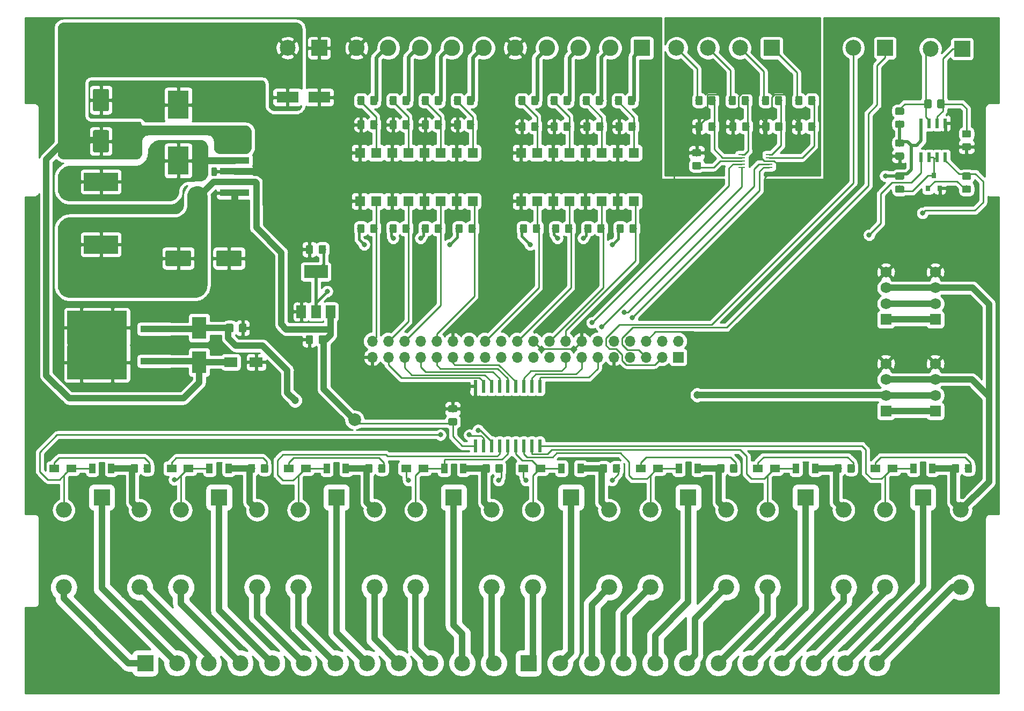
<source format=gbr>
G04 #@! TF.GenerationSoftware,KiCad,Pcbnew,5.1.2*
G04 #@! TF.CreationDate,2019-06-10T17:55:51+05:30*
G04 #@! TF.ProjectId,openPlc_Rpi,6f70656e-506c-4635-9f52-70692e6b6963,rev?*
G04 #@! TF.SameCoordinates,Original*
G04 #@! TF.FileFunction,Copper,L1,Top*
G04 #@! TF.FilePolarity,Positive*
%FSLAX46Y46*%
G04 Gerber Fmt 4.6, Leading zero omitted, Abs format (unit mm)*
G04 Created by KiCad (PCBNEW 5.1.2) date 2019-06-10 17:55:51*
%MOMM*%
%LPD*%
G04 APERTURE LIST*
%ADD10C,2.600000*%
%ADD11R,2.600000X2.600000*%
%ADD12C,0.100000*%
%ADD13C,1.150000*%
%ADD14C,2.500000*%
%ADD15R,2.300000X3.500000*%
%ADD16R,2.500000X2.500000*%
%ADD17R,0.600000X1.550000*%
%ADD18R,0.800000X0.900000*%
%ADD19R,0.600000X2.000000*%
%ADD20O,2.500000X2.500000*%
%ADD21R,1.000000X1.600000*%
%ADD22R,1.500000X1.300000*%
%ADD23O,1.700000X1.700000*%
%ADD24R,1.700000X1.700000*%
%ADD25R,4.550000X5.250000*%
%ADD26R,9.400000X10.800000*%
%ADD27R,4.600000X1.100000*%
%ADD28R,5.400000X2.900000*%
%ADD29R,3.500000X1.800000*%
%ADD30R,2.000000X1.600000*%
%ADD31R,3.300000X4.500000*%
%ADD32R,1.600000X1.600000*%
%ADD33R,1.100000X0.250000*%
%ADD34R,3.800000X2.000000*%
%ADD35R,1.500000X2.000000*%
%ADD36R,1.750000X1.750000*%
%ADD37C,1.750000*%
%ADD38C,2.000000*%
%ADD39C,0.800000*%
%ADD40C,1.200000*%
%ADD41C,1.000000*%
%ADD42C,0.250000*%
%ADD43C,0.400000*%
%ADD44C,0.500000*%
%ADD45C,1.100000*%
%ADD46C,0.600000*%
%ADD47C,0.254000*%
G04 APERTURE END LIST*
D10*
X86180000Y-53050556D03*
X91180000Y-53050556D03*
X96180000Y-53050556D03*
X101180000Y-53050556D03*
X106180000Y-53050556D03*
X111180000Y-53050556D03*
X116180000Y-53050556D03*
X121180000Y-53050556D03*
X126180000Y-53050556D03*
D11*
X131180000Y-53050556D03*
D12*
G36*
X172324505Y-69526204D02*
G01*
X172348773Y-69529804D01*
X172372572Y-69535765D01*
X172395671Y-69544030D01*
X172417850Y-69554520D01*
X172438893Y-69567132D01*
X172458599Y-69581747D01*
X172476777Y-69598223D01*
X172493253Y-69616401D01*
X172507868Y-69636107D01*
X172520480Y-69657150D01*
X172530970Y-69679329D01*
X172539235Y-69702428D01*
X172545196Y-69726227D01*
X172548796Y-69750495D01*
X172550000Y-69774999D01*
X172550000Y-70425001D01*
X172548796Y-70449505D01*
X172545196Y-70473773D01*
X172539235Y-70497572D01*
X172530970Y-70520671D01*
X172520480Y-70542850D01*
X172507868Y-70563893D01*
X172493253Y-70583599D01*
X172476777Y-70601777D01*
X172458599Y-70618253D01*
X172438893Y-70632868D01*
X172417850Y-70645480D01*
X172395671Y-70655970D01*
X172372572Y-70664235D01*
X172348773Y-70670196D01*
X172324505Y-70673796D01*
X172300001Y-70675000D01*
X171399999Y-70675000D01*
X171375495Y-70673796D01*
X171351227Y-70670196D01*
X171327428Y-70664235D01*
X171304329Y-70655970D01*
X171282150Y-70645480D01*
X171261107Y-70632868D01*
X171241401Y-70618253D01*
X171223223Y-70601777D01*
X171206747Y-70583599D01*
X171192132Y-70563893D01*
X171179520Y-70542850D01*
X171169030Y-70520671D01*
X171160765Y-70497572D01*
X171154804Y-70473773D01*
X171151204Y-70449505D01*
X171150000Y-70425001D01*
X171150000Y-69774999D01*
X171151204Y-69750495D01*
X171154804Y-69726227D01*
X171160765Y-69702428D01*
X171169030Y-69679329D01*
X171179520Y-69657150D01*
X171192132Y-69636107D01*
X171206747Y-69616401D01*
X171223223Y-69598223D01*
X171241401Y-69581747D01*
X171261107Y-69567132D01*
X171282150Y-69554520D01*
X171304329Y-69544030D01*
X171327428Y-69535765D01*
X171351227Y-69529804D01*
X171375495Y-69526204D01*
X171399999Y-69525000D01*
X172300001Y-69525000D01*
X172324505Y-69526204D01*
X172324505Y-69526204D01*
G37*
D13*
X171850000Y-70100000D03*
D12*
G36*
X172324505Y-67476204D02*
G01*
X172348773Y-67479804D01*
X172372572Y-67485765D01*
X172395671Y-67494030D01*
X172417850Y-67504520D01*
X172438893Y-67517132D01*
X172458599Y-67531747D01*
X172476777Y-67548223D01*
X172493253Y-67566401D01*
X172507868Y-67586107D01*
X172520480Y-67607150D01*
X172530970Y-67629329D01*
X172539235Y-67652428D01*
X172545196Y-67676227D01*
X172548796Y-67700495D01*
X172550000Y-67724999D01*
X172550000Y-68375001D01*
X172548796Y-68399505D01*
X172545196Y-68423773D01*
X172539235Y-68447572D01*
X172530970Y-68470671D01*
X172520480Y-68492850D01*
X172507868Y-68513893D01*
X172493253Y-68533599D01*
X172476777Y-68551777D01*
X172458599Y-68568253D01*
X172438893Y-68582868D01*
X172417850Y-68595480D01*
X172395671Y-68605970D01*
X172372572Y-68614235D01*
X172348773Y-68620196D01*
X172324505Y-68623796D01*
X172300001Y-68625000D01*
X171399999Y-68625000D01*
X171375495Y-68623796D01*
X171351227Y-68620196D01*
X171327428Y-68614235D01*
X171304329Y-68605970D01*
X171282150Y-68595480D01*
X171261107Y-68582868D01*
X171241401Y-68568253D01*
X171223223Y-68551777D01*
X171206747Y-68533599D01*
X171192132Y-68513893D01*
X171179520Y-68492850D01*
X171169030Y-68470671D01*
X171160765Y-68447572D01*
X171154804Y-68423773D01*
X171151204Y-68399505D01*
X171150000Y-68375001D01*
X171150000Y-67724999D01*
X171151204Y-67700495D01*
X171154804Y-67676227D01*
X171160765Y-67652428D01*
X171169030Y-67629329D01*
X171179520Y-67607150D01*
X171192132Y-67586107D01*
X171206747Y-67566401D01*
X171223223Y-67548223D01*
X171241401Y-67531747D01*
X171261107Y-67517132D01*
X171282150Y-67504520D01*
X171304329Y-67494030D01*
X171327428Y-67485765D01*
X171351227Y-67479804D01*
X171375495Y-67476204D01*
X171399999Y-67475000D01*
X172300001Y-67475000D01*
X172324505Y-67476204D01*
X172324505Y-67476204D01*
G37*
D13*
X171850000Y-68050000D03*
D12*
G36*
X68549505Y-96527204D02*
G01*
X68573773Y-96530804D01*
X68597572Y-96536765D01*
X68620671Y-96545030D01*
X68642850Y-96555520D01*
X68663893Y-96568132D01*
X68683599Y-96582747D01*
X68701777Y-96599223D01*
X68718253Y-96617401D01*
X68732868Y-96637107D01*
X68745480Y-96658150D01*
X68755970Y-96680329D01*
X68764235Y-96703428D01*
X68770196Y-96727227D01*
X68773796Y-96751495D01*
X68775000Y-96775999D01*
X68775000Y-97676001D01*
X68773796Y-97700505D01*
X68770196Y-97724773D01*
X68764235Y-97748572D01*
X68755970Y-97771671D01*
X68745480Y-97793850D01*
X68732868Y-97814893D01*
X68718253Y-97834599D01*
X68701777Y-97852777D01*
X68683599Y-97869253D01*
X68663893Y-97883868D01*
X68642850Y-97896480D01*
X68620671Y-97906970D01*
X68597572Y-97915235D01*
X68573773Y-97921196D01*
X68549505Y-97924796D01*
X68525001Y-97926000D01*
X67874999Y-97926000D01*
X67850495Y-97924796D01*
X67826227Y-97921196D01*
X67802428Y-97915235D01*
X67779329Y-97906970D01*
X67757150Y-97896480D01*
X67736107Y-97883868D01*
X67716401Y-97869253D01*
X67698223Y-97852777D01*
X67681747Y-97834599D01*
X67667132Y-97814893D01*
X67654520Y-97793850D01*
X67644030Y-97771671D01*
X67635765Y-97748572D01*
X67629804Y-97724773D01*
X67626204Y-97700505D01*
X67625000Y-97676001D01*
X67625000Y-96775999D01*
X67626204Y-96751495D01*
X67629804Y-96727227D01*
X67635765Y-96703428D01*
X67644030Y-96680329D01*
X67654520Y-96658150D01*
X67667132Y-96637107D01*
X67681747Y-96617401D01*
X67698223Y-96599223D01*
X67716401Y-96582747D01*
X67736107Y-96568132D01*
X67757150Y-96555520D01*
X67779329Y-96545030D01*
X67802428Y-96536765D01*
X67826227Y-96530804D01*
X67850495Y-96527204D01*
X67874999Y-96526000D01*
X68525001Y-96526000D01*
X68549505Y-96527204D01*
X68549505Y-96527204D01*
G37*
D13*
X68200000Y-97226000D03*
D12*
G36*
X66499505Y-96527204D02*
G01*
X66523773Y-96530804D01*
X66547572Y-96536765D01*
X66570671Y-96545030D01*
X66592850Y-96555520D01*
X66613893Y-96568132D01*
X66633599Y-96582747D01*
X66651777Y-96599223D01*
X66668253Y-96617401D01*
X66682868Y-96637107D01*
X66695480Y-96658150D01*
X66705970Y-96680329D01*
X66714235Y-96703428D01*
X66720196Y-96727227D01*
X66723796Y-96751495D01*
X66725000Y-96775999D01*
X66725000Y-97676001D01*
X66723796Y-97700505D01*
X66720196Y-97724773D01*
X66714235Y-97748572D01*
X66705970Y-97771671D01*
X66695480Y-97793850D01*
X66682868Y-97814893D01*
X66668253Y-97834599D01*
X66651777Y-97852777D01*
X66633599Y-97869253D01*
X66613893Y-97883868D01*
X66592850Y-97896480D01*
X66570671Y-97906970D01*
X66547572Y-97915235D01*
X66523773Y-97921196D01*
X66499505Y-97924796D01*
X66475001Y-97926000D01*
X65824999Y-97926000D01*
X65800495Y-97924796D01*
X65776227Y-97921196D01*
X65752428Y-97915235D01*
X65729329Y-97906970D01*
X65707150Y-97896480D01*
X65686107Y-97883868D01*
X65666401Y-97869253D01*
X65648223Y-97852777D01*
X65631747Y-97834599D01*
X65617132Y-97814893D01*
X65604520Y-97793850D01*
X65594030Y-97771671D01*
X65585765Y-97748572D01*
X65579804Y-97724773D01*
X65576204Y-97700505D01*
X65575000Y-97676001D01*
X65575000Y-96775999D01*
X65576204Y-96751495D01*
X65579804Y-96727227D01*
X65585765Y-96703428D01*
X65594030Y-96680329D01*
X65604520Y-96658150D01*
X65617132Y-96637107D01*
X65631747Y-96617401D01*
X65648223Y-96599223D01*
X65666401Y-96582747D01*
X65686107Y-96568132D01*
X65707150Y-96555520D01*
X65729329Y-96545030D01*
X65752428Y-96536765D01*
X65776227Y-96530804D01*
X65800495Y-96527204D01*
X65824999Y-96526000D01*
X66475001Y-96526000D01*
X66499505Y-96527204D01*
X66499505Y-96527204D01*
G37*
D13*
X66150000Y-97226000D03*
D12*
G36*
X79080505Y-84137204D02*
G01*
X79104773Y-84140804D01*
X79128572Y-84146765D01*
X79151671Y-84155030D01*
X79173850Y-84165520D01*
X79194893Y-84178132D01*
X79214599Y-84192747D01*
X79232777Y-84209223D01*
X79249253Y-84227401D01*
X79263868Y-84247107D01*
X79276480Y-84268150D01*
X79286970Y-84290329D01*
X79295235Y-84313428D01*
X79301196Y-84337227D01*
X79304796Y-84361495D01*
X79306000Y-84385999D01*
X79306000Y-85286001D01*
X79304796Y-85310505D01*
X79301196Y-85334773D01*
X79295235Y-85358572D01*
X79286970Y-85381671D01*
X79276480Y-85403850D01*
X79263868Y-85424893D01*
X79249253Y-85444599D01*
X79232777Y-85462777D01*
X79214599Y-85479253D01*
X79194893Y-85493868D01*
X79173850Y-85506480D01*
X79151671Y-85516970D01*
X79128572Y-85525235D01*
X79104773Y-85531196D01*
X79080505Y-85534796D01*
X79056001Y-85536000D01*
X78405999Y-85536000D01*
X78381495Y-85534796D01*
X78357227Y-85531196D01*
X78333428Y-85525235D01*
X78310329Y-85516970D01*
X78288150Y-85506480D01*
X78267107Y-85493868D01*
X78247401Y-85479253D01*
X78229223Y-85462777D01*
X78212747Y-85444599D01*
X78198132Y-85424893D01*
X78185520Y-85403850D01*
X78175030Y-85381671D01*
X78166765Y-85358572D01*
X78160804Y-85334773D01*
X78157204Y-85310505D01*
X78156000Y-85286001D01*
X78156000Y-84385999D01*
X78157204Y-84361495D01*
X78160804Y-84337227D01*
X78166765Y-84313428D01*
X78175030Y-84290329D01*
X78185520Y-84268150D01*
X78198132Y-84247107D01*
X78212747Y-84227401D01*
X78229223Y-84209223D01*
X78247401Y-84192747D01*
X78267107Y-84178132D01*
X78288150Y-84165520D01*
X78310329Y-84155030D01*
X78333428Y-84146765D01*
X78357227Y-84140804D01*
X78381495Y-84137204D01*
X78405999Y-84136000D01*
X79056001Y-84136000D01*
X79080505Y-84137204D01*
X79080505Y-84137204D01*
G37*
D13*
X78731000Y-84836000D03*
D12*
G36*
X81130505Y-84137204D02*
G01*
X81154773Y-84140804D01*
X81178572Y-84146765D01*
X81201671Y-84155030D01*
X81223850Y-84165520D01*
X81244893Y-84178132D01*
X81264599Y-84192747D01*
X81282777Y-84209223D01*
X81299253Y-84227401D01*
X81313868Y-84247107D01*
X81326480Y-84268150D01*
X81336970Y-84290329D01*
X81345235Y-84313428D01*
X81351196Y-84337227D01*
X81354796Y-84361495D01*
X81356000Y-84385999D01*
X81356000Y-85286001D01*
X81354796Y-85310505D01*
X81351196Y-85334773D01*
X81345235Y-85358572D01*
X81336970Y-85381671D01*
X81326480Y-85403850D01*
X81313868Y-85424893D01*
X81299253Y-85444599D01*
X81282777Y-85462777D01*
X81264599Y-85479253D01*
X81244893Y-85493868D01*
X81223850Y-85506480D01*
X81201671Y-85516970D01*
X81178572Y-85525235D01*
X81154773Y-85531196D01*
X81130505Y-85534796D01*
X81106001Y-85536000D01*
X80455999Y-85536000D01*
X80431495Y-85534796D01*
X80407227Y-85531196D01*
X80383428Y-85525235D01*
X80360329Y-85516970D01*
X80338150Y-85506480D01*
X80317107Y-85493868D01*
X80297401Y-85479253D01*
X80279223Y-85462777D01*
X80262747Y-85444599D01*
X80248132Y-85424893D01*
X80235520Y-85403850D01*
X80225030Y-85381671D01*
X80216765Y-85358572D01*
X80210804Y-85334773D01*
X80207204Y-85310505D01*
X80206000Y-85286001D01*
X80206000Y-84385999D01*
X80207204Y-84361495D01*
X80210804Y-84337227D01*
X80216765Y-84313428D01*
X80225030Y-84290329D01*
X80235520Y-84268150D01*
X80248132Y-84247107D01*
X80262747Y-84227401D01*
X80279223Y-84209223D01*
X80297401Y-84192747D01*
X80317107Y-84178132D01*
X80338150Y-84165520D01*
X80360329Y-84155030D01*
X80383428Y-84146765D01*
X80407227Y-84140804D01*
X80431495Y-84137204D01*
X80455999Y-84136000D01*
X81106001Y-84136000D01*
X81130505Y-84137204D01*
X81130505Y-84137204D01*
G37*
D13*
X80781000Y-84836000D03*
D12*
G36*
X79080505Y-98361204D02*
G01*
X79104773Y-98364804D01*
X79128572Y-98370765D01*
X79151671Y-98379030D01*
X79173850Y-98389520D01*
X79194893Y-98402132D01*
X79214599Y-98416747D01*
X79232777Y-98433223D01*
X79249253Y-98451401D01*
X79263868Y-98471107D01*
X79276480Y-98492150D01*
X79286970Y-98514329D01*
X79295235Y-98537428D01*
X79301196Y-98561227D01*
X79304796Y-98585495D01*
X79306000Y-98609999D01*
X79306000Y-99510001D01*
X79304796Y-99534505D01*
X79301196Y-99558773D01*
X79295235Y-99582572D01*
X79286970Y-99605671D01*
X79276480Y-99627850D01*
X79263868Y-99648893D01*
X79249253Y-99668599D01*
X79232777Y-99686777D01*
X79214599Y-99703253D01*
X79194893Y-99717868D01*
X79173850Y-99730480D01*
X79151671Y-99740970D01*
X79128572Y-99749235D01*
X79104773Y-99755196D01*
X79080505Y-99758796D01*
X79056001Y-99760000D01*
X78405999Y-99760000D01*
X78381495Y-99758796D01*
X78357227Y-99755196D01*
X78333428Y-99749235D01*
X78310329Y-99740970D01*
X78288150Y-99730480D01*
X78267107Y-99717868D01*
X78247401Y-99703253D01*
X78229223Y-99686777D01*
X78212747Y-99668599D01*
X78198132Y-99648893D01*
X78185520Y-99627850D01*
X78175030Y-99605671D01*
X78166765Y-99582572D01*
X78160804Y-99558773D01*
X78157204Y-99534505D01*
X78156000Y-99510001D01*
X78156000Y-98609999D01*
X78157204Y-98585495D01*
X78160804Y-98561227D01*
X78166765Y-98537428D01*
X78175030Y-98514329D01*
X78185520Y-98492150D01*
X78198132Y-98471107D01*
X78212747Y-98451401D01*
X78229223Y-98433223D01*
X78247401Y-98416747D01*
X78267107Y-98402132D01*
X78288150Y-98389520D01*
X78310329Y-98379030D01*
X78333428Y-98370765D01*
X78357227Y-98364804D01*
X78381495Y-98361204D01*
X78405999Y-98360000D01*
X79056001Y-98360000D01*
X79080505Y-98361204D01*
X79080505Y-98361204D01*
G37*
D13*
X78731000Y-99060000D03*
D12*
G36*
X81130505Y-98361204D02*
G01*
X81154773Y-98364804D01*
X81178572Y-98370765D01*
X81201671Y-98379030D01*
X81223850Y-98389520D01*
X81244893Y-98402132D01*
X81264599Y-98416747D01*
X81282777Y-98433223D01*
X81299253Y-98451401D01*
X81313868Y-98471107D01*
X81326480Y-98492150D01*
X81336970Y-98514329D01*
X81345235Y-98537428D01*
X81351196Y-98561227D01*
X81354796Y-98585495D01*
X81356000Y-98609999D01*
X81356000Y-99510001D01*
X81354796Y-99534505D01*
X81351196Y-99558773D01*
X81345235Y-99582572D01*
X81336970Y-99605671D01*
X81326480Y-99627850D01*
X81313868Y-99648893D01*
X81299253Y-99668599D01*
X81282777Y-99686777D01*
X81264599Y-99703253D01*
X81244893Y-99717868D01*
X81223850Y-99730480D01*
X81201671Y-99740970D01*
X81178572Y-99749235D01*
X81154773Y-99755196D01*
X81130505Y-99758796D01*
X81106001Y-99760000D01*
X80455999Y-99760000D01*
X80431495Y-99758796D01*
X80407227Y-99755196D01*
X80383428Y-99749235D01*
X80360329Y-99740970D01*
X80338150Y-99730480D01*
X80317107Y-99717868D01*
X80297401Y-99703253D01*
X80279223Y-99686777D01*
X80262747Y-99668599D01*
X80248132Y-99648893D01*
X80235520Y-99627850D01*
X80225030Y-99605671D01*
X80216765Y-99582572D01*
X80210804Y-99558773D01*
X80207204Y-99534505D01*
X80206000Y-99510001D01*
X80206000Y-98609999D01*
X80207204Y-98585495D01*
X80210804Y-98561227D01*
X80216765Y-98537428D01*
X80225030Y-98514329D01*
X80235520Y-98492150D01*
X80248132Y-98471107D01*
X80262747Y-98451401D01*
X80279223Y-98433223D01*
X80297401Y-98416747D01*
X80317107Y-98402132D01*
X80338150Y-98389520D01*
X80360329Y-98379030D01*
X80383428Y-98370765D01*
X80407227Y-98364804D01*
X80431495Y-98361204D01*
X80455999Y-98360000D01*
X81106001Y-98360000D01*
X81130505Y-98361204D01*
X81130505Y-98361204D01*
G37*
D13*
X80781000Y-99060000D03*
D12*
G36*
X140301505Y-71063204D02*
G01*
X140325773Y-71066804D01*
X140349572Y-71072765D01*
X140372671Y-71081030D01*
X140394850Y-71091520D01*
X140415893Y-71104132D01*
X140435599Y-71118747D01*
X140453777Y-71135223D01*
X140470253Y-71153401D01*
X140484868Y-71173107D01*
X140497480Y-71194150D01*
X140507970Y-71216329D01*
X140516235Y-71239428D01*
X140522196Y-71263227D01*
X140525796Y-71287495D01*
X140527000Y-71311999D01*
X140527000Y-71962001D01*
X140525796Y-71986505D01*
X140522196Y-72010773D01*
X140516235Y-72034572D01*
X140507970Y-72057671D01*
X140497480Y-72079850D01*
X140484868Y-72100893D01*
X140470253Y-72120599D01*
X140453777Y-72138777D01*
X140435599Y-72155253D01*
X140415893Y-72169868D01*
X140394850Y-72182480D01*
X140372671Y-72192970D01*
X140349572Y-72201235D01*
X140325773Y-72207196D01*
X140301505Y-72210796D01*
X140277001Y-72212000D01*
X139376999Y-72212000D01*
X139352495Y-72210796D01*
X139328227Y-72207196D01*
X139304428Y-72201235D01*
X139281329Y-72192970D01*
X139259150Y-72182480D01*
X139238107Y-72169868D01*
X139218401Y-72155253D01*
X139200223Y-72138777D01*
X139183747Y-72120599D01*
X139169132Y-72100893D01*
X139156520Y-72079850D01*
X139146030Y-72057671D01*
X139137765Y-72034572D01*
X139131804Y-72010773D01*
X139128204Y-71986505D01*
X139127000Y-71962001D01*
X139127000Y-71311999D01*
X139128204Y-71287495D01*
X139131804Y-71263227D01*
X139137765Y-71239428D01*
X139146030Y-71216329D01*
X139156520Y-71194150D01*
X139169132Y-71173107D01*
X139183747Y-71153401D01*
X139200223Y-71135223D01*
X139218401Y-71118747D01*
X139238107Y-71104132D01*
X139259150Y-71091520D01*
X139281329Y-71081030D01*
X139304428Y-71072765D01*
X139328227Y-71066804D01*
X139352495Y-71063204D01*
X139376999Y-71062000D01*
X140277001Y-71062000D01*
X140301505Y-71063204D01*
X140301505Y-71063204D01*
G37*
D13*
X139827000Y-71637000D03*
D12*
G36*
X140301505Y-69013204D02*
G01*
X140325773Y-69016804D01*
X140349572Y-69022765D01*
X140372671Y-69031030D01*
X140394850Y-69041520D01*
X140415893Y-69054132D01*
X140435599Y-69068747D01*
X140453777Y-69085223D01*
X140470253Y-69103401D01*
X140484868Y-69123107D01*
X140497480Y-69144150D01*
X140507970Y-69166329D01*
X140516235Y-69189428D01*
X140522196Y-69213227D01*
X140525796Y-69237495D01*
X140527000Y-69261999D01*
X140527000Y-69912001D01*
X140525796Y-69936505D01*
X140522196Y-69960773D01*
X140516235Y-69984572D01*
X140507970Y-70007671D01*
X140497480Y-70029850D01*
X140484868Y-70050893D01*
X140470253Y-70070599D01*
X140453777Y-70088777D01*
X140435599Y-70105253D01*
X140415893Y-70119868D01*
X140394850Y-70132480D01*
X140372671Y-70142970D01*
X140349572Y-70151235D01*
X140325773Y-70157196D01*
X140301505Y-70160796D01*
X140277001Y-70162000D01*
X139376999Y-70162000D01*
X139352495Y-70160796D01*
X139328227Y-70157196D01*
X139304428Y-70151235D01*
X139281329Y-70142970D01*
X139259150Y-70132480D01*
X139238107Y-70119868D01*
X139218401Y-70105253D01*
X139200223Y-70088777D01*
X139183747Y-70070599D01*
X139169132Y-70050893D01*
X139156520Y-70029850D01*
X139146030Y-70007671D01*
X139137765Y-69984572D01*
X139131804Y-69960773D01*
X139128204Y-69936505D01*
X139127000Y-69912001D01*
X139127000Y-69261999D01*
X139128204Y-69237495D01*
X139131804Y-69213227D01*
X139137765Y-69189428D01*
X139146030Y-69166329D01*
X139156520Y-69144150D01*
X139169132Y-69123107D01*
X139183747Y-69103401D01*
X139200223Y-69085223D01*
X139218401Y-69068747D01*
X139238107Y-69054132D01*
X139259150Y-69041520D01*
X139281329Y-69031030D01*
X139304428Y-69022765D01*
X139328227Y-69016804D01*
X139352495Y-69013204D01*
X139376999Y-69012000D01*
X140277001Y-69012000D01*
X140301505Y-69013204D01*
X140301505Y-69013204D01*
G37*
D13*
X139827000Y-69587000D03*
D12*
G36*
X67813504Y-84984204D02*
G01*
X67837773Y-84987804D01*
X67861571Y-84993765D01*
X67884671Y-85002030D01*
X67906849Y-85012520D01*
X67927893Y-85025133D01*
X67947598Y-85039747D01*
X67965777Y-85056223D01*
X67982253Y-85074402D01*
X67996867Y-85094107D01*
X68009480Y-85115151D01*
X68019970Y-85137329D01*
X68028235Y-85160429D01*
X68034196Y-85184227D01*
X68037796Y-85208496D01*
X68039000Y-85233000D01*
X68039000Y-87233000D01*
X68037796Y-87257504D01*
X68034196Y-87281773D01*
X68028235Y-87305571D01*
X68019970Y-87328671D01*
X68009480Y-87350849D01*
X67996867Y-87371893D01*
X67982253Y-87391598D01*
X67965777Y-87409777D01*
X67947598Y-87426253D01*
X67927893Y-87440867D01*
X67906849Y-87453480D01*
X67884671Y-87463970D01*
X67861571Y-87472235D01*
X67837773Y-87478196D01*
X67813504Y-87481796D01*
X67789000Y-87483000D01*
X64289000Y-87483000D01*
X64264496Y-87481796D01*
X64240227Y-87478196D01*
X64216429Y-87472235D01*
X64193329Y-87463970D01*
X64171151Y-87453480D01*
X64150107Y-87440867D01*
X64130402Y-87426253D01*
X64112223Y-87409777D01*
X64095747Y-87391598D01*
X64081133Y-87371893D01*
X64068520Y-87350849D01*
X64058030Y-87328671D01*
X64049765Y-87305571D01*
X64043804Y-87281773D01*
X64040204Y-87257504D01*
X64039000Y-87233000D01*
X64039000Y-85233000D01*
X64040204Y-85208496D01*
X64043804Y-85184227D01*
X64049765Y-85160429D01*
X64058030Y-85137329D01*
X64068520Y-85115151D01*
X64081133Y-85094107D01*
X64095747Y-85074402D01*
X64112223Y-85056223D01*
X64130402Y-85039747D01*
X64150107Y-85025133D01*
X64171151Y-85012520D01*
X64193329Y-85002030D01*
X64216429Y-84993765D01*
X64240227Y-84987804D01*
X64264496Y-84984204D01*
X64289000Y-84983000D01*
X67789000Y-84983000D01*
X67813504Y-84984204D01*
X67813504Y-84984204D01*
G37*
D14*
X66039000Y-86233000D03*
D12*
G36*
X59813504Y-84984204D02*
G01*
X59837773Y-84987804D01*
X59861571Y-84993765D01*
X59884671Y-85002030D01*
X59906849Y-85012520D01*
X59927893Y-85025133D01*
X59947598Y-85039747D01*
X59965777Y-85056223D01*
X59982253Y-85074402D01*
X59996867Y-85094107D01*
X60009480Y-85115151D01*
X60019970Y-85137329D01*
X60028235Y-85160429D01*
X60034196Y-85184227D01*
X60037796Y-85208496D01*
X60039000Y-85233000D01*
X60039000Y-87233000D01*
X60037796Y-87257504D01*
X60034196Y-87281773D01*
X60028235Y-87305571D01*
X60019970Y-87328671D01*
X60009480Y-87350849D01*
X59996867Y-87371893D01*
X59982253Y-87391598D01*
X59965777Y-87409777D01*
X59947598Y-87426253D01*
X59927893Y-87440867D01*
X59906849Y-87453480D01*
X59884671Y-87463970D01*
X59861571Y-87472235D01*
X59837773Y-87478196D01*
X59813504Y-87481796D01*
X59789000Y-87483000D01*
X56289000Y-87483000D01*
X56264496Y-87481796D01*
X56240227Y-87478196D01*
X56216429Y-87472235D01*
X56193329Y-87463970D01*
X56171151Y-87453480D01*
X56150107Y-87440867D01*
X56130402Y-87426253D01*
X56112223Y-87409777D01*
X56095747Y-87391598D01*
X56081133Y-87371893D01*
X56068520Y-87350849D01*
X56058030Y-87328671D01*
X56049765Y-87305571D01*
X56043804Y-87281773D01*
X56040204Y-87257504D01*
X56039000Y-87233000D01*
X56039000Y-85233000D01*
X56040204Y-85208496D01*
X56043804Y-85184227D01*
X56049765Y-85160429D01*
X56058030Y-85137329D01*
X56068520Y-85115151D01*
X56081133Y-85094107D01*
X56095747Y-85074402D01*
X56112223Y-85056223D01*
X56130402Y-85039747D01*
X56150107Y-85025133D01*
X56171151Y-85012520D01*
X56193329Y-85002030D01*
X56216429Y-84993765D01*
X56240227Y-84987804D01*
X56264496Y-84984204D01*
X56289000Y-84983000D01*
X59789000Y-84983000D01*
X59813504Y-84984204D01*
X59813504Y-84984204D01*
G37*
D14*
X58039000Y-86233000D03*
D12*
G36*
X46871504Y-59517204D02*
G01*
X46895773Y-59520804D01*
X46919571Y-59526765D01*
X46942671Y-59535030D01*
X46964849Y-59545520D01*
X46985893Y-59558133D01*
X47005598Y-59572747D01*
X47023777Y-59589223D01*
X47040253Y-59607402D01*
X47054867Y-59627107D01*
X47067480Y-59648151D01*
X47077970Y-59670329D01*
X47086235Y-59693429D01*
X47092196Y-59717227D01*
X47095796Y-59741496D01*
X47097000Y-59766000D01*
X47097000Y-62766000D01*
X47095796Y-62790504D01*
X47092196Y-62814773D01*
X47086235Y-62838571D01*
X47077970Y-62861671D01*
X47067480Y-62883849D01*
X47054867Y-62904893D01*
X47040253Y-62924598D01*
X47023777Y-62942777D01*
X47005598Y-62959253D01*
X46985893Y-62973867D01*
X46964849Y-62986480D01*
X46942671Y-62996970D01*
X46919571Y-63005235D01*
X46895773Y-63011196D01*
X46871504Y-63014796D01*
X46847000Y-63016000D01*
X44847000Y-63016000D01*
X44822496Y-63014796D01*
X44798227Y-63011196D01*
X44774429Y-63005235D01*
X44751329Y-62996970D01*
X44729151Y-62986480D01*
X44708107Y-62973867D01*
X44688402Y-62959253D01*
X44670223Y-62942777D01*
X44653747Y-62924598D01*
X44639133Y-62904893D01*
X44626520Y-62883849D01*
X44616030Y-62861671D01*
X44607765Y-62838571D01*
X44601804Y-62814773D01*
X44598204Y-62790504D01*
X44597000Y-62766000D01*
X44597000Y-59766000D01*
X44598204Y-59741496D01*
X44601804Y-59717227D01*
X44607765Y-59693429D01*
X44616030Y-59670329D01*
X44626520Y-59648151D01*
X44639133Y-59627107D01*
X44653747Y-59607402D01*
X44670223Y-59589223D01*
X44688402Y-59572747D01*
X44708107Y-59558133D01*
X44729151Y-59545520D01*
X44751329Y-59535030D01*
X44774429Y-59526765D01*
X44798227Y-59520804D01*
X44822496Y-59517204D01*
X44847000Y-59516000D01*
X46847000Y-59516000D01*
X46871504Y-59517204D01*
X46871504Y-59517204D01*
G37*
D14*
X45847000Y-61266000D03*
D12*
G36*
X46871504Y-66017204D02*
G01*
X46895773Y-66020804D01*
X46919571Y-66026765D01*
X46942671Y-66035030D01*
X46964849Y-66045520D01*
X46985893Y-66058133D01*
X47005598Y-66072747D01*
X47023777Y-66089223D01*
X47040253Y-66107402D01*
X47054867Y-66127107D01*
X47067480Y-66148151D01*
X47077970Y-66170329D01*
X47086235Y-66193429D01*
X47092196Y-66217227D01*
X47095796Y-66241496D01*
X47097000Y-66266000D01*
X47097000Y-69266000D01*
X47095796Y-69290504D01*
X47092196Y-69314773D01*
X47086235Y-69338571D01*
X47077970Y-69361671D01*
X47067480Y-69383849D01*
X47054867Y-69404893D01*
X47040253Y-69424598D01*
X47023777Y-69442777D01*
X47005598Y-69459253D01*
X46985893Y-69473867D01*
X46964849Y-69486480D01*
X46942671Y-69496970D01*
X46919571Y-69505235D01*
X46895773Y-69511196D01*
X46871504Y-69514796D01*
X46847000Y-69516000D01*
X44847000Y-69516000D01*
X44822496Y-69514796D01*
X44798227Y-69511196D01*
X44774429Y-69505235D01*
X44751329Y-69496970D01*
X44729151Y-69486480D01*
X44708107Y-69473867D01*
X44688402Y-69459253D01*
X44670223Y-69442777D01*
X44653747Y-69424598D01*
X44639133Y-69404893D01*
X44626520Y-69383849D01*
X44616030Y-69361671D01*
X44607765Y-69338571D01*
X44601804Y-69314773D01*
X44598204Y-69290504D01*
X44597000Y-69266000D01*
X44597000Y-66266000D01*
X44598204Y-66241496D01*
X44601804Y-66217227D01*
X44607765Y-66193429D01*
X44616030Y-66170329D01*
X44626520Y-66148151D01*
X44639133Y-66127107D01*
X44653747Y-66107402D01*
X44670223Y-66089223D01*
X44688402Y-66072747D01*
X44708107Y-66058133D01*
X44729151Y-66045520D01*
X44751329Y-66035030D01*
X44774429Y-66026765D01*
X44798227Y-66020804D01*
X44822496Y-66017204D01*
X44847000Y-66016000D01*
X46847000Y-66016000D01*
X46871504Y-66017204D01*
X46871504Y-66017204D01*
G37*
D14*
X45847000Y-67766000D03*
D12*
G36*
X101820505Y-109399204D02*
G01*
X101844773Y-109402804D01*
X101868572Y-109408765D01*
X101891671Y-109417030D01*
X101913850Y-109427520D01*
X101934893Y-109440132D01*
X101954599Y-109454747D01*
X101972777Y-109471223D01*
X101989253Y-109489401D01*
X102003868Y-109509107D01*
X102016480Y-109530150D01*
X102026970Y-109552329D01*
X102035235Y-109575428D01*
X102041196Y-109599227D01*
X102044796Y-109623495D01*
X102046000Y-109647999D01*
X102046000Y-110298001D01*
X102044796Y-110322505D01*
X102041196Y-110346773D01*
X102035235Y-110370572D01*
X102026970Y-110393671D01*
X102016480Y-110415850D01*
X102003868Y-110436893D01*
X101989253Y-110456599D01*
X101972777Y-110474777D01*
X101954599Y-110491253D01*
X101934893Y-110505868D01*
X101913850Y-110518480D01*
X101891671Y-110528970D01*
X101868572Y-110537235D01*
X101844773Y-110543196D01*
X101820505Y-110546796D01*
X101796001Y-110548000D01*
X100895999Y-110548000D01*
X100871495Y-110546796D01*
X100847227Y-110543196D01*
X100823428Y-110537235D01*
X100800329Y-110528970D01*
X100778150Y-110518480D01*
X100757107Y-110505868D01*
X100737401Y-110491253D01*
X100719223Y-110474777D01*
X100702747Y-110456599D01*
X100688132Y-110436893D01*
X100675520Y-110415850D01*
X100665030Y-110393671D01*
X100656765Y-110370572D01*
X100650804Y-110346773D01*
X100647204Y-110322505D01*
X100646000Y-110298001D01*
X100646000Y-109647999D01*
X100647204Y-109623495D01*
X100650804Y-109599227D01*
X100656765Y-109575428D01*
X100665030Y-109552329D01*
X100675520Y-109530150D01*
X100688132Y-109509107D01*
X100702747Y-109489401D01*
X100719223Y-109471223D01*
X100737401Y-109454747D01*
X100757107Y-109440132D01*
X100778150Y-109427520D01*
X100800329Y-109417030D01*
X100823428Y-109408765D01*
X100847227Y-109402804D01*
X100871495Y-109399204D01*
X100895999Y-109398000D01*
X101796001Y-109398000D01*
X101820505Y-109399204D01*
X101820505Y-109399204D01*
G37*
D13*
X101346000Y-109973000D03*
D12*
G36*
X101820505Y-111449204D02*
G01*
X101844773Y-111452804D01*
X101868572Y-111458765D01*
X101891671Y-111467030D01*
X101913850Y-111477520D01*
X101934893Y-111490132D01*
X101954599Y-111504747D01*
X101972777Y-111521223D01*
X101989253Y-111539401D01*
X102003868Y-111559107D01*
X102016480Y-111580150D01*
X102026970Y-111602329D01*
X102035235Y-111625428D01*
X102041196Y-111649227D01*
X102044796Y-111673495D01*
X102046000Y-111697999D01*
X102046000Y-112348001D01*
X102044796Y-112372505D01*
X102041196Y-112396773D01*
X102035235Y-112420572D01*
X102026970Y-112443671D01*
X102016480Y-112465850D01*
X102003868Y-112486893D01*
X101989253Y-112506599D01*
X101972777Y-112524777D01*
X101954599Y-112541253D01*
X101934893Y-112555868D01*
X101913850Y-112568480D01*
X101891671Y-112578970D01*
X101868572Y-112587235D01*
X101844773Y-112593196D01*
X101820505Y-112596796D01*
X101796001Y-112598000D01*
X100895999Y-112598000D01*
X100871495Y-112596796D01*
X100847227Y-112593196D01*
X100823428Y-112587235D01*
X100800329Y-112578970D01*
X100778150Y-112568480D01*
X100757107Y-112555868D01*
X100737401Y-112541253D01*
X100719223Y-112524777D01*
X100702747Y-112506599D01*
X100688132Y-112486893D01*
X100675520Y-112465850D01*
X100665030Y-112443671D01*
X100656765Y-112420572D01*
X100650804Y-112396773D01*
X100647204Y-112372505D01*
X100646000Y-112348001D01*
X100646000Y-111697999D01*
X100647204Y-111673495D01*
X100650804Y-111649227D01*
X100656765Y-111625428D01*
X100665030Y-111602329D01*
X100675520Y-111580150D01*
X100688132Y-111559107D01*
X100702747Y-111539401D01*
X100719223Y-111521223D01*
X100737401Y-111504747D01*
X100757107Y-111490132D01*
X100778150Y-111477520D01*
X100800329Y-111467030D01*
X100823428Y-111458765D01*
X100847227Y-111452804D01*
X100871495Y-111449204D01*
X100895999Y-111448000D01*
X101796001Y-111448000D01*
X101820505Y-111449204D01*
X101820505Y-111449204D01*
G37*
D13*
X101346000Y-112023000D03*
D12*
G36*
X182874505Y-66026204D02*
G01*
X182898773Y-66029804D01*
X182922572Y-66035765D01*
X182945671Y-66044030D01*
X182967850Y-66054520D01*
X182988893Y-66067132D01*
X183008599Y-66081747D01*
X183026777Y-66098223D01*
X183043253Y-66116401D01*
X183057868Y-66136107D01*
X183070480Y-66157150D01*
X183080970Y-66179329D01*
X183089235Y-66202428D01*
X183095196Y-66226227D01*
X183098796Y-66250495D01*
X183100000Y-66274999D01*
X183100000Y-66925001D01*
X183098796Y-66949505D01*
X183095196Y-66973773D01*
X183089235Y-66997572D01*
X183080970Y-67020671D01*
X183070480Y-67042850D01*
X183057868Y-67063893D01*
X183043253Y-67083599D01*
X183026777Y-67101777D01*
X183008599Y-67118253D01*
X182988893Y-67132868D01*
X182967850Y-67145480D01*
X182945671Y-67155970D01*
X182922572Y-67164235D01*
X182898773Y-67170196D01*
X182874505Y-67173796D01*
X182850001Y-67175000D01*
X181949999Y-67175000D01*
X181925495Y-67173796D01*
X181901227Y-67170196D01*
X181877428Y-67164235D01*
X181854329Y-67155970D01*
X181832150Y-67145480D01*
X181811107Y-67132868D01*
X181791401Y-67118253D01*
X181773223Y-67101777D01*
X181756747Y-67083599D01*
X181742132Y-67063893D01*
X181729520Y-67042850D01*
X181719030Y-67020671D01*
X181710765Y-66997572D01*
X181704804Y-66973773D01*
X181701204Y-66949505D01*
X181700000Y-66925001D01*
X181700000Y-66274999D01*
X181701204Y-66250495D01*
X181704804Y-66226227D01*
X181710765Y-66202428D01*
X181719030Y-66179329D01*
X181729520Y-66157150D01*
X181742132Y-66136107D01*
X181756747Y-66116401D01*
X181773223Y-66098223D01*
X181791401Y-66081747D01*
X181811107Y-66067132D01*
X181832150Y-66054520D01*
X181854329Y-66044030D01*
X181877428Y-66035765D01*
X181901227Y-66029804D01*
X181925495Y-66026204D01*
X181949999Y-66025000D01*
X182850001Y-66025000D01*
X182874505Y-66026204D01*
X182874505Y-66026204D01*
G37*
D13*
X182400000Y-66600000D03*
D12*
G36*
X182874505Y-68076204D02*
G01*
X182898773Y-68079804D01*
X182922572Y-68085765D01*
X182945671Y-68094030D01*
X182967850Y-68104520D01*
X182988893Y-68117132D01*
X183008599Y-68131747D01*
X183026777Y-68148223D01*
X183043253Y-68166401D01*
X183057868Y-68186107D01*
X183070480Y-68207150D01*
X183080970Y-68229329D01*
X183089235Y-68252428D01*
X183095196Y-68276227D01*
X183098796Y-68300495D01*
X183100000Y-68324999D01*
X183100000Y-68975001D01*
X183098796Y-68999505D01*
X183095196Y-69023773D01*
X183089235Y-69047572D01*
X183080970Y-69070671D01*
X183070480Y-69092850D01*
X183057868Y-69113893D01*
X183043253Y-69133599D01*
X183026777Y-69151777D01*
X183008599Y-69168253D01*
X182988893Y-69182868D01*
X182967850Y-69195480D01*
X182945671Y-69205970D01*
X182922572Y-69214235D01*
X182898773Y-69220196D01*
X182874505Y-69223796D01*
X182850001Y-69225000D01*
X181949999Y-69225000D01*
X181925495Y-69223796D01*
X181901227Y-69220196D01*
X181877428Y-69214235D01*
X181854329Y-69205970D01*
X181832150Y-69195480D01*
X181811107Y-69182868D01*
X181791401Y-69168253D01*
X181773223Y-69151777D01*
X181756747Y-69133599D01*
X181742132Y-69113893D01*
X181729520Y-69092850D01*
X181719030Y-69070671D01*
X181710765Y-69047572D01*
X181704804Y-69023773D01*
X181701204Y-68999505D01*
X181700000Y-68975001D01*
X181700000Y-68324999D01*
X181701204Y-68300495D01*
X181704804Y-68276227D01*
X181710765Y-68252428D01*
X181719030Y-68229329D01*
X181729520Y-68207150D01*
X181742132Y-68186107D01*
X181756747Y-68166401D01*
X181773223Y-68148223D01*
X181791401Y-68131747D01*
X181811107Y-68117132D01*
X181832150Y-68104520D01*
X181854329Y-68094030D01*
X181877428Y-68085765D01*
X181901227Y-68079804D01*
X181925495Y-68076204D01*
X181949999Y-68075000D01*
X182850001Y-68075000D01*
X182874505Y-68076204D01*
X182874505Y-68076204D01*
G37*
D13*
X182400000Y-68650000D03*
D12*
G36*
X176649505Y-61176204D02*
G01*
X176673773Y-61179804D01*
X176697572Y-61185765D01*
X176720671Y-61194030D01*
X176742850Y-61204520D01*
X176763893Y-61217132D01*
X176783599Y-61231747D01*
X176801777Y-61248223D01*
X176818253Y-61266401D01*
X176832868Y-61286107D01*
X176845480Y-61307150D01*
X176855970Y-61329329D01*
X176864235Y-61352428D01*
X176870196Y-61376227D01*
X176873796Y-61400495D01*
X176875000Y-61424999D01*
X176875000Y-62325001D01*
X176873796Y-62349505D01*
X176870196Y-62373773D01*
X176864235Y-62397572D01*
X176855970Y-62420671D01*
X176845480Y-62442850D01*
X176832868Y-62463893D01*
X176818253Y-62483599D01*
X176801777Y-62501777D01*
X176783599Y-62518253D01*
X176763893Y-62532868D01*
X176742850Y-62545480D01*
X176720671Y-62555970D01*
X176697572Y-62564235D01*
X176673773Y-62570196D01*
X176649505Y-62573796D01*
X176625001Y-62575000D01*
X175974999Y-62575000D01*
X175950495Y-62573796D01*
X175926227Y-62570196D01*
X175902428Y-62564235D01*
X175879329Y-62555970D01*
X175857150Y-62545480D01*
X175836107Y-62532868D01*
X175816401Y-62518253D01*
X175798223Y-62501777D01*
X175781747Y-62483599D01*
X175767132Y-62463893D01*
X175754520Y-62442850D01*
X175744030Y-62420671D01*
X175735765Y-62397572D01*
X175729804Y-62373773D01*
X175726204Y-62349505D01*
X175725000Y-62325001D01*
X175725000Y-61424999D01*
X175726204Y-61400495D01*
X175729804Y-61376227D01*
X175735765Y-61352428D01*
X175744030Y-61329329D01*
X175754520Y-61307150D01*
X175767132Y-61286107D01*
X175781747Y-61266401D01*
X175798223Y-61248223D01*
X175816401Y-61231747D01*
X175836107Y-61217132D01*
X175857150Y-61204520D01*
X175879329Y-61194030D01*
X175902428Y-61185765D01*
X175926227Y-61179804D01*
X175950495Y-61176204D01*
X175974999Y-61175000D01*
X176625001Y-61175000D01*
X176649505Y-61176204D01*
X176649505Y-61176204D01*
G37*
D13*
X176300000Y-61875000D03*
D12*
G36*
X178699505Y-61176204D02*
G01*
X178723773Y-61179804D01*
X178747572Y-61185765D01*
X178770671Y-61194030D01*
X178792850Y-61204520D01*
X178813893Y-61217132D01*
X178833599Y-61231747D01*
X178851777Y-61248223D01*
X178868253Y-61266401D01*
X178882868Y-61286107D01*
X178895480Y-61307150D01*
X178905970Y-61329329D01*
X178914235Y-61352428D01*
X178920196Y-61376227D01*
X178923796Y-61400495D01*
X178925000Y-61424999D01*
X178925000Y-62325001D01*
X178923796Y-62349505D01*
X178920196Y-62373773D01*
X178914235Y-62397572D01*
X178905970Y-62420671D01*
X178895480Y-62442850D01*
X178882868Y-62463893D01*
X178868253Y-62483599D01*
X178851777Y-62501777D01*
X178833599Y-62518253D01*
X178813893Y-62532868D01*
X178792850Y-62545480D01*
X178770671Y-62555970D01*
X178747572Y-62564235D01*
X178723773Y-62570196D01*
X178699505Y-62573796D01*
X178675001Y-62575000D01*
X178024999Y-62575000D01*
X178000495Y-62573796D01*
X177976227Y-62570196D01*
X177952428Y-62564235D01*
X177929329Y-62555970D01*
X177907150Y-62545480D01*
X177886107Y-62532868D01*
X177866401Y-62518253D01*
X177848223Y-62501777D01*
X177831747Y-62483599D01*
X177817132Y-62463893D01*
X177804520Y-62442850D01*
X177794030Y-62420671D01*
X177785765Y-62397572D01*
X177779804Y-62373773D01*
X177776204Y-62349505D01*
X177775000Y-62325001D01*
X177775000Y-61424999D01*
X177776204Y-61400495D01*
X177779804Y-61376227D01*
X177785765Y-61352428D01*
X177794030Y-61329329D01*
X177804520Y-61307150D01*
X177817132Y-61286107D01*
X177831747Y-61266401D01*
X177848223Y-61248223D01*
X177866401Y-61231747D01*
X177886107Y-61217132D01*
X177907150Y-61204520D01*
X177929329Y-61194030D01*
X177952428Y-61185765D01*
X177976227Y-61179804D01*
X178000495Y-61176204D01*
X178024999Y-61175000D01*
X178675001Y-61175000D01*
X178699505Y-61176204D01*
X178699505Y-61176204D01*
G37*
D13*
X178350000Y-61875000D03*
D12*
G36*
X172324505Y-64501204D02*
G01*
X172348773Y-64504804D01*
X172372572Y-64510765D01*
X172395671Y-64519030D01*
X172417850Y-64529520D01*
X172438893Y-64542132D01*
X172458599Y-64556747D01*
X172476777Y-64573223D01*
X172493253Y-64591401D01*
X172507868Y-64611107D01*
X172520480Y-64632150D01*
X172530970Y-64654329D01*
X172539235Y-64677428D01*
X172545196Y-64701227D01*
X172548796Y-64725495D01*
X172550000Y-64749999D01*
X172550000Y-65400001D01*
X172548796Y-65424505D01*
X172545196Y-65448773D01*
X172539235Y-65472572D01*
X172530970Y-65495671D01*
X172520480Y-65517850D01*
X172507868Y-65538893D01*
X172493253Y-65558599D01*
X172476777Y-65576777D01*
X172458599Y-65593253D01*
X172438893Y-65607868D01*
X172417850Y-65620480D01*
X172395671Y-65630970D01*
X172372572Y-65639235D01*
X172348773Y-65645196D01*
X172324505Y-65648796D01*
X172300001Y-65650000D01*
X171399999Y-65650000D01*
X171375495Y-65648796D01*
X171351227Y-65645196D01*
X171327428Y-65639235D01*
X171304329Y-65630970D01*
X171282150Y-65620480D01*
X171261107Y-65607868D01*
X171241401Y-65593253D01*
X171223223Y-65576777D01*
X171206747Y-65558599D01*
X171192132Y-65538893D01*
X171179520Y-65517850D01*
X171169030Y-65495671D01*
X171160765Y-65472572D01*
X171154804Y-65448773D01*
X171151204Y-65424505D01*
X171150000Y-65400001D01*
X171150000Y-64749999D01*
X171151204Y-64725495D01*
X171154804Y-64701227D01*
X171160765Y-64677428D01*
X171169030Y-64654329D01*
X171179520Y-64632150D01*
X171192132Y-64611107D01*
X171206747Y-64591401D01*
X171223223Y-64573223D01*
X171241401Y-64556747D01*
X171261107Y-64542132D01*
X171282150Y-64529520D01*
X171304329Y-64519030D01*
X171327428Y-64510765D01*
X171351227Y-64504804D01*
X171375495Y-64501204D01*
X171399999Y-64500000D01*
X172300001Y-64500000D01*
X172324505Y-64501204D01*
X172324505Y-64501204D01*
G37*
D13*
X171850000Y-65075000D03*
D12*
G36*
X172324505Y-62451204D02*
G01*
X172348773Y-62454804D01*
X172372572Y-62460765D01*
X172395671Y-62469030D01*
X172417850Y-62479520D01*
X172438893Y-62492132D01*
X172458599Y-62506747D01*
X172476777Y-62523223D01*
X172493253Y-62541401D01*
X172507868Y-62561107D01*
X172520480Y-62582150D01*
X172530970Y-62604329D01*
X172539235Y-62627428D01*
X172545196Y-62651227D01*
X172548796Y-62675495D01*
X172550000Y-62699999D01*
X172550000Y-63350001D01*
X172548796Y-63374505D01*
X172545196Y-63398773D01*
X172539235Y-63422572D01*
X172530970Y-63445671D01*
X172520480Y-63467850D01*
X172507868Y-63488893D01*
X172493253Y-63508599D01*
X172476777Y-63526777D01*
X172458599Y-63543253D01*
X172438893Y-63557868D01*
X172417850Y-63570480D01*
X172395671Y-63580970D01*
X172372572Y-63589235D01*
X172348773Y-63595196D01*
X172324505Y-63598796D01*
X172300001Y-63600000D01*
X171399999Y-63600000D01*
X171375495Y-63598796D01*
X171351227Y-63595196D01*
X171327428Y-63589235D01*
X171304329Y-63580970D01*
X171282150Y-63570480D01*
X171261107Y-63557868D01*
X171241401Y-63543253D01*
X171223223Y-63526777D01*
X171206747Y-63508599D01*
X171192132Y-63488893D01*
X171179520Y-63467850D01*
X171169030Y-63445671D01*
X171160765Y-63422572D01*
X171154804Y-63398773D01*
X171151204Y-63374505D01*
X171150000Y-63350001D01*
X171150000Y-62699999D01*
X171151204Y-62675495D01*
X171154804Y-62651227D01*
X171160765Y-62627428D01*
X171169030Y-62604329D01*
X171179520Y-62582150D01*
X171192132Y-62561107D01*
X171206747Y-62541401D01*
X171223223Y-62523223D01*
X171241401Y-62506747D01*
X171261107Y-62492132D01*
X171282150Y-62479520D01*
X171304329Y-62469030D01*
X171327428Y-62460765D01*
X171351227Y-62454804D01*
X171375495Y-62451204D01*
X171399999Y-62450000D01*
X172300001Y-62450000D01*
X172324505Y-62451204D01*
X172324505Y-62451204D01*
G37*
D13*
X171850000Y-63025000D03*
D12*
G36*
X172324505Y-72701204D02*
G01*
X172348773Y-72704804D01*
X172372572Y-72710765D01*
X172395671Y-72719030D01*
X172417850Y-72729520D01*
X172438893Y-72742132D01*
X172458599Y-72756747D01*
X172476777Y-72773223D01*
X172493253Y-72791401D01*
X172507868Y-72811107D01*
X172520480Y-72832150D01*
X172530970Y-72854329D01*
X172539235Y-72877428D01*
X172545196Y-72901227D01*
X172548796Y-72925495D01*
X172550000Y-72949999D01*
X172550000Y-73600001D01*
X172548796Y-73624505D01*
X172545196Y-73648773D01*
X172539235Y-73672572D01*
X172530970Y-73695671D01*
X172520480Y-73717850D01*
X172507868Y-73738893D01*
X172493253Y-73758599D01*
X172476777Y-73776777D01*
X172458599Y-73793253D01*
X172438893Y-73807868D01*
X172417850Y-73820480D01*
X172395671Y-73830970D01*
X172372572Y-73839235D01*
X172348773Y-73845196D01*
X172324505Y-73848796D01*
X172300001Y-73850000D01*
X171399999Y-73850000D01*
X171375495Y-73848796D01*
X171351227Y-73845196D01*
X171327428Y-73839235D01*
X171304329Y-73830970D01*
X171282150Y-73820480D01*
X171261107Y-73807868D01*
X171241401Y-73793253D01*
X171223223Y-73776777D01*
X171206747Y-73758599D01*
X171192132Y-73738893D01*
X171179520Y-73717850D01*
X171169030Y-73695671D01*
X171160765Y-73672572D01*
X171154804Y-73648773D01*
X171151204Y-73624505D01*
X171150000Y-73600001D01*
X171150000Y-72949999D01*
X171151204Y-72925495D01*
X171154804Y-72901227D01*
X171160765Y-72877428D01*
X171169030Y-72854329D01*
X171179520Y-72832150D01*
X171192132Y-72811107D01*
X171206747Y-72791401D01*
X171223223Y-72773223D01*
X171241401Y-72756747D01*
X171261107Y-72742132D01*
X171282150Y-72729520D01*
X171304329Y-72719030D01*
X171327428Y-72710765D01*
X171351227Y-72704804D01*
X171375495Y-72701204D01*
X171399999Y-72700000D01*
X172300001Y-72700000D01*
X172324505Y-72701204D01*
X172324505Y-72701204D01*
G37*
D13*
X171850000Y-73275000D03*
D12*
G36*
X172324505Y-74751204D02*
G01*
X172348773Y-74754804D01*
X172372572Y-74760765D01*
X172395671Y-74769030D01*
X172417850Y-74779520D01*
X172438893Y-74792132D01*
X172458599Y-74806747D01*
X172476777Y-74823223D01*
X172493253Y-74841401D01*
X172507868Y-74861107D01*
X172520480Y-74882150D01*
X172530970Y-74904329D01*
X172539235Y-74927428D01*
X172545196Y-74951227D01*
X172548796Y-74975495D01*
X172550000Y-74999999D01*
X172550000Y-75650001D01*
X172548796Y-75674505D01*
X172545196Y-75698773D01*
X172539235Y-75722572D01*
X172530970Y-75745671D01*
X172520480Y-75767850D01*
X172507868Y-75788893D01*
X172493253Y-75808599D01*
X172476777Y-75826777D01*
X172458599Y-75843253D01*
X172438893Y-75857868D01*
X172417850Y-75870480D01*
X172395671Y-75880970D01*
X172372572Y-75889235D01*
X172348773Y-75895196D01*
X172324505Y-75898796D01*
X172300001Y-75900000D01*
X171399999Y-75900000D01*
X171375495Y-75898796D01*
X171351227Y-75895196D01*
X171327428Y-75889235D01*
X171304329Y-75880970D01*
X171282150Y-75870480D01*
X171261107Y-75857868D01*
X171241401Y-75843253D01*
X171223223Y-75826777D01*
X171206747Y-75808599D01*
X171192132Y-75788893D01*
X171179520Y-75767850D01*
X171169030Y-75745671D01*
X171160765Y-75722572D01*
X171154804Y-75698773D01*
X171151204Y-75674505D01*
X171150000Y-75650001D01*
X171150000Y-74999999D01*
X171151204Y-74975495D01*
X171154804Y-74951227D01*
X171160765Y-74927428D01*
X171169030Y-74904329D01*
X171179520Y-74882150D01*
X171192132Y-74861107D01*
X171206747Y-74841401D01*
X171223223Y-74823223D01*
X171241401Y-74806747D01*
X171261107Y-74792132D01*
X171282150Y-74779520D01*
X171304329Y-74769030D01*
X171327428Y-74760765D01*
X171351227Y-74754804D01*
X171375495Y-74751204D01*
X171399999Y-74750000D01*
X172300001Y-74750000D01*
X172324505Y-74751204D01*
X172324505Y-74751204D01*
G37*
D13*
X171850000Y-75325000D03*
D12*
G36*
X182874505Y-72701204D02*
G01*
X182898773Y-72704804D01*
X182922572Y-72710765D01*
X182945671Y-72719030D01*
X182967850Y-72729520D01*
X182988893Y-72742132D01*
X183008599Y-72756747D01*
X183026777Y-72773223D01*
X183043253Y-72791401D01*
X183057868Y-72811107D01*
X183070480Y-72832150D01*
X183080970Y-72854329D01*
X183089235Y-72877428D01*
X183095196Y-72901227D01*
X183098796Y-72925495D01*
X183100000Y-72949999D01*
X183100000Y-73600001D01*
X183098796Y-73624505D01*
X183095196Y-73648773D01*
X183089235Y-73672572D01*
X183080970Y-73695671D01*
X183070480Y-73717850D01*
X183057868Y-73738893D01*
X183043253Y-73758599D01*
X183026777Y-73776777D01*
X183008599Y-73793253D01*
X182988893Y-73807868D01*
X182967850Y-73820480D01*
X182945671Y-73830970D01*
X182922572Y-73839235D01*
X182898773Y-73845196D01*
X182874505Y-73848796D01*
X182850001Y-73850000D01*
X181949999Y-73850000D01*
X181925495Y-73848796D01*
X181901227Y-73845196D01*
X181877428Y-73839235D01*
X181854329Y-73830970D01*
X181832150Y-73820480D01*
X181811107Y-73807868D01*
X181791401Y-73793253D01*
X181773223Y-73776777D01*
X181756747Y-73758599D01*
X181742132Y-73738893D01*
X181729520Y-73717850D01*
X181719030Y-73695671D01*
X181710765Y-73672572D01*
X181704804Y-73648773D01*
X181701204Y-73624505D01*
X181700000Y-73600001D01*
X181700000Y-72949999D01*
X181701204Y-72925495D01*
X181704804Y-72901227D01*
X181710765Y-72877428D01*
X181719030Y-72854329D01*
X181729520Y-72832150D01*
X181742132Y-72811107D01*
X181756747Y-72791401D01*
X181773223Y-72773223D01*
X181791401Y-72756747D01*
X181811107Y-72742132D01*
X181832150Y-72729520D01*
X181854329Y-72719030D01*
X181877428Y-72710765D01*
X181901227Y-72704804D01*
X181925495Y-72701204D01*
X181949999Y-72700000D01*
X182850001Y-72700000D01*
X182874505Y-72701204D01*
X182874505Y-72701204D01*
G37*
D13*
X182400000Y-73275000D03*
D12*
G36*
X182874505Y-74751204D02*
G01*
X182898773Y-74754804D01*
X182922572Y-74760765D01*
X182945671Y-74769030D01*
X182967850Y-74779520D01*
X182988893Y-74792132D01*
X183008599Y-74806747D01*
X183026777Y-74823223D01*
X183043253Y-74841401D01*
X183057868Y-74861107D01*
X183070480Y-74882150D01*
X183080970Y-74904329D01*
X183089235Y-74927428D01*
X183095196Y-74951227D01*
X183098796Y-74975495D01*
X183100000Y-74999999D01*
X183100000Y-75650001D01*
X183098796Y-75674505D01*
X183095196Y-75698773D01*
X183089235Y-75722572D01*
X183080970Y-75745671D01*
X183070480Y-75767850D01*
X183057868Y-75788893D01*
X183043253Y-75808599D01*
X183026777Y-75826777D01*
X183008599Y-75843253D01*
X182988893Y-75857868D01*
X182967850Y-75870480D01*
X182945671Y-75880970D01*
X182922572Y-75889235D01*
X182898773Y-75895196D01*
X182874505Y-75898796D01*
X182850001Y-75900000D01*
X181949999Y-75900000D01*
X181925495Y-75898796D01*
X181901227Y-75895196D01*
X181877428Y-75889235D01*
X181854329Y-75880970D01*
X181832150Y-75870480D01*
X181811107Y-75857868D01*
X181791401Y-75843253D01*
X181773223Y-75826777D01*
X181756747Y-75808599D01*
X181742132Y-75788893D01*
X181729520Y-75767850D01*
X181719030Y-75745671D01*
X181710765Y-75722572D01*
X181704804Y-75698773D01*
X181701204Y-75674505D01*
X181700000Y-75650001D01*
X181700000Y-74999999D01*
X181701204Y-74975495D01*
X181704804Y-74951227D01*
X181710765Y-74927428D01*
X181719030Y-74904329D01*
X181729520Y-74882150D01*
X181742132Y-74861107D01*
X181756747Y-74841401D01*
X181773223Y-74823223D01*
X181791401Y-74806747D01*
X181811107Y-74792132D01*
X181832150Y-74779520D01*
X181854329Y-74769030D01*
X181877428Y-74760765D01*
X181901227Y-74754804D01*
X181925495Y-74751204D01*
X181949999Y-74750000D01*
X182850001Y-74750000D01*
X182874505Y-74751204D01*
X182874505Y-74751204D01*
G37*
D13*
X182400000Y-75325000D03*
D12*
G36*
X53498505Y-118681204D02*
G01*
X53522773Y-118684804D01*
X53546572Y-118690765D01*
X53569671Y-118699030D01*
X53591850Y-118709520D01*
X53612893Y-118722132D01*
X53632599Y-118736747D01*
X53650777Y-118753223D01*
X53667253Y-118771401D01*
X53681868Y-118791107D01*
X53694480Y-118812150D01*
X53704970Y-118834329D01*
X53713235Y-118857428D01*
X53719196Y-118881227D01*
X53722796Y-118905495D01*
X53724000Y-118929999D01*
X53724000Y-119830001D01*
X53722796Y-119854505D01*
X53719196Y-119878773D01*
X53713235Y-119902572D01*
X53704970Y-119925671D01*
X53694480Y-119947850D01*
X53681868Y-119968893D01*
X53667253Y-119988599D01*
X53650777Y-120006777D01*
X53632599Y-120023253D01*
X53612893Y-120037868D01*
X53591850Y-120050480D01*
X53569671Y-120060970D01*
X53546572Y-120069235D01*
X53522773Y-120075196D01*
X53498505Y-120078796D01*
X53474001Y-120080000D01*
X52823999Y-120080000D01*
X52799495Y-120078796D01*
X52775227Y-120075196D01*
X52751428Y-120069235D01*
X52728329Y-120060970D01*
X52706150Y-120050480D01*
X52685107Y-120037868D01*
X52665401Y-120023253D01*
X52647223Y-120006777D01*
X52630747Y-119988599D01*
X52616132Y-119968893D01*
X52603520Y-119947850D01*
X52593030Y-119925671D01*
X52584765Y-119902572D01*
X52578804Y-119878773D01*
X52575204Y-119854505D01*
X52574000Y-119830001D01*
X52574000Y-118929999D01*
X52575204Y-118905495D01*
X52578804Y-118881227D01*
X52584765Y-118857428D01*
X52593030Y-118834329D01*
X52603520Y-118812150D01*
X52616132Y-118791107D01*
X52630747Y-118771401D01*
X52647223Y-118753223D01*
X52665401Y-118736747D01*
X52685107Y-118722132D01*
X52706150Y-118709520D01*
X52728329Y-118699030D01*
X52751428Y-118690765D01*
X52775227Y-118684804D01*
X52799495Y-118681204D01*
X52823999Y-118680000D01*
X53474001Y-118680000D01*
X53498505Y-118681204D01*
X53498505Y-118681204D01*
G37*
D13*
X53149000Y-119380000D03*
D12*
G36*
X51448505Y-118681204D02*
G01*
X51472773Y-118684804D01*
X51496572Y-118690765D01*
X51519671Y-118699030D01*
X51541850Y-118709520D01*
X51562893Y-118722132D01*
X51582599Y-118736747D01*
X51600777Y-118753223D01*
X51617253Y-118771401D01*
X51631868Y-118791107D01*
X51644480Y-118812150D01*
X51654970Y-118834329D01*
X51663235Y-118857428D01*
X51669196Y-118881227D01*
X51672796Y-118905495D01*
X51674000Y-118929999D01*
X51674000Y-119830001D01*
X51672796Y-119854505D01*
X51669196Y-119878773D01*
X51663235Y-119902572D01*
X51654970Y-119925671D01*
X51644480Y-119947850D01*
X51631868Y-119968893D01*
X51617253Y-119988599D01*
X51600777Y-120006777D01*
X51582599Y-120023253D01*
X51562893Y-120037868D01*
X51541850Y-120050480D01*
X51519671Y-120060970D01*
X51496572Y-120069235D01*
X51472773Y-120075196D01*
X51448505Y-120078796D01*
X51424001Y-120080000D01*
X50773999Y-120080000D01*
X50749495Y-120078796D01*
X50725227Y-120075196D01*
X50701428Y-120069235D01*
X50678329Y-120060970D01*
X50656150Y-120050480D01*
X50635107Y-120037868D01*
X50615401Y-120023253D01*
X50597223Y-120006777D01*
X50580747Y-119988599D01*
X50566132Y-119968893D01*
X50553520Y-119947850D01*
X50543030Y-119925671D01*
X50534765Y-119902572D01*
X50528804Y-119878773D01*
X50525204Y-119854505D01*
X50524000Y-119830001D01*
X50524000Y-118929999D01*
X50525204Y-118905495D01*
X50528804Y-118881227D01*
X50534765Y-118857428D01*
X50543030Y-118834329D01*
X50553520Y-118812150D01*
X50566132Y-118791107D01*
X50580747Y-118771401D01*
X50597223Y-118753223D01*
X50615401Y-118736747D01*
X50635107Y-118722132D01*
X50656150Y-118709520D01*
X50678329Y-118699030D01*
X50701428Y-118690765D01*
X50725227Y-118684804D01*
X50749495Y-118681204D01*
X50773999Y-118680000D01*
X51424001Y-118680000D01*
X51448505Y-118681204D01*
X51448505Y-118681204D01*
G37*
D13*
X51099000Y-119380000D03*
D12*
G36*
X72004219Y-118681204D02*
G01*
X72028487Y-118684804D01*
X72052286Y-118690765D01*
X72075385Y-118699030D01*
X72097564Y-118709520D01*
X72118607Y-118722132D01*
X72138313Y-118736747D01*
X72156491Y-118753223D01*
X72172967Y-118771401D01*
X72187582Y-118791107D01*
X72200194Y-118812150D01*
X72210684Y-118834329D01*
X72218949Y-118857428D01*
X72224910Y-118881227D01*
X72228510Y-118905495D01*
X72229714Y-118929999D01*
X72229714Y-119830001D01*
X72228510Y-119854505D01*
X72224910Y-119878773D01*
X72218949Y-119902572D01*
X72210684Y-119925671D01*
X72200194Y-119947850D01*
X72187582Y-119968893D01*
X72172967Y-119988599D01*
X72156491Y-120006777D01*
X72138313Y-120023253D01*
X72118607Y-120037868D01*
X72097564Y-120050480D01*
X72075385Y-120060970D01*
X72052286Y-120069235D01*
X72028487Y-120075196D01*
X72004219Y-120078796D01*
X71979715Y-120080000D01*
X71329713Y-120080000D01*
X71305209Y-120078796D01*
X71280941Y-120075196D01*
X71257142Y-120069235D01*
X71234043Y-120060970D01*
X71211864Y-120050480D01*
X71190821Y-120037868D01*
X71171115Y-120023253D01*
X71152937Y-120006777D01*
X71136461Y-119988599D01*
X71121846Y-119968893D01*
X71109234Y-119947850D01*
X71098744Y-119925671D01*
X71090479Y-119902572D01*
X71084518Y-119878773D01*
X71080918Y-119854505D01*
X71079714Y-119830001D01*
X71079714Y-118929999D01*
X71080918Y-118905495D01*
X71084518Y-118881227D01*
X71090479Y-118857428D01*
X71098744Y-118834329D01*
X71109234Y-118812150D01*
X71121846Y-118791107D01*
X71136461Y-118771401D01*
X71152937Y-118753223D01*
X71171115Y-118736747D01*
X71190821Y-118722132D01*
X71211864Y-118709520D01*
X71234043Y-118699030D01*
X71257142Y-118690765D01*
X71280941Y-118684804D01*
X71305209Y-118681204D01*
X71329713Y-118680000D01*
X71979715Y-118680000D01*
X72004219Y-118681204D01*
X72004219Y-118681204D01*
G37*
D13*
X71654714Y-119380000D03*
D12*
G36*
X69954219Y-118681204D02*
G01*
X69978487Y-118684804D01*
X70002286Y-118690765D01*
X70025385Y-118699030D01*
X70047564Y-118709520D01*
X70068607Y-118722132D01*
X70088313Y-118736747D01*
X70106491Y-118753223D01*
X70122967Y-118771401D01*
X70137582Y-118791107D01*
X70150194Y-118812150D01*
X70160684Y-118834329D01*
X70168949Y-118857428D01*
X70174910Y-118881227D01*
X70178510Y-118905495D01*
X70179714Y-118929999D01*
X70179714Y-119830001D01*
X70178510Y-119854505D01*
X70174910Y-119878773D01*
X70168949Y-119902572D01*
X70160684Y-119925671D01*
X70150194Y-119947850D01*
X70137582Y-119968893D01*
X70122967Y-119988599D01*
X70106491Y-120006777D01*
X70088313Y-120023253D01*
X70068607Y-120037868D01*
X70047564Y-120050480D01*
X70025385Y-120060970D01*
X70002286Y-120069235D01*
X69978487Y-120075196D01*
X69954219Y-120078796D01*
X69929715Y-120080000D01*
X69279713Y-120080000D01*
X69255209Y-120078796D01*
X69230941Y-120075196D01*
X69207142Y-120069235D01*
X69184043Y-120060970D01*
X69161864Y-120050480D01*
X69140821Y-120037868D01*
X69121115Y-120023253D01*
X69102937Y-120006777D01*
X69086461Y-119988599D01*
X69071846Y-119968893D01*
X69059234Y-119947850D01*
X69048744Y-119925671D01*
X69040479Y-119902572D01*
X69034518Y-119878773D01*
X69030918Y-119854505D01*
X69029714Y-119830001D01*
X69029714Y-118929999D01*
X69030918Y-118905495D01*
X69034518Y-118881227D01*
X69040479Y-118857428D01*
X69048744Y-118834329D01*
X69059234Y-118812150D01*
X69071846Y-118791107D01*
X69086461Y-118771401D01*
X69102937Y-118753223D01*
X69121115Y-118736747D01*
X69140821Y-118722132D01*
X69161864Y-118709520D01*
X69184043Y-118699030D01*
X69207142Y-118690765D01*
X69230941Y-118684804D01*
X69255209Y-118681204D01*
X69279713Y-118680000D01*
X69929715Y-118680000D01*
X69954219Y-118681204D01*
X69954219Y-118681204D01*
G37*
D13*
X69604714Y-119380000D03*
D12*
G36*
X90509933Y-118681204D02*
G01*
X90534201Y-118684804D01*
X90558000Y-118690765D01*
X90581099Y-118699030D01*
X90603278Y-118709520D01*
X90624321Y-118722132D01*
X90644027Y-118736747D01*
X90662205Y-118753223D01*
X90678681Y-118771401D01*
X90693296Y-118791107D01*
X90705908Y-118812150D01*
X90716398Y-118834329D01*
X90724663Y-118857428D01*
X90730624Y-118881227D01*
X90734224Y-118905495D01*
X90735428Y-118929999D01*
X90735428Y-119830001D01*
X90734224Y-119854505D01*
X90730624Y-119878773D01*
X90724663Y-119902572D01*
X90716398Y-119925671D01*
X90705908Y-119947850D01*
X90693296Y-119968893D01*
X90678681Y-119988599D01*
X90662205Y-120006777D01*
X90644027Y-120023253D01*
X90624321Y-120037868D01*
X90603278Y-120050480D01*
X90581099Y-120060970D01*
X90558000Y-120069235D01*
X90534201Y-120075196D01*
X90509933Y-120078796D01*
X90485429Y-120080000D01*
X89835427Y-120080000D01*
X89810923Y-120078796D01*
X89786655Y-120075196D01*
X89762856Y-120069235D01*
X89739757Y-120060970D01*
X89717578Y-120050480D01*
X89696535Y-120037868D01*
X89676829Y-120023253D01*
X89658651Y-120006777D01*
X89642175Y-119988599D01*
X89627560Y-119968893D01*
X89614948Y-119947850D01*
X89604458Y-119925671D01*
X89596193Y-119902572D01*
X89590232Y-119878773D01*
X89586632Y-119854505D01*
X89585428Y-119830001D01*
X89585428Y-118929999D01*
X89586632Y-118905495D01*
X89590232Y-118881227D01*
X89596193Y-118857428D01*
X89604458Y-118834329D01*
X89614948Y-118812150D01*
X89627560Y-118791107D01*
X89642175Y-118771401D01*
X89658651Y-118753223D01*
X89676829Y-118736747D01*
X89696535Y-118722132D01*
X89717578Y-118709520D01*
X89739757Y-118699030D01*
X89762856Y-118690765D01*
X89786655Y-118684804D01*
X89810923Y-118681204D01*
X89835427Y-118680000D01*
X90485429Y-118680000D01*
X90509933Y-118681204D01*
X90509933Y-118681204D01*
G37*
D13*
X90160428Y-119380000D03*
D12*
G36*
X88459933Y-118681204D02*
G01*
X88484201Y-118684804D01*
X88508000Y-118690765D01*
X88531099Y-118699030D01*
X88553278Y-118709520D01*
X88574321Y-118722132D01*
X88594027Y-118736747D01*
X88612205Y-118753223D01*
X88628681Y-118771401D01*
X88643296Y-118791107D01*
X88655908Y-118812150D01*
X88666398Y-118834329D01*
X88674663Y-118857428D01*
X88680624Y-118881227D01*
X88684224Y-118905495D01*
X88685428Y-118929999D01*
X88685428Y-119830001D01*
X88684224Y-119854505D01*
X88680624Y-119878773D01*
X88674663Y-119902572D01*
X88666398Y-119925671D01*
X88655908Y-119947850D01*
X88643296Y-119968893D01*
X88628681Y-119988599D01*
X88612205Y-120006777D01*
X88594027Y-120023253D01*
X88574321Y-120037868D01*
X88553278Y-120050480D01*
X88531099Y-120060970D01*
X88508000Y-120069235D01*
X88484201Y-120075196D01*
X88459933Y-120078796D01*
X88435429Y-120080000D01*
X87785427Y-120080000D01*
X87760923Y-120078796D01*
X87736655Y-120075196D01*
X87712856Y-120069235D01*
X87689757Y-120060970D01*
X87667578Y-120050480D01*
X87646535Y-120037868D01*
X87626829Y-120023253D01*
X87608651Y-120006777D01*
X87592175Y-119988599D01*
X87577560Y-119968893D01*
X87564948Y-119947850D01*
X87554458Y-119925671D01*
X87546193Y-119902572D01*
X87540232Y-119878773D01*
X87536632Y-119854505D01*
X87535428Y-119830001D01*
X87535428Y-118929999D01*
X87536632Y-118905495D01*
X87540232Y-118881227D01*
X87546193Y-118857428D01*
X87554458Y-118834329D01*
X87564948Y-118812150D01*
X87577560Y-118791107D01*
X87592175Y-118771401D01*
X87608651Y-118753223D01*
X87626829Y-118736747D01*
X87646535Y-118722132D01*
X87667578Y-118709520D01*
X87689757Y-118699030D01*
X87712856Y-118690765D01*
X87736655Y-118684804D01*
X87760923Y-118681204D01*
X87785427Y-118680000D01*
X88435429Y-118680000D01*
X88459933Y-118681204D01*
X88459933Y-118681204D01*
G37*
D13*
X88110428Y-119380000D03*
D12*
G36*
X109015647Y-118681204D02*
G01*
X109039915Y-118684804D01*
X109063714Y-118690765D01*
X109086813Y-118699030D01*
X109108992Y-118709520D01*
X109130035Y-118722132D01*
X109149741Y-118736747D01*
X109167919Y-118753223D01*
X109184395Y-118771401D01*
X109199010Y-118791107D01*
X109211622Y-118812150D01*
X109222112Y-118834329D01*
X109230377Y-118857428D01*
X109236338Y-118881227D01*
X109239938Y-118905495D01*
X109241142Y-118929999D01*
X109241142Y-119830001D01*
X109239938Y-119854505D01*
X109236338Y-119878773D01*
X109230377Y-119902572D01*
X109222112Y-119925671D01*
X109211622Y-119947850D01*
X109199010Y-119968893D01*
X109184395Y-119988599D01*
X109167919Y-120006777D01*
X109149741Y-120023253D01*
X109130035Y-120037868D01*
X109108992Y-120050480D01*
X109086813Y-120060970D01*
X109063714Y-120069235D01*
X109039915Y-120075196D01*
X109015647Y-120078796D01*
X108991143Y-120080000D01*
X108341141Y-120080000D01*
X108316637Y-120078796D01*
X108292369Y-120075196D01*
X108268570Y-120069235D01*
X108245471Y-120060970D01*
X108223292Y-120050480D01*
X108202249Y-120037868D01*
X108182543Y-120023253D01*
X108164365Y-120006777D01*
X108147889Y-119988599D01*
X108133274Y-119968893D01*
X108120662Y-119947850D01*
X108110172Y-119925671D01*
X108101907Y-119902572D01*
X108095946Y-119878773D01*
X108092346Y-119854505D01*
X108091142Y-119830001D01*
X108091142Y-118929999D01*
X108092346Y-118905495D01*
X108095946Y-118881227D01*
X108101907Y-118857428D01*
X108110172Y-118834329D01*
X108120662Y-118812150D01*
X108133274Y-118791107D01*
X108147889Y-118771401D01*
X108164365Y-118753223D01*
X108182543Y-118736747D01*
X108202249Y-118722132D01*
X108223292Y-118709520D01*
X108245471Y-118699030D01*
X108268570Y-118690765D01*
X108292369Y-118684804D01*
X108316637Y-118681204D01*
X108341141Y-118680000D01*
X108991143Y-118680000D01*
X109015647Y-118681204D01*
X109015647Y-118681204D01*
G37*
D13*
X108666142Y-119380000D03*
D12*
G36*
X106965647Y-118681204D02*
G01*
X106989915Y-118684804D01*
X107013714Y-118690765D01*
X107036813Y-118699030D01*
X107058992Y-118709520D01*
X107080035Y-118722132D01*
X107099741Y-118736747D01*
X107117919Y-118753223D01*
X107134395Y-118771401D01*
X107149010Y-118791107D01*
X107161622Y-118812150D01*
X107172112Y-118834329D01*
X107180377Y-118857428D01*
X107186338Y-118881227D01*
X107189938Y-118905495D01*
X107191142Y-118929999D01*
X107191142Y-119830001D01*
X107189938Y-119854505D01*
X107186338Y-119878773D01*
X107180377Y-119902572D01*
X107172112Y-119925671D01*
X107161622Y-119947850D01*
X107149010Y-119968893D01*
X107134395Y-119988599D01*
X107117919Y-120006777D01*
X107099741Y-120023253D01*
X107080035Y-120037868D01*
X107058992Y-120050480D01*
X107036813Y-120060970D01*
X107013714Y-120069235D01*
X106989915Y-120075196D01*
X106965647Y-120078796D01*
X106941143Y-120080000D01*
X106291141Y-120080000D01*
X106266637Y-120078796D01*
X106242369Y-120075196D01*
X106218570Y-120069235D01*
X106195471Y-120060970D01*
X106173292Y-120050480D01*
X106152249Y-120037868D01*
X106132543Y-120023253D01*
X106114365Y-120006777D01*
X106097889Y-119988599D01*
X106083274Y-119968893D01*
X106070662Y-119947850D01*
X106060172Y-119925671D01*
X106051907Y-119902572D01*
X106045946Y-119878773D01*
X106042346Y-119854505D01*
X106041142Y-119830001D01*
X106041142Y-118929999D01*
X106042346Y-118905495D01*
X106045946Y-118881227D01*
X106051907Y-118857428D01*
X106060172Y-118834329D01*
X106070662Y-118812150D01*
X106083274Y-118791107D01*
X106097889Y-118771401D01*
X106114365Y-118753223D01*
X106132543Y-118736747D01*
X106152249Y-118722132D01*
X106173292Y-118709520D01*
X106195471Y-118699030D01*
X106218570Y-118690765D01*
X106242369Y-118684804D01*
X106266637Y-118681204D01*
X106291141Y-118680000D01*
X106941143Y-118680000D01*
X106965647Y-118681204D01*
X106965647Y-118681204D01*
G37*
D13*
X106616142Y-119380000D03*
D12*
G36*
X127521361Y-118681204D02*
G01*
X127545629Y-118684804D01*
X127569428Y-118690765D01*
X127592527Y-118699030D01*
X127614706Y-118709520D01*
X127635749Y-118722132D01*
X127655455Y-118736747D01*
X127673633Y-118753223D01*
X127690109Y-118771401D01*
X127704724Y-118791107D01*
X127717336Y-118812150D01*
X127727826Y-118834329D01*
X127736091Y-118857428D01*
X127742052Y-118881227D01*
X127745652Y-118905495D01*
X127746856Y-118929999D01*
X127746856Y-119830001D01*
X127745652Y-119854505D01*
X127742052Y-119878773D01*
X127736091Y-119902572D01*
X127727826Y-119925671D01*
X127717336Y-119947850D01*
X127704724Y-119968893D01*
X127690109Y-119988599D01*
X127673633Y-120006777D01*
X127655455Y-120023253D01*
X127635749Y-120037868D01*
X127614706Y-120050480D01*
X127592527Y-120060970D01*
X127569428Y-120069235D01*
X127545629Y-120075196D01*
X127521361Y-120078796D01*
X127496857Y-120080000D01*
X126846855Y-120080000D01*
X126822351Y-120078796D01*
X126798083Y-120075196D01*
X126774284Y-120069235D01*
X126751185Y-120060970D01*
X126729006Y-120050480D01*
X126707963Y-120037868D01*
X126688257Y-120023253D01*
X126670079Y-120006777D01*
X126653603Y-119988599D01*
X126638988Y-119968893D01*
X126626376Y-119947850D01*
X126615886Y-119925671D01*
X126607621Y-119902572D01*
X126601660Y-119878773D01*
X126598060Y-119854505D01*
X126596856Y-119830001D01*
X126596856Y-118929999D01*
X126598060Y-118905495D01*
X126601660Y-118881227D01*
X126607621Y-118857428D01*
X126615886Y-118834329D01*
X126626376Y-118812150D01*
X126638988Y-118791107D01*
X126653603Y-118771401D01*
X126670079Y-118753223D01*
X126688257Y-118736747D01*
X126707963Y-118722132D01*
X126729006Y-118709520D01*
X126751185Y-118699030D01*
X126774284Y-118690765D01*
X126798083Y-118684804D01*
X126822351Y-118681204D01*
X126846855Y-118680000D01*
X127496857Y-118680000D01*
X127521361Y-118681204D01*
X127521361Y-118681204D01*
G37*
D13*
X127171856Y-119380000D03*
D12*
G36*
X125471361Y-118681204D02*
G01*
X125495629Y-118684804D01*
X125519428Y-118690765D01*
X125542527Y-118699030D01*
X125564706Y-118709520D01*
X125585749Y-118722132D01*
X125605455Y-118736747D01*
X125623633Y-118753223D01*
X125640109Y-118771401D01*
X125654724Y-118791107D01*
X125667336Y-118812150D01*
X125677826Y-118834329D01*
X125686091Y-118857428D01*
X125692052Y-118881227D01*
X125695652Y-118905495D01*
X125696856Y-118929999D01*
X125696856Y-119830001D01*
X125695652Y-119854505D01*
X125692052Y-119878773D01*
X125686091Y-119902572D01*
X125677826Y-119925671D01*
X125667336Y-119947850D01*
X125654724Y-119968893D01*
X125640109Y-119988599D01*
X125623633Y-120006777D01*
X125605455Y-120023253D01*
X125585749Y-120037868D01*
X125564706Y-120050480D01*
X125542527Y-120060970D01*
X125519428Y-120069235D01*
X125495629Y-120075196D01*
X125471361Y-120078796D01*
X125446857Y-120080000D01*
X124796855Y-120080000D01*
X124772351Y-120078796D01*
X124748083Y-120075196D01*
X124724284Y-120069235D01*
X124701185Y-120060970D01*
X124679006Y-120050480D01*
X124657963Y-120037868D01*
X124638257Y-120023253D01*
X124620079Y-120006777D01*
X124603603Y-119988599D01*
X124588988Y-119968893D01*
X124576376Y-119947850D01*
X124565886Y-119925671D01*
X124557621Y-119902572D01*
X124551660Y-119878773D01*
X124548060Y-119854505D01*
X124546856Y-119830001D01*
X124546856Y-118929999D01*
X124548060Y-118905495D01*
X124551660Y-118881227D01*
X124557621Y-118857428D01*
X124565886Y-118834329D01*
X124576376Y-118812150D01*
X124588988Y-118791107D01*
X124603603Y-118771401D01*
X124620079Y-118753223D01*
X124638257Y-118736747D01*
X124657963Y-118722132D01*
X124679006Y-118709520D01*
X124701185Y-118699030D01*
X124724284Y-118690765D01*
X124748083Y-118684804D01*
X124772351Y-118681204D01*
X124796855Y-118680000D01*
X125446857Y-118680000D01*
X125471361Y-118681204D01*
X125471361Y-118681204D01*
G37*
D13*
X125121856Y-119380000D03*
D12*
G36*
X146027075Y-118681204D02*
G01*
X146051343Y-118684804D01*
X146075142Y-118690765D01*
X146098241Y-118699030D01*
X146120420Y-118709520D01*
X146141463Y-118722132D01*
X146161169Y-118736747D01*
X146179347Y-118753223D01*
X146195823Y-118771401D01*
X146210438Y-118791107D01*
X146223050Y-118812150D01*
X146233540Y-118834329D01*
X146241805Y-118857428D01*
X146247766Y-118881227D01*
X146251366Y-118905495D01*
X146252570Y-118929999D01*
X146252570Y-119830001D01*
X146251366Y-119854505D01*
X146247766Y-119878773D01*
X146241805Y-119902572D01*
X146233540Y-119925671D01*
X146223050Y-119947850D01*
X146210438Y-119968893D01*
X146195823Y-119988599D01*
X146179347Y-120006777D01*
X146161169Y-120023253D01*
X146141463Y-120037868D01*
X146120420Y-120050480D01*
X146098241Y-120060970D01*
X146075142Y-120069235D01*
X146051343Y-120075196D01*
X146027075Y-120078796D01*
X146002571Y-120080000D01*
X145352569Y-120080000D01*
X145328065Y-120078796D01*
X145303797Y-120075196D01*
X145279998Y-120069235D01*
X145256899Y-120060970D01*
X145234720Y-120050480D01*
X145213677Y-120037868D01*
X145193971Y-120023253D01*
X145175793Y-120006777D01*
X145159317Y-119988599D01*
X145144702Y-119968893D01*
X145132090Y-119947850D01*
X145121600Y-119925671D01*
X145113335Y-119902572D01*
X145107374Y-119878773D01*
X145103774Y-119854505D01*
X145102570Y-119830001D01*
X145102570Y-118929999D01*
X145103774Y-118905495D01*
X145107374Y-118881227D01*
X145113335Y-118857428D01*
X145121600Y-118834329D01*
X145132090Y-118812150D01*
X145144702Y-118791107D01*
X145159317Y-118771401D01*
X145175793Y-118753223D01*
X145193971Y-118736747D01*
X145213677Y-118722132D01*
X145234720Y-118709520D01*
X145256899Y-118699030D01*
X145279998Y-118690765D01*
X145303797Y-118684804D01*
X145328065Y-118681204D01*
X145352569Y-118680000D01*
X146002571Y-118680000D01*
X146027075Y-118681204D01*
X146027075Y-118681204D01*
G37*
D13*
X145677570Y-119380000D03*
D12*
G36*
X143977075Y-118681204D02*
G01*
X144001343Y-118684804D01*
X144025142Y-118690765D01*
X144048241Y-118699030D01*
X144070420Y-118709520D01*
X144091463Y-118722132D01*
X144111169Y-118736747D01*
X144129347Y-118753223D01*
X144145823Y-118771401D01*
X144160438Y-118791107D01*
X144173050Y-118812150D01*
X144183540Y-118834329D01*
X144191805Y-118857428D01*
X144197766Y-118881227D01*
X144201366Y-118905495D01*
X144202570Y-118929999D01*
X144202570Y-119830001D01*
X144201366Y-119854505D01*
X144197766Y-119878773D01*
X144191805Y-119902572D01*
X144183540Y-119925671D01*
X144173050Y-119947850D01*
X144160438Y-119968893D01*
X144145823Y-119988599D01*
X144129347Y-120006777D01*
X144111169Y-120023253D01*
X144091463Y-120037868D01*
X144070420Y-120050480D01*
X144048241Y-120060970D01*
X144025142Y-120069235D01*
X144001343Y-120075196D01*
X143977075Y-120078796D01*
X143952571Y-120080000D01*
X143302569Y-120080000D01*
X143278065Y-120078796D01*
X143253797Y-120075196D01*
X143229998Y-120069235D01*
X143206899Y-120060970D01*
X143184720Y-120050480D01*
X143163677Y-120037868D01*
X143143971Y-120023253D01*
X143125793Y-120006777D01*
X143109317Y-119988599D01*
X143094702Y-119968893D01*
X143082090Y-119947850D01*
X143071600Y-119925671D01*
X143063335Y-119902572D01*
X143057374Y-119878773D01*
X143053774Y-119854505D01*
X143052570Y-119830001D01*
X143052570Y-118929999D01*
X143053774Y-118905495D01*
X143057374Y-118881227D01*
X143063335Y-118857428D01*
X143071600Y-118834329D01*
X143082090Y-118812150D01*
X143094702Y-118791107D01*
X143109317Y-118771401D01*
X143125793Y-118753223D01*
X143143971Y-118736747D01*
X143163677Y-118722132D01*
X143184720Y-118709520D01*
X143206899Y-118699030D01*
X143229998Y-118690765D01*
X143253797Y-118684804D01*
X143278065Y-118681204D01*
X143302569Y-118680000D01*
X143952571Y-118680000D01*
X143977075Y-118681204D01*
X143977075Y-118681204D01*
G37*
D13*
X143627570Y-119380000D03*
D12*
G36*
X164532789Y-118681204D02*
G01*
X164557057Y-118684804D01*
X164580856Y-118690765D01*
X164603955Y-118699030D01*
X164626134Y-118709520D01*
X164647177Y-118722132D01*
X164666883Y-118736747D01*
X164685061Y-118753223D01*
X164701537Y-118771401D01*
X164716152Y-118791107D01*
X164728764Y-118812150D01*
X164739254Y-118834329D01*
X164747519Y-118857428D01*
X164753480Y-118881227D01*
X164757080Y-118905495D01*
X164758284Y-118929999D01*
X164758284Y-119830001D01*
X164757080Y-119854505D01*
X164753480Y-119878773D01*
X164747519Y-119902572D01*
X164739254Y-119925671D01*
X164728764Y-119947850D01*
X164716152Y-119968893D01*
X164701537Y-119988599D01*
X164685061Y-120006777D01*
X164666883Y-120023253D01*
X164647177Y-120037868D01*
X164626134Y-120050480D01*
X164603955Y-120060970D01*
X164580856Y-120069235D01*
X164557057Y-120075196D01*
X164532789Y-120078796D01*
X164508285Y-120080000D01*
X163858283Y-120080000D01*
X163833779Y-120078796D01*
X163809511Y-120075196D01*
X163785712Y-120069235D01*
X163762613Y-120060970D01*
X163740434Y-120050480D01*
X163719391Y-120037868D01*
X163699685Y-120023253D01*
X163681507Y-120006777D01*
X163665031Y-119988599D01*
X163650416Y-119968893D01*
X163637804Y-119947850D01*
X163627314Y-119925671D01*
X163619049Y-119902572D01*
X163613088Y-119878773D01*
X163609488Y-119854505D01*
X163608284Y-119830001D01*
X163608284Y-118929999D01*
X163609488Y-118905495D01*
X163613088Y-118881227D01*
X163619049Y-118857428D01*
X163627314Y-118834329D01*
X163637804Y-118812150D01*
X163650416Y-118791107D01*
X163665031Y-118771401D01*
X163681507Y-118753223D01*
X163699685Y-118736747D01*
X163719391Y-118722132D01*
X163740434Y-118709520D01*
X163762613Y-118699030D01*
X163785712Y-118690765D01*
X163809511Y-118684804D01*
X163833779Y-118681204D01*
X163858283Y-118680000D01*
X164508285Y-118680000D01*
X164532789Y-118681204D01*
X164532789Y-118681204D01*
G37*
D13*
X164183284Y-119380000D03*
D12*
G36*
X162482789Y-118681204D02*
G01*
X162507057Y-118684804D01*
X162530856Y-118690765D01*
X162553955Y-118699030D01*
X162576134Y-118709520D01*
X162597177Y-118722132D01*
X162616883Y-118736747D01*
X162635061Y-118753223D01*
X162651537Y-118771401D01*
X162666152Y-118791107D01*
X162678764Y-118812150D01*
X162689254Y-118834329D01*
X162697519Y-118857428D01*
X162703480Y-118881227D01*
X162707080Y-118905495D01*
X162708284Y-118929999D01*
X162708284Y-119830001D01*
X162707080Y-119854505D01*
X162703480Y-119878773D01*
X162697519Y-119902572D01*
X162689254Y-119925671D01*
X162678764Y-119947850D01*
X162666152Y-119968893D01*
X162651537Y-119988599D01*
X162635061Y-120006777D01*
X162616883Y-120023253D01*
X162597177Y-120037868D01*
X162576134Y-120050480D01*
X162553955Y-120060970D01*
X162530856Y-120069235D01*
X162507057Y-120075196D01*
X162482789Y-120078796D01*
X162458285Y-120080000D01*
X161808283Y-120080000D01*
X161783779Y-120078796D01*
X161759511Y-120075196D01*
X161735712Y-120069235D01*
X161712613Y-120060970D01*
X161690434Y-120050480D01*
X161669391Y-120037868D01*
X161649685Y-120023253D01*
X161631507Y-120006777D01*
X161615031Y-119988599D01*
X161600416Y-119968893D01*
X161587804Y-119947850D01*
X161577314Y-119925671D01*
X161569049Y-119902572D01*
X161563088Y-119878773D01*
X161559488Y-119854505D01*
X161558284Y-119830001D01*
X161558284Y-118929999D01*
X161559488Y-118905495D01*
X161563088Y-118881227D01*
X161569049Y-118857428D01*
X161577314Y-118834329D01*
X161587804Y-118812150D01*
X161600416Y-118791107D01*
X161615031Y-118771401D01*
X161631507Y-118753223D01*
X161649685Y-118736747D01*
X161669391Y-118722132D01*
X161690434Y-118709520D01*
X161712613Y-118699030D01*
X161735712Y-118690765D01*
X161759511Y-118684804D01*
X161783779Y-118681204D01*
X161808283Y-118680000D01*
X162458285Y-118680000D01*
X162482789Y-118681204D01*
X162482789Y-118681204D01*
G37*
D13*
X162133284Y-119380000D03*
D12*
G36*
X183038505Y-118681204D02*
G01*
X183062773Y-118684804D01*
X183086572Y-118690765D01*
X183109671Y-118699030D01*
X183131850Y-118709520D01*
X183152893Y-118722132D01*
X183172599Y-118736747D01*
X183190777Y-118753223D01*
X183207253Y-118771401D01*
X183221868Y-118791107D01*
X183234480Y-118812150D01*
X183244970Y-118834329D01*
X183253235Y-118857428D01*
X183259196Y-118881227D01*
X183262796Y-118905495D01*
X183264000Y-118929999D01*
X183264000Y-119830001D01*
X183262796Y-119854505D01*
X183259196Y-119878773D01*
X183253235Y-119902572D01*
X183244970Y-119925671D01*
X183234480Y-119947850D01*
X183221868Y-119968893D01*
X183207253Y-119988599D01*
X183190777Y-120006777D01*
X183172599Y-120023253D01*
X183152893Y-120037868D01*
X183131850Y-120050480D01*
X183109671Y-120060970D01*
X183086572Y-120069235D01*
X183062773Y-120075196D01*
X183038505Y-120078796D01*
X183014001Y-120080000D01*
X182363999Y-120080000D01*
X182339495Y-120078796D01*
X182315227Y-120075196D01*
X182291428Y-120069235D01*
X182268329Y-120060970D01*
X182246150Y-120050480D01*
X182225107Y-120037868D01*
X182205401Y-120023253D01*
X182187223Y-120006777D01*
X182170747Y-119988599D01*
X182156132Y-119968893D01*
X182143520Y-119947850D01*
X182133030Y-119925671D01*
X182124765Y-119902572D01*
X182118804Y-119878773D01*
X182115204Y-119854505D01*
X182114000Y-119830001D01*
X182114000Y-118929999D01*
X182115204Y-118905495D01*
X182118804Y-118881227D01*
X182124765Y-118857428D01*
X182133030Y-118834329D01*
X182143520Y-118812150D01*
X182156132Y-118791107D01*
X182170747Y-118771401D01*
X182187223Y-118753223D01*
X182205401Y-118736747D01*
X182225107Y-118722132D01*
X182246150Y-118709520D01*
X182268329Y-118699030D01*
X182291428Y-118690765D01*
X182315227Y-118684804D01*
X182339495Y-118681204D01*
X182363999Y-118680000D01*
X183014001Y-118680000D01*
X183038505Y-118681204D01*
X183038505Y-118681204D01*
G37*
D13*
X182689000Y-119380000D03*
D12*
G36*
X180988505Y-118681204D02*
G01*
X181012773Y-118684804D01*
X181036572Y-118690765D01*
X181059671Y-118699030D01*
X181081850Y-118709520D01*
X181102893Y-118722132D01*
X181122599Y-118736747D01*
X181140777Y-118753223D01*
X181157253Y-118771401D01*
X181171868Y-118791107D01*
X181184480Y-118812150D01*
X181194970Y-118834329D01*
X181203235Y-118857428D01*
X181209196Y-118881227D01*
X181212796Y-118905495D01*
X181214000Y-118929999D01*
X181214000Y-119830001D01*
X181212796Y-119854505D01*
X181209196Y-119878773D01*
X181203235Y-119902572D01*
X181194970Y-119925671D01*
X181184480Y-119947850D01*
X181171868Y-119968893D01*
X181157253Y-119988599D01*
X181140777Y-120006777D01*
X181122599Y-120023253D01*
X181102893Y-120037868D01*
X181081850Y-120050480D01*
X181059671Y-120060970D01*
X181036572Y-120069235D01*
X181012773Y-120075196D01*
X180988505Y-120078796D01*
X180964001Y-120080000D01*
X180313999Y-120080000D01*
X180289495Y-120078796D01*
X180265227Y-120075196D01*
X180241428Y-120069235D01*
X180218329Y-120060970D01*
X180196150Y-120050480D01*
X180175107Y-120037868D01*
X180155401Y-120023253D01*
X180137223Y-120006777D01*
X180120747Y-119988599D01*
X180106132Y-119968893D01*
X180093520Y-119947850D01*
X180083030Y-119925671D01*
X180074765Y-119902572D01*
X180068804Y-119878773D01*
X180065204Y-119854505D01*
X180064000Y-119830001D01*
X180064000Y-118929999D01*
X180065204Y-118905495D01*
X180068804Y-118881227D01*
X180074765Y-118857428D01*
X180083030Y-118834329D01*
X180093520Y-118812150D01*
X180106132Y-118791107D01*
X180120747Y-118771401D01*
X180137223Y-118753223D01*
X180155401Y-118736747D01*
X180175107Y-118722132D01*
X180196150Y-118709520D01*
X180218329Y-118699030D01*
X180241428Y-118690765D01*
X180265227Y-118684804D01*
X180289495Y-118681204D01*
X180313999Y-118680000D01*
X180964001Y-118680000D01*
X180988505Y-118681204D01*
X180988505Y-118681204D01*
G37*
D13*
X180639000Y-119380000D03*
D12*
G36*
X114912505Y-80835204D02*
G01*
X114936773Y-80838804D01*
X114960572Y-80844765D01*
X114983671Y-80853030D01*
X115005850Y-80863520D01*
X115026893Y-80876132D01*
X115046599Y-80890747D01*
X115064777Y-80907223D01*
X115081253Y-80925401D01*
X115095868Y-80945107D01*
X115108480Y-80966150D01*
X115118970Y-80988329D01*
X115127235Y-81011428D01*
X115133196Y-81035227D01*
X115136796Y-81059495D01*
X115138000Y-81083999D01*
X115138000Y-81984001D01*
X115136796Y-82008505D01*
X115133196Y-82032773D01*
X115127235Y-82056572D01*
X115118970Y-82079671D01*
X115108480Y-82101850D01*
X115095868Y-82122893D01*
X115081253Y-82142599D01*
X115064777Y-82160777D01*
X115046599Y-82177253D01*
X115026893Y-82191868D01*
X115005850Y-82204480D01*
X114983671Y-82214970D01*
X114960572Y-82223235D01*
X114936773Y-82229196D01*
X114912505Y-82232796D01*
X114888001Y-82234000D01*
X114237999Y-82234000D01*
X114213495Y-82232796D01*
X114189227Y-82229196D01*
X114165428Y-82223235D01*
X114142329Y-82214970D01*
X114120150Y-82204480D01*
X114099107Y-82191868D01*
X114079401Y-82177253D01*
X114061223Y-82160777D01*
X114044747Y-82142599D01*
X114030132Y-82122893D01*
X114017520Y-82101850D01*
X114007030Y-82079671D01*
X113998765Y-82056572D01*
X113992804Y-82032773D01*
X113989204Y-82008505D01*
X113988000Y-81984001D01*
X113988000Y-81083999D01*
X113989204Y-81059495D01*
X113992804Y-81035227D01*
X113998765Y-81011428D01*
X114007030Y-80988329D01*
X114017520Y-80966150D01*
X114030132Y-80945107D01*
X114044747Y-80925401D01*
X114061223Y-80907223D01*
X114079401Y-80890747D01*
X114099107Y-80876132D01*
X114120150Y-80863520D01*
X114142329Y-80853030D01*
X114165428Y-80844765D01*
X114189227Y-80838804D01*
X114213495Y-80835204D01*
X114237999Y-80834000D01*
X114888001Y-80834000D01*
X114912505Y-80835204D01*
X114912505Y-80835204D01*
G37*
D13*
X114563000Y-81534000D03*
D12*
G36*
X112862505Y-80835204D02*
G01*
X112886773Y-80838804D01*
X112910572Y-80844765D01*
X112933671Y-80853030D01*
X112955850Y-80863520D01*
X112976893Y-80876132D01*
X112996599Y-80890747D01*
X113014777Y-80907223D01*
X113031253Y-80925401D01*
X113045868Y-80945107D01*
X113058480Y-80966150D01*
X113068970Y-80988329D01*
X113077235Y-81011428D01*
X113083196Y-81035227D01*
X113086796Y-81059495D01*
X113088000Y-81083999D01*
X113088000Y-81984001D01*
X113086796Y-82008505D01*
X113083196Y-82032773D01*
X113077235Y-82056572D01*
X113068970Y-82079671D01*
X113058480Y-82101850D01*
X113045868Y-82122893D01*
X113031253Y-82142599D01*
X113014777Y-82160777D01*
X112996599Y-82177253D01*
X112976893Y-82191868D01*
X112955850Y-82204480D01*
X112933671Y-82214970D01*
X112910572Y-82223235D01*
X112886773Y-82229196D01*
X112862505Y-82232796D01*
X112838001Y-82234000D01*
X112187999Y-82234000D01*
X112163495Y-82232796D01*
X112139227Y-82229196D01*
X112115428Y-82223235D01*
X112092329Y-82214970D01*
X112070150Y-82204480D01*
X112049107Y-82191868D01*
X112029401Y-82177253D01*
X112011223Y-82160777D01*
X111994747Y-82142599D01*
X111980132Y-82122893D01*
X111967520Y-82101850D01*
X111957030Y-82079671D01*
X111948765Y-82056572D01*
X111942804Y-82032773D01*
X111939204Y-82008505D01*
X111938000Y-81984001D01*
X111938000Y-81083999D01*
X111939204Y-81059495D01*
X111942804Y-81035227D01*
X111948765Y-81011428D01*
X111957030Y-80988329D01*
X111967520Y-80966150D01*
X111980132Y-80945107D01*
X111994747Y-80925401D01*
X112011223Y-80907223D01*
X112029401Y-80890747D01*
X112049107Y-80876132D01*
X112070150Y-80863520D01*
X112092329Y-80853030D01*
X112115428Y-80844765D01*
X112139227Y-80838804D01*
X112163495Y-80835204D01*
X112187999Y-80834000D01*
X112838001Y-80834000D01*
X112862505Y-80835204D01*
X112862505Y-80835204D01*
G37*
D13*
X112513000Y-81534000D03*
D12*
G36*
X119992505Y-80835204D02*
G01*
X120016773Y-80838804D01*
X120040572Y-80844765D01*
X120063671Y-80853030D01*
X120085850Y-80863520D01*
X120106893Y-80876132D01*
X120126599Y-80890747D01*
X120144777Y-80907223D01*
X120161253Y-80925401D01*
X120175868Y-80945107D01*
X120188480Y-80966150D01*
X120198970Y-80988329D01*
X120207235Y-81011428D01*
X120213196Y-81035227D01*
X120216796Y-81059495D01*
X120218000Y-81083999D01*
X120218000Y-81984001D01*
X120216796Y-82008505D01*
X120213196Y-82032773D01*
X120207235Y-82056572D01*
X120198970Y-82079671D01*
X120188480Y-82101850D01*
X120175868Y-82122893D01*
X120161253Y-82142599D01*
X120144777Y-82160777D01*
X120126599Y-82177253D01*
X120106893Y-82191868D01*
X120085850Y-82204480D01*
X120063671Y-82214970D01*
X120040572Y-82223235D01*
X120016773Y-82229196D01*
X119992505Y-82232796D01*
X119968001Y-82234000D01*
X119317999Y-82234000D01*
X119293495Y-82232796D01*
X119269227Y-82229196D01*
X119245428Y-82223235D01*
X119222329Y-82214970D01*
X119200150Y-82204480D01*
X119179107Y-82191868D01*
X119159401Y-82177253D01*
X119141223Y-82160777D01*
X119124747Y-82142599D01*
X119110132Y-82122893D01*
X119097520Y-82101850D01*
X119087030Y-82079671D01*
X119078765Y-82056572D01*
X119072804Y-82032773D01*
X119069204Y-82008505D01*
X119068000Y-81984001D01*
X119068000Y-81083999D01*
X119069204Y-81059495D01*
X119072804Y-81035227D01*
X119078765Y-81011428D01*
X119087030Y-80988329D01*
X119097520Y-80966150D01*
X119110132Y-80945107D01*
X119124747Y-80925401D01*
X119141223Y-80907223D01*
X119159401Y-80890747D01*
X119179107Y-80876132D01*
X119200150Y-80863520D01*
X119222329Y-80853030D01*
X119245428Y-80844765D01*
X119269227Y-80838804D01*
X119293495Y-80835204D01*
X119317999Y-80834000D01*
X119968001Y-80834000D01*
X119992505Y-80835204D01*
X119992505Y-80835204D01*
G37*
D13*
X119643000Y-81534000D03*
D12*
G36*
X117942505Y-80835204D02*
G01*
X117966773Y-80838804D01*
X117990572Y-80844765D01*
X118013671Y-80853030D01*
X118035850Y-80863520D01*
X118056893Y-80876132D01*
X118076599Y-80890747D01*
X118094777Y-80907223D01*
X118111253Y-80925401D01*
X118125868Y-80945107D01*
X118138480Y-80966150D01*
X118148970Y-80988329D01*
X118157235Y-81011428D01*
X118163196Y-81035227D01*
X118166796Y-81059495D01*
X118168000Y-81083999D01*
X118168000Y-81984001D01*
X118166796Y-82008505D01*
X118163196Y-82032773D01*
X118157235Y-82056572D01*
X118148970Y-82079671D01*
X118138480Y-82101850D01*
X118125868Y-82122893D01*
X118111253Y-82142599D01*
X118094777Y-82160777D01*
X118076599Y-82177253D01*
X118056893Y-82191868D01*
X118035850Y-82204480D01*
X118013671Y-82214970D01*
X117990572Y-82223235D01*
X117966773Y-82229196D01*
X117942505Y-82232796D01*
X117918001Y-82234000D01*
X117267999Y-82234000D01*
X117243495Y-82232796D01*
X117219227Y-82229196D01*
X117195428Y-82223235D01*
X117172329Y-82214970D01*
X117150150Y-82204480D01*
X117129107Y-82191868D01*
X117109401Y-82177253D01*
X117091223Y-82160777D01*
X117074747Y-82142599D01*
X117060132Y-82122893D01*
X117047520Y-82101850D01*
X117037030Y-82079671D01*
X117028765Y-82056572D01*
X117022804Y-82032773D01*
X117019204Y-82008505D01*
X117018000Y-81984001D01*
X117018000Y-81083999D01*
X117019204Y-81059495D01*
X117022804Y-81035227D01*
X117028765Y-81011428D01*
X117037030Y-80988329D01*
X117047520Y-80966150D01*
X117060132Y-80945107D01*
X117074747Y-80925401D01*
X117091223Y-80907223D01*
X117109401Y-80890747D01*
X117129107Y-80876132D01*
X117150150Y-80863520D01*
X117172329Y-80853030D01*
X117195428Y-80844765D01*
X117219227Y-80838804D01*
X117243495Y-80835204D01*
X117267999Y-80834000D01*
X117918001Y-80834000D01*
X117942505Y-80835204D01*
X117942505Y-80835204D01*
G37*
D13*
X117593000Y-81534000D03*
D12*
G36*
X125072505Y-80835204D02*
G01*
X125096773Y-80838804D01*
X125120572Y-80844765D01*
X125143671Y-80853030D01*
X125165850Y-80863520D01*
X125186893Y-80876132D01*
X125206599Y-80890747D01*
X125224777Y-80907223D01*
X125241253Y-80925401D01*
X125255868Y-80945107D01*
X125268480Y-80966150D01*
X125278970Y-80988329D01*
X125287235Y-81011428D01*
X125293196Y-81035227D01*
X125296796Y-81059495D01*
X125298000Y-81083999D01*
X125298000Y-81984001D01*
X125296796Y-82008505D01*
X125293196Y-82032773D01*
X125287235Y-82056572D01*
X125278970Y-82079671D01*
X125268480Y-82101850D01*
X125255868Y-82122893D01*
X125241253Y-82142599D01*
X125224777Y-82160777D01*
X125206599Y-82177253D01*
X125186893Y-82191868D01*
X125165850Y-82204480D01*
X125143671Y-82214970D01*
X125120572Y-82223235D01*
X125096773Y-82229196D01*
X125072505Y-82232796D01*
X125048001Y-82234000D01*
X124397999Y-82234000D01*
X124373495Y-82232796D01*
X124349227Y-82229196D01*
X124325428Y-82223235D01*
X124302329Y-82214970D01*
X124280150Y-82204480D01*
X124259107Y-82191868D01*
X124239401Y-82177253D01*
X124221223Y-82160777D01*
X124204747Y-82142599D01*
X124190132Y-82122893D01*
X124177520Y-82101850D01*
X124167030Y-82079671D01*
X124158765Y-82056572D01*
X124152804Y-82032773D01*
X124149204Y-82008505D01*
X124148000Y-81984001D01*
X124148000Y-81083999D01*
X124149204Y-81059495D01*
X124152804Y-81035227D01*
X124158765Y-81011428D01*
X124167030Y-80988329D01*
X124177520Y-80966150D01*
X124190132Y-80945107D01*
X124204747Y-80925401D01*
X124221223Y-80907223D01*
X124239401Y-80890747D01*
X124259107Y-80876132D01*
X124280150Y-80863520D01*
X124302329Y-80853030D01*
X124325428Y-80844765D01*
X124349227Y-80838804D01*
X124373495Y-80835204D01*
X124397999Y-80834000D01*
X125048001Y-80834000D01*
X125072505Y-80835204D01*
X125072505Y-80835204D01*
G37*
D13*
X124723000Y-81534000D03*
D12*
G36*
X123022505Y-80835204D02*
G01*
X123046773Y-80838804D01*
X123070572Y-80844765D01*
X123093671Y-80853030D01*
X123115850Y-80863520D01*
X123136893Y-80876132D01*
X123156599Y-80890747D01*
X123174777Y-80907223D01*
X123191253Y-80925401D01*
X123205868Y-80945107D01*
X123218480Y-80966150D01*
X123228970Y-80988329D01*
X123237235Y-81011428D01*
X123243196Y-81035227D01*
X123246796Y-81059495D01*
X123248000Y-81083999D01*
X123248000Y-81984001D01*
X123246796Y-82008505D01*
X123243196Y-82032773D01*
X123237235Y-82056572D01*
X123228970Y-82079671D01*
X123218480Y-82101850D01*
X123205868Y-82122893D01*
X123191253Y-82142599D01*
X123174777Y-82160777D01*
X123156599Y-82177253D01*
X123136893Y-82191868D01*
X123115850Y-82204480D01*
X123093671Y-82214970D01*
X123070572Y-82223235D01*
X123046773Y-82229196D01*
X123022505Y-82232796D01*
X122998001Y-82234000D01*
X122347999Y-82234000D01*
X122323495Y-82232796D01*
X122299227Y-82229196D01*
X122275428Y-82223235D01*
X122252329Y-82214970D01*
X122230150Y-82204480D01*
X122209107Y-82191868D01*
X122189401Y-82177253D01*
X122171223Y-82160777D01*
X122154747Y-82142599D01*
X122140132Y-82122893D01*
X122127520Y-82101850D01*
X122117030Y-82079671D01*
X122108765Y-82056572D01*
X122102804Y-82032773D01*
X122099204Y-82008505D01*
X122098000Y-81984001D01*
X122098000Y-81083999D01*
X122099204Y-81059495D01*
X122102804Y-81035227D01*
X122108765Y-81011428D01*
X122117030Y-80988329D01*
X122127520Y-80966150D01*
X122140132Y-80945107D01*
X122154747Y-80925401D01*
X122171223Y-80907223D01*
X122189401Y-80890747D01*
X122209107Y-80876132D01*
X122230150Y-80863520D01*
X122252329Y-80853030D01*
X122275428Y-80844765D01*
X122299227Y-80838804D01*
X122323495Y-80835204D01*
X122347999Y-80834000D01*
X122998001Y-80834000D01*
X123022505Y-80835204D01*
X123022505Y-80835204D01*
G37*
D13*
X122673000Y-81534000D03*
D12*
G36*
X130152505Y-80835204D02*
G01*
X130176773Y-80838804D01*
X130200572Y-80844765D01*
X130223671Y-80853030D01*
X130245850Y-80863520D01*
X130266893Y-80876132D01*
X130286599Y-80890747D01*
X130304777Y-80907223D01*
X130321253Y-80925401D01*
X130335868Y-80945107D01*
X130348480Y-80966150D01*
X130358970Y-80988329D01*
X130367235Y-81011428D01*
X130373196Y-81035227D01*
X130376796Y-81059495D01*
X130378000Y-81083999D01*
X130378000Y-81984001D01*
X130376796Y-82008505D01*
X130373196Y-82032773D01*
X130367235Y-82056572D01*
X130358970Y-82079671D01*
X130348480Y-82101850D01*
X130335868Y-82122893D01*
X130321253Y-82142599D01*
X130304777Y-82160777D01*
X130286599Y-82177253D01*
X130266893Y-82191868D01*
X130245850Y-82204480D01*
X130223671Y-82214970D01*
X130200572Y-82223235D01*
X130176773Y-82229196D01*
X130152505Y-82232796D01*
X130128001Y-82234000D01*
X129477999Y-82234000D01*
X129453495Y-82232796D01*
X129429227Y-82229196D01*
X129405428Y-82223235D01*
X129382329Y-82214970D01*
X129360150Y-82204480D01*
X129339107Y-82191868D01*
X129319401Y-82177253D01*
X129301223Y-82160777D01*
X129284747Y-82142599D01*
X129270132Y-82122893D01*
X129257520Y-82101850D01*
X129247030Y-82079671D01*
X129238765Y-82056572D01*
X129232804Y-82032773D01*
X129229204Y-82008505D01*
X129228000Y-81984001D01*
X129228000Y-81083999D01*
X129229204Y-81059495D01*
X129232804Y-81035227D01*
X129238765Y-81011428D01*
X129247030Y-80988329D01*
X129257520Y-80966150D01*
X129270132Y-80945107D01*
X129284747Y-80925401D01*
X129301223Y-80907223D01*
X129319401Y-80890747D01*
X129339107Y-80876132D01*
X129360150Y-80863520D01*
X129382329Y-80853030D01*
X129405428Y-80844765D01*
X129429227Y-80838804D01*
X129453495Y-80835204D01*
X129477999Y-80834000D01*
X130128001Y-80834000D01*
X130152505Y-80835204D01*
X130152505Y-80835204D01*
G37*
D13*
X129803000Y-81534000D03*
D12*
G36*
X128102505Y-80835204D02*
G01*
X128126773Y-80838804D01*
X128150572Y-80844765D01*
X128173671Y-80853030D01*
X128195850Y-80863520D01*
X128216893Y-80876132D01*
X128236599Y-80890747D01*
X128254777Y-80907223D01*
X128271253Y-80925401D01*
X128285868Y-80945107D01*
X128298480Y-80966150D01*
X128308970Y-80988329D01*
X128317235Y-81011428D01*
X128323196Y-81035227D01*
X128326796Y-81059495D01*
X128328000Y-81083999D01*
X128328000Y-81984001D01*
X128326796Y-82008505D01*
X128323196Y-82032773D01*
X128317235Y-82056572D01*
X128308970Y-82079671D01*
X128298480Y-82101850D01*
X128285868Y-82122893D01*
X128271253Y-82142599D01*
X128254777Y-82160777D01*
X128236599Y-82177253D01*
X128216893Y-82191868D01*
X128195850Y-82204480D01*
X128173671Y-82214970D01*
X128150572Y-82223235D01*
X128126773Y-82229196D01*
X128102505Y-82232796D01*
X128078001Y-82234000D01*
X127427999Y-82234000D01*
X127403495Y-82232796D01*
X127379227Y-82229196D01*
X127355428Y-82223235D01*
X127332329Y-82214970D01*
X127310150Y-82204480D01*
X127289107Y-82191868D01*
X127269401Y-82177253D01*
X127251223Y-82160777D01*
X127234747Y-82142599D01*
X127220132Y-82122893D01*
X127207520Y-82101850D01*
X127197030Y-82079671D01*
X127188765Y-82056572D01*
X127182804Y-82032773D01*
X127179204Y-82008505D01*
X127178000Y-81984001D01*
X127178000Y-81083999D01*
X127179204Y-81059495D01*
X127182804Y-81035227D01*
X127188765Y-81011428D01*
X127197030Y-80988329D01*
X127207520Y-80966150D01*
X127220132Y-80945107D01*
X127234747Y-80925401D01*
X127251223Y-80907223D01*
X127269401Y-80890747D01*
X127289107Y-80876132D01*
X127310150Y-80863520D01*
X127332329Y-80853030D01*
X127355428Y-80844765D01*
X127379227Y-80838804D01*
X127403495Y-80835204D01*
X127427999Y-80834000D01*
X128078001Y-80834000D01*
X128102505Y-80835204D01*
X128102505Y-80835204D01*
G37*
D13*
X127753000Y-81534000D03*
D12*
G36*
X114658505Y-64750389D02*
G01*
X114682773Y-64753989D01*
X114706572Y-64759950D01*
X114729671Y-64768215D01*
X114751850Y-64778705D01*
X114772893Y-64791317D01*
X114792599Y-64805932D01*
X114810777Y-64822408D01*
X114827253Y-64840586D01*
X114841868Y-64860292D01*
X114854480Y-64881335D01*
X114864970Y-64903514D01*
X114873235Y-64926613D01*
X114879196Y-64950412D01*
X114882796Y-64974680D01*
X114884000Y-64999184D01*
X114884000Y-65899186D01*
X114882796Y-65923690D01*
X114879196Y-65947958D01*
X114873235Y-65971757D01*
X114864970Y-65994856D01*
X114854480Y-66017035D01*
X114841868Y-66038078D01*
X114827253Y-66057784D01*
X114810777Y-66075962D01*
X114792599Y-66092438D01*
X114772893Y-66107053D01*
X114751850Y-66119665D01*
X114729671Y-66130155D01*
X114706572Y-66138420D01*
X114682773Y-66144381D01*
X114658505Y-66147981D01*
X114634001Y-66149185D01*
X113983999Y-66149185D01*
X113959495Y-66147981D01*
X113935227Y-66144381D01*
X113911428Y-66138420D01*
X113888329Y-66130155D01*
X113866150Y-66119665D01*
X113845107Y-66107053D01*
X113825401Y-66092438D01*
X113807223Y-66075962D01*
X113790747Y-66057784D01*
X113776132Y-66038078D01*
X113763520Y-66017035D01*
X113753030Y-65994856D01*
X113744765Y-65971757D01*
X113738804Y-65947958D01*
X113735204Y-65923690D01*
X113734000Y-65899186D01*
X113734000Y-64999184D01*
X113735204Y-64974680D01*
X113738804Y-64950412D01*
X113744765Y-64926613D01*
X113753030Y-64903514D01*
X113763520Y-64881335D01*
X113776132Y-64860292D01*
X113790747Y-64840586D01*
X113807223Y-64822408D01*
X113825401Y-64805932D01*
X113845107Y-64791317D01*
X113866150Y-64778705D01*
X113888329Y-64768215D01*
X113911428Y-64759950D01*
X113935227Y-64753989D01*
X113959495Y-64750389D01*
X113983999Y-64749185D01*
X114634001Y-64749185D01*
X114658505Y-64750389D01*
X114658505Y-64750389D01*
G37*
D13*
X114309000Y-65449185D03*
D12*
G36*
X112608505Y-64750389D02*
G01*
X112632773Y-64753989D01*
X112656572Y-64759950D01*
X112679671Y-64768215D01*
X112701850Y-64778705D01*
X112722893Y-64791317D01*
X112742599Y-64805932D01*
X112760777Y-64822408D01*
X112777253Y-64840586D01*
X112791868Y-64860292D01*
X112804480Y-64881335D01*
X112814970Y-64903514D01*
X112823235Y-64926613D01*
X112829196Y-64950412D01*
X112832796Y-64974680D01*
X112834000Y-64999184D01*
X112834000Y-65899186D01*
X112832796Y-65923690D01*
X112829196Y-65947958D01*
X112823235Y-65971757D01*
X112814970Y-65994856D01*
X112804480Y-66017035D01*
X112791868Y-66038078D01*
X112777253Y-66057784D01*
X112760777Y-66075962D01*
X112742599Y-66092438D01*
X112722893Y-66107053D01*
X112701850Y-66119665D01*
X112679671Y-66130155D01*
X112656572Y-66138420D01*
X112632773Y-66144381D01*
X112608505Y-66147981D01*
X112584001Y-66149185D01*
X111933999Y-66149185D01*
X111909495Y-66147981D01*
X111885227Y-66144381D01*
X111861428Y-66138420D01*
X111838329Y-66130155D01*
X111816150Y-66119665D01*
X111795107Y-66107053D01*
X111775401Y-66092438D01*
X111757223Y-66075962D01*
X111740747Y-66057784D01*
X111726132Y-66038078D01*
X111713520Y-66017035D01*
X111703030Y-65994856D01*
X111694765Y-65971757D01*
X111688804Y-65947958D01*
X111685204Y-65923690D01*
X111684000Y-65899186D01*
X111684000Y-64999184D01*
X111685204Y-64974680D01*
X111688804Y-64950412D01*
X111694765Y-64926613D01*
X111703030Y-64903514D01*
X111713520Y-64881335D01*
X111726132Y-64860292D01*
X111740747Y-64840586D01*
X111757223Y-64822408D01*
X111775401Y-64805932D01*
X111795107Y-64791317D01*
X111816150Y-64778705D01*
X111838329Y-64768215D01*
X111861428Y-64759950D01*
X111885227Y-64753989D01*
X111909495Y-64750389D01*
X111933999Y-64749185D01*
X112584001Y-64749185D01*
X112608505Y-64750389D01*
X112608505Y-64750389D01*
G37*
D13*
X112259000Y-65449185D03*
D12*
G36*
X119738505Y-64750389D02*
G01*
X119762773Y-64753989D01*
X119786572Y-64759950D01*
X119809671Y-64768215D01*
X119831850Y-64778705D01*
X119852893Y-64791317D01*
X119872599Y-64805932D01*
X119890777Y-64822408D01*
X119907253Y-64840586D01*
X119921868Y-64860292D01*
X119934480Y-64881335D01*
X119944970Y-64903514D01*
X119953235Y-64926613D01*
X119959196Y-64950412D01*
X119962796Y-64974680D01*
X119964000Y-64999184D01*
X119964000Y-65899186D01*
X119962796Y-65923690D01*
X119959196Y-65947958D01*
X119953235Y-65971757D01*
X119944970Y-65994856D01*
X119934480Y-66017035D01*
X119921868Y-66038078D01*
X119907253Y-66057784D01*
X119890777Y-66075962D01*
X119872599Y-66092438D01*
X119852893Y-66107053D01*
X119831850Y-66119665D01*
X119809671Y-66130155D01*
X119786572Y-66138420D01*
X119762773Y-66144381D01*
X119738505Y-66147981D01*
X119714001Y-66149185D01*
X119063999Y-66149185D01*
X119039495Y-66147981D01*
X119015227Y-66144381D01*
X118991428Y-66138420D01*
X118968329Y-66130155D01*
X118946150Y-66119665D01*
X118925107Y-66107053D01*
X118905401Y-66092438D01*
X118887223Y-66075962D01*
X118870747Y-66057784D01*
X118856132Y-66038078D01*
X118843520Y-66017035D01*
X118833030Y-65994856D01*
X118824765Y-65971757D01*
X118818804Y-65947958D01*
X118815204Y-65923690D01*
X118814000Y-65899186D01*
X118814000Y-64999184D01*
X118815204Y-64974680D01*
X118818804Y-64950412D01*
X118824765Y-64926613D01*
X118833030Y-64903514D01*
X118843520Y-64881335D01*
X118856132Y-64860292D01*
X118870747Y-64840586D01*
X118887223Y-64822408D01*
X118905401Y-64805932D01*
X118925107Y-64791317D01*
X118946150Y-64778705D01*
X118968329Y-64768215D01*
X118991428Y-64759950D01*
X119015227Y-64753989D01*
X119039495Y-64750389D01*
X119063999Y-64749185D01*
X119714001Y-64749185D01*
X119738505Y-64750389D01*
X119738505Y-64750389D01*
G37*
D13*
X119389000Y-65449185D03*
D12*
G36*
X117688505Y-64750389D02*
G01*
X117712773Y-64753989D01*
X117736572Y-64759950D01*
X117759671Y-64768215D01*
X117781850Y-64778705D01*
X117802893Y-64791317D01*
X117822599Y-64805932D01*
X117840777Y-64822408D01*
X117857253Y-64840586D01*
X117871868Y-64860292D01*
X117884480Y-64881335D01*
X117894970Y-64903514D01*
X117903235Y-64926613D01*
X117909196Y-64950412D01*
X117912796Y-64974680D01*
X117914000Y-64999184D01*
X117914000Y-65899186D01*
X117912796Y-65923690D01*
X117909196Y-65947958D01*
X117903235Y-65971757D01*
X117894970Y-65994856D01*
X117884480Y-66017035D01*
X117871868Y-66038078D01*
X117857253Y-66057784D01*
X117840777Y-66075962D01*
X117822599Y-66092438D01*
X117802893Y-66107053D01*
X117781850Y-66119665D01*
X117759671Y-66130155D01*
X117736572Y-66138420D01*
X117712773Y-66144381D01*
X117688505Y-66147981D01*
X117664001Y-66149185D01*
X117013999Y-66149185D01*
X116989495Y-66147981D01*
X116965227Y-66144381D01*
X116941428Y-66138420D01*
X116918329Y-66130155D01*
X116896150Y-66119665D01*
X116875107Y-66107053D01*
X116855401Y-66092438D01*
X116837223Y-66075962D01*
X116820747Y-66057784D01*
X116806132Y-66038078D01*
X116793520Y-66017035D01*
X116783030Y-65994856D01*
X116774765Y-65971757D01*
X116768804Y-65947958D01*
X116765204Y-65923690D01*
X116764000Y-65899186D01*
X116764000Y-64999184D01*
X116765204Y-64974680D01*
X116768804Y-64950412D01*
X116774765Y-64926613D01*
X116783030Y-64903514D01*
X116793520Y-64881335D01*
X116806132Y-64860292D01*
X116820747Y-64840586D01*
X116837223Y-64822408D01*
X116855401Y-64805932D01*
X116875107Y-64791317D01*
X116896150Y-64778705D01*
X116918329Y-64768215D01*
X116941428Y-64759950D01*
X116965227Y-64753989D01*
X116989495Y-64750389D01*
X117013999Y-64749185D01*
X117664001Y-64749185D01*
X117688505Y-64750389D01*
X117688505Y-64750389D01*
G37*
D13*
X117339000Y-65449185D03*
D12*
G36*
X124898505Y-64750389D02*
G01*
X124922773Y-64753989D01*
X124946572Y-64759950D01*
X124969671Y-64768215D01*
X124991850Y-64778705D01*
X125012893Y-64791317D01*
X125032599Y-64805932D01*
X125050777Y-64822408D01*
X125067253Y-64840586D01*
X125081868Y-64860292D01*
X125094480Y-64881335D01*
X125104970Y-64903514D01*
X125113235Y-64926613D01*
X125119196Y-64950412D01*
X125122796Y-64974680D01*
X125124000Y-64999184D01*
X125124000Y-65899186D01*
X125122796Y-65923690D01*
X125119196Y-65947958D01*
X125113235Y-65971757D01*
X125104970Y-65994856D01*
X125094480Y-66017035D01*
X125081868Y-66038078D01*
X125067253Y-66057784D01*
X125050777Y-66075962D01*
X125032599Y-66092438D01*
X125012893Y-66107053D01*
X124991850Y-66119665D01*
X124969671Y-66130155D01*
X124946572Y-66138420D01*
X124922773Y-66144381D01*
X124898505Y-66147981D01*
X124874001Y-66149185D01*
X124223999Y-66149185D01*
X124199495Y-66147981D01*
X124175227Y-66144381D01*
X124151428Y-66138420D01*
X124128329Y-66130155D01*
X124106150Y-66119665D01*
X124085107Y-66107053D01*
X124065401Y-66092438D01*
X124047223Y-66075962D01*
X124030747Y-66057784D01*
X124016132Y-66038078D01*
X124003520Y-66017035D01*
X123993030Y-65994856D01*
X123984765Y-65971757D01*
X123978804Y-65947958D01*
X123975204Y-65923690D01*
X123974000Y-65899186D01*
X123974000Y-64999184D01*
X123975204Y-64974680D01*
X123978804Y-64950412D01*
X123984765Y-64926613D01*
X123993030Y-64903514D01*
X124003520Y-64881335D01*
X124016132Y-64860292D01*
X124030747Y-64840586D01*
X124047223Y-64822408D01*
X124065401Y-64805932D01*
X124085107Y-64791317D01*
X124106150Y-64778705D01*
X124128329Y-64768215D01*
X124151428Y-64759950D01*
X124175227Y-64753989D01*
X124199495Y-64750389D01*
X124223999Y-64749185D01*
X124874001Y-64749185D01*
X124898505Y-64750389D01*
X124898505Y-64750389D01*
G37*
D13*
X124549000Y-65449185D03*
D12*
G36*
X122848505Y-64750389D02*
G01*
X122872773Y-64753989D01*
X122896572Y-64759950D01*
X122919671Y-64768215D01*
X122941850Y-64778705D01*
X122962893Y-64791317D01*
X122982599Y-64805932D01*
X123000777Y-64822408D01*
X123017253Y-64840586D01*
X123031868Y-64860292D01*
X123044480Y-64881335D01*
X123054970Y-64903514D01*
X123063235Y-64926613D01*
X123069196Y-64950412D01*
X123072796Y-64974680D01*
X123074000Y-64999184D01*
X123074000Y-65899186D01*
X123072796Y-65923690D01*
X123069196Y-65947958D01*
X123063235Y-65971757D01*
X123054970Y-65994856D01*
X123044480Y-66017035D01*
X123031868Y-66038078D01*
X123017253Y-66057784D01*
X123000777Y-66075962D01*
X122982599Y-66092438D01*
X122962893Y-66107053D01*
X122941850Y-66119665D01*
X122919671Y-66130155D01*
X122896572Y-66138420D01*
X122872773Y-66144381D01*
X122848505Y-66147981D01*
X122824001Y-66149185D01*
X122173999Y-66149185D01*
X122149495Y-66147981D01*
X122125227Y-66144381D01*
X122101428Y-66138420D01*
X122078329Y-66130155D01*
X122056150Y-66119665D01*
X122035107Y-66107053D01*
X122015401Y-66092438D01*
X121997223Y-66075962D01*
X121980747Y-66057784D01*
X121966132Y-66038078D01*
X121953520Y-66017035D01*
X121943030Y-65994856D01*
X121934765Y-65971757D01*
X121928804Y-65947958D01*
X121925204Y-65923690D01*
X121924000Y-65899186D01*
X121924000Y-64999184D01*
X121925204Y-64974680D01*
X121928804Y-64950412D01*
X121934765Y-64926613D01*
X121943030Y-64903514D01*
X121953520Y-64881335D01*
X121966132Y-64860292D01*
X121980747Y-64840586D01*
X121997223Y-64822408D01*
X122015401Y-64805932D01*
X122035107Y-64791317D01*
X122056150Y-64778705D01*
X122078329Y-64768215D01*
X122101428Y-64759950D01*
X122125227Y-64753989D01*
X122149495Y-64750389D01*
X122173999Y-64749185D01*
X122824001Y-64749185D01*
X122848505Y-64750389D01*
X122848505Y-64750389D01*
G37*
D13*
X122499000Y-65449185D03*
D12*
G36*
X129978505Y-64750389D02*
G01*
X130002773Y-64753989D01*
X130026572Y-64759950D01*
X130049671Y-64768215D01*
X130071850Y-64778705D01*
X130092893Y-64791317D01*
X130112599Y-64805932D01*
X130130777Y-64822408D01*
X130147253Y-64840586D01*
X130161868Y-64860292D01*
X130174480Y-64881335D01*
X130184970Y-64903514D01*
X130193235Y-64926613D01*
X130199196Y-64950412D01*
X130202796Y-64974680D01*
X130204000Y-64999184D01*
X130204000Y-65899186D01*
X130202796Y-65923690D01*
X130199196Y-65947958D01*
X130193235Y-65971757D01*
X130184970Y-65994856D01*
X130174480Y-66017035D01*
X130161868Y-66038078D01*
X130147253Y-66057784D01*
X130130777Y-66075962D01*
X130112599Y-66092438D01*
X130092893Y-66107053D01*
X130071850Y-66119665D01*
X130049671Y-66130155D01*
X130026572Y-66138420D01*
X130002773Y-66144381D01*
X129978505Y-66147981D01*
X129954001Y-66149185D01*
X129303999Y-66149185D01*
X129279495Y-66147981D01*
X129255227Y-66144381D01*
X129231428Y-66138420D01*
X129208329Y-66130155D01*
X129186150Y-66119665D01*
X129165107Y-66107053D01*
X129145401Y-66092438D01*
X129127223Y-66075962D01*
X129110747Y-66057784D01*
X129096132Y-66038078D01*
X129083520Y-66017035D01*
X129073030Y-65994856D01*
X129064765Y-65971757D01*
X129058804Y-65947958D01*
X129055204Y-65923690D01*
X129054000Y-65899186D01*
X129054000Y-64999184D01*
X129055204Y-64974680D01*
X129058804Y-64950412D01*
X129064765Y-64926613D01*
X129073030Y-64903514D01*
X129083520Y-64881335D01*
X129096132Y-64860292D01*
X129110747Y-64840586D01*
X129127223Y-64822408D01*
X129145401Y-64805932D01*
X129165107Y-64791317D01*
X129186150Y-64778705D01*
X129208329Y-64768215D01*
X129231428Y-64759950D01*
X129255227Y-64753989D01*
X129279495Y-64750389D01*
X129303999Y-64749185D01*
X129954001Y-64749185D01*
X129978505Y-64750389D01*
X129978505Y-64750389D01*
G37*
D13*
X129629000Y-65449185D03*
D12*
G36*
X127928505Y-64750389D02*
G01*
X127952773Y-64753989D01*
X127976572Y-64759950D01*
X127999671Y-64768215D01*
X128021850Y-64778705D01*
X128042893Y-64791317D01*
X128062599Y-64805932D01*
X128080777Y-64822408D01*
X128097253Y-64840586D01*
X128111868Y-64860292D01*
X128124480Y-64881335D01*
X128134970Y-64903514D01*
X128143235Y-64926613D01*
X128149196Y-64950412D01*
X128152796Y-64974680D01*
X128154000Y-64999184D01*
X128154000Y-65899186D01*
X128152796Y-65923690D01*
X128149196Y-65947958D01*
X128143235Y-65971757D01*
X128134970Y-65994856D01*
X128124480Y-66017035D01*
X128111868Y-66038078D01*
X128097253Y-66057784D01*
X128080777Y-66075962D01*
X128062599Y-66092438D01*
X128042893Y-66107053D01*
X128021850Y-66119665D01*
X127999671Y-66130155D01*
X127976572Y-66138420D01*
X127952773Y-66144381D01*
X127928505Y-66147981D01*
X127904001Y-66149185D01*
X127253999Y-66149185D01*
X127229495Y-66147981D01*
X127205227Y-66144381D01*
X127181428Y-66138420D01*
X127158329Y-66130155D01*
X127136150Y-66119665D01*
X127115107Y-66107053D01*
X127095401Y-66092438D01*
X127077223Y-66075962D01*
X127060747Y-66057784D01*
X127046132Y-66038078D01*
X127033520Y-66017035D01*
X127023030Y-65994856D01*
X127014765Y-65971757D01*
X127008804Y-65947958D01*
X127005204Y-65923690D01*
X127004000Y-65899186D01*
X127004000Y-64999184D01*
X127005204Y-64974680D01*
X127008804Y-64950412D01*
X127014765Y-64926613D01*
X127023030Y-64903514D01*
X127033520Y-64881335D01*
X127046132Y-64860292D01*
X127060747Y-64840586D01*
X127077223Y-64822408D01*
X127095401Y-64805932D01*
X127115107Y-64791317D01*
X127136150Y-64778705D01*
X127158329Y-64768215D01*
X127181428Y-64759950D01*
X127205227Y-64753989D01*
X127229495Y-64750389D01*
X127253999Y-64749185D01*
X127904001Y-64749185D01*
X127928505Y-64750389D01*
X127928505Y-64750389D01*
G37*
D13*
X127579000Y-65449185D03*
D12*
G36*
X114658505Y-60648574D02*
G01*
X114682773Y-60652174D01*
X114706572Y-60658135D01*
X114729671Y-60666400D01*
X114751850Y-60676890D01*
X114772893Y-60689502D01*
X114792599Y-60704117D01*
X114810777Y-60720593D01*
X114827253Y-60738771D01*
X114841868Y-60758477D01*
X114854480Y-60779520D01*
X114864970Y-60801699D01*
X114873235Y-60824798D01*
X114879196Y-60848597D01*
X114882796Y-60872865D01*
X114884000Y-60897369D01*
X114884000Y-61797371D01*
X114882796Y-61821875D01*
X114879196Y-61846143D01*
X114873235Y-61869942D01*
X114864970Y-61893041D01*
X114854480Y-61915220D01*
X114841868Y-61936263D01*
X114827253Y-61955969D01*
X114810777Y-61974147D01*
X114792599Y-61990623D01*
X114772893Y-62005238D01*
X114751850Y-62017850D01*
X114729671Y-62028340D01*
X114706572Y-62036605D01*
X114682773Y-62042566D01*
X114658505Y-62046166D01*
X114634001Y-62047370D01*
X113983999Y-62047370D01*
X113959495Y-62046166D01*
X113935227Y-62042566D01*
X113911428Y-62036605D01*
X113888329Y-62028340D01*
X113866150Y-62017850D01*
X113845107Y-62005238D01*
X113825401Y-61990623D01*
X113807223Y-61974147D01*
X113790747Y-61955969D01*
X113776132Y-61936263D01*
X113763520Y-61915220D01*
X113753030Y-61893041D01*
X113744765Y-61869942D01*
X113738804Y-61846143D01*
X113735204Y-61821875D01*
X113734000Y-61797371D01*
X113734000Y-60897369D01*
X113735204Y-60872865D01*
X113738804Y-60848597D01*
X113744765Y-60824798D01*
X113753030Y-60801699D01*
X113763520Y-60779520D01*
X113776132Y-60758477D01*
X113790747Y-60738771D01*
X113807223Y-60720593D01*
X113825401Y-60704117D01*
X113845107Y-60689502D01*
X113866150Y-60676890D01*
X113888329Y-60666400D01*
X113911428Y-60658135D01*
X113935227Y-60652174D01*
X113959495Y-60648574D01*
X113983999Y-60647370D01*
X114634001Y-60647370D01*
X114658505Y-60648574D01*
X114658505Y-60648574D01*
G37*
D13*
X114309000Y-61347370D03*
D12*
G36*
X112608505Y-60648574D02*
G01*
X112632773Y-60652174D01*
X112656572Y-60658135D01*
X112679671Y-60666400D01*
X112701850Y-60676890D01*
X112722893Y-60689502D01*
X112742599Y-60704117D01*
X112760777Y-60720593D01*
X112777253Y-60738771D01*
X112791868Y-60758477D01*
X112804480Y-60779520D01*
X112814970Y-60801699D01*
X112823235Y-60824798D01*
X112829196Y-60848597D01*
X112832796Y-60872865D01*
X112834000Y-60897369D01*
X112834000Y-61797371D01*
X112832796Y-61821875D01*
X112829196Y-61846143D01*
X112823235Y-61869942D01*
X112814970Y-61893041D01*
X112804480Y-61915220D01*
X112791868Y-61936263D01*
X112777253Y-61955969D01*
X112760777Y-61974147D01*
X112742599Y-61990623D01*
X112722893Y-62005238D01*
X112701850Y-62017850D01*
X112679671Y-62028340D01*
X112656572Y-62036605D01*
X112632773Y-62042566D01*
X112608505Y-62046166D01*
X112584001Y-62047370D01*
X111933999Y-62047370D01*
X111909495Y-62046166D01*
X111885227Y-62042566D01*
X111861428Y-62036605D01*
X111838329Y-62028340D01*
X111816150Y-62017850D01*
X111795107Y-62005238D01*
X111775401Y-61990623D01*
X111757223Y-61974147D01*
X111740747Y-61955969D01*
X111726132Y-61936263D01*
X111713520Y-61915220D01*
X111703030Y-61893041D01*
X111694765Y-61869942D01*
X111688804Y-61846143D01*
X111685204Y-61821875D01*
X111684000Y-61797371D01*
X111684000Y-60897369D01*
X111685204Y-60872865D01*
X111688804Y-60848597D01*
X111694765Y-60824798D01*
X111703030Y-60801699D01*
X111713520Y-60779520D01*
X111726132Y-60758477D01*
X111740747Y-60738771D01*
X111757223Y-60720593D01*
X111775401Y-60704117D01*
X111795107Y-60689502D01*
X111816150Y-60676890D01*
X111838329Y-60666400D01*
X111861428Y-60658135D01*
X111885227Y-60652174D01*
X111909495Y-60648574D01*
X111933999Y-60647370D01*
X112584001Y-60647370D01*
X112608505Y-60648574D01*
X112608505Y-60648574D01*
G37*
D13*
X112259000Y-61347370D03*
D12*
G36*
X119738505Y-60648574D02*
G01*
X119762773Y-60652174D01*
X119786572Y-60658135D01*
X119809671Y-60666400D01*
X119831850Y-60676890D01*
X119852893Y-60689502D01*
X119872599Y-60704117D01*
X119890777Y-60720593D01*
X119907253Y-60738771D01*
X119921868Y-60758477D01*
X119934480Y-60779520D01*
X119944970Y-60801699D01*
X119953235Y-60824798D01*
X119959196Y-60848597D01*
X119962796Y-60872865D01*
X119964000Y-60897369D01*
X119964000Y-61797371D01*
X119962796Y-61821875D01*
X119959196Y-61846143D01*
X119953235Y-61869942D01*
X119944970Y-61893041D01*
X119934480Y-61915220D01*
X119921868Y-61936263D01*
X119907253Y-61955969D01*
X119890777Y-61974147D01*
X119872599Y-61990623D01*
X119852893Y-62005238D01*
X119831850Y-62017850D01*
X119809671Y-62028340D01*
X119786572Y-62036605D01*
X119762773Y-62042566D01*
X119738505Y-62046166D01*
X119714001Y-62047370D01*
X119063999Y-62047370D01*
X119039495Y-62046166D01*
X119015227Y-62042566D01*
X118991428Y-62036605D01*
X118968329Y-62028340D01*
X118946150Y-62017850D01*
X118925107Y-62005238D01*
X118905401Y-61990623D01*
X118887223Y-61974147D01*
X118870747Y-61955969D01*
X118856132Y-61936263D01*
X118843520Y-61915220D01*
X118833030Y-61893041D01*
X118824765Y-61869942D01*
X118818804Y-61846143D01*
X118815204Y-61821875D01*
X118814000Y-61797371D01*
X118814000Y-60897369D01*
X118815204Y-60872865D01*
X118818804Y-60848597D01*
X118824765Y-60824798D01*
X118833030Y-60801699D01*
X118843520Y-60779520D01*
X118856132Y-60758477D01*
X118870747Y-60738771D01*
X118887223Y-60720593D01*
X118905401Y-60704117D01*
X118925107Y-60689502D01*
X118946150Y-60676890D01*
X118968329Y-60666400D01*
X118991428Y-60658135D01*
X119015227Y-60652174D01*
X119039495Y-60648574D01*
X119063999Y-60647370D01*
X119714001Y-60647370D01*
X119738505Y-60648574D01*
X119738505Y-60648574D01*
G37*
D13*
X119389000Y-61347370D03*
D12*
G36*
X117688505Y-60648574D02*
G01*
X117712773Y-60652174D01*
X117736572Y-60658135D01*
X117759671Y-60666400D01*
X117781850Y-60676890D01*
X117802893Y-60689502D01*
X117822599Y-60704117D01*
X117840777Y-60720593D01*
X117857253Y-60738771D01*
X117871868Y-60758477D01*
X117884480Y-60779520D01*
X117894970Y-60801699D01*
X117903235Y-60824798D01*
X117909196Y-60848597D01*
X117912796Y-60872865D01*
X117914000Y-60897369D01*
X117914000Y-61797371D01*
X117912796Y-61821875D01*
X117909196Y-61846143D01*
X117903235Y-61869942D01*
X117894970Y-61893041D01*
X117884480Y-61915220D01*
X117871868Y-61936263D01*
X117857253Y-61955969D01*
X117840777Y-61974147D01*
X117822599Y-61990623D01*
X117802893Y-62005238D01*
X117781850Y-62017850D01*
X117759671Y-62028340D01*
X117736572Y-62036605D01*
X117712773Y-62042566D01*
X117688505Y-62046166D01*
X117664001Y-62047370D01*
X117013999Y-62047370D01*
X116989495Y-62046166D01*
X116965227Y-62042566D01*
X116941428Y-62036605D01*
X116918329Y-62028340D01*
X116896150Y-62017850D01*
X116875107Y-62005238D01*
X116855401Y-61990623D01*
X116837223Y-61974147D01*
X116820747Y-61955969D01*
X116806132Y-61936263D01*
X116793520Y-61915220D01*
X116783030Y-61893041D01*
X116774765Y-61869942D01*
X116768804Y-61846143D01*
X116765204Y-61821875D01*
X116764000Y-61797371D01*
X116764000Y-60897369D01*
X116765204Y-60872865D01*
X116768804Y-60848597D01*
X116774765Y-60824798D01*
X116783030Y-60801699D01*
X116793520Y-60779520D01*
X116806132Y-60758477D01*
X116820747Y-60738771D01*
X116837223Y-60720593D01*
X116855401Y-60704117D01*
X116875107Y-60689502D01*
X116896150Y-60676890D01*
X116918329Y-60666400D01*
X116941428Y-60658135D01*
X116965227Y-60652174D01*
X116989495Y-60648574D01*
X117013999Y-60647370D01*
X117664001Y-60647370D01*
X117688505Y-60648574D01*
X117688505Y-60648574D01*
G37*
D13*
X117339000Y-61347370D03*
D12*
G36*
X124818505Y-60648574D02*
G01*
X124842773Y-60652174D01*
X124866572Y-60658135D01*
X124889671Y-60666400D01*
X124911850Y-60676890D01*
X124932893Y-60689502D01*
X124952599Y-60704117D01*
X124970777Y-60720593D01*
X124987253Y-60738771D01*
X125001868Y-60758477D01*
X125014480Y-60779520D01*
X125024970Y-60801699D01*
X125033235Y-60824798D01*
X125039196Y-60848597D01*
X125042796Y-60872865D01*
X125044000Y-60897369D01*
X125044000Y-61797371D01*
X125042796Y-61821875D01*
X125039196Y-61846143D01*
X125033235Y-61869942D01*
X125024970Y-61893041D01*
X125014480Y-61915220D01*
X125001868Y-61936263D01*
X124987253Y-61955969D01*
X124970777Y-61974147D01*
X124952599Y-61990623D01*
X124932893Y-62005238D01*
X124911850Y-62017850D01*
X124889671Y-62028340D01*
X124866572Y-62036605D01*
X124842773Y-62042566D01*
X124818505Y-62046166D01*
X124794001Y-62047370D01*
X124143999Y-62047370D01*
X124119495Y-62046166D01*
X124095227Y-62042566D01*
X124071428Y-62036605D01*
X124048329Y-62028340D01*
X124026150Y-62017850D01*
X124005107Y-62005238D01*
X123985401Y-61990623D01*
X123967223Y-61974147D01*
X123950747Y-61955969D01*
X123936132Y-61936263D01*
X123923520Y-61915220D01*
X123913030Y-61893041D01*
X123904765Y-61869942D01*
X123898804Y-61846143D01*
X123895204Y-61821875D01*
X123894000Y-61797371D01*
X123894000Y-60897369D01*
X123895204Y-60872865D01*
X123898804Y-60848597D01*
X123904765Y-60824798D01*
X123913030Y-60801699D01*
X123923520Y-60779520D01*
X123936132Y-60758477D01*
X123950747Y-60738771D01*
X123967223Y-60720593D01*
X123985401Y-60704117D01*
X124005107Y-60689502D01*
X124026150Y-60676890D01*
X124048329Y-60666400D01*
X124071428Y-60658135D01*
X124095227Y-60652174D01*
X124119495Y-60648574D01*
X124143999Y-60647370D01*
X124794001Y-60647370D01*
X124818505Y-60648574D01*
X124818505Y-60648574D01*
G37*
D13*
X124469000Y-61347370D03*
D12*
G36*
X122768505Y-60648574D02*
G01*
X122792773Y-60652174D01*
X122816572Y-60658135D01*
X122839671Y-60666400D01*
X122861850Y-60676890D01*
X122882893Y-60689502D01*
X122902599Y-60704117D01*
X122920777Y-60720593D01*
X122937253Y-60738771D01*
X122951868Y-60758477D01*
X122964480Y-60779520D01*
X122974970Y-60801699D01*
X122983235Y-60824798D01*
X122989196Y-60848597D01*
X122992796Y-60872865D01*
X122994000Y-60897369D01*
X122994000Y-61797371D01*
X122992796Y-61821875D01*
X122989196Y-61846143D01*
X122983235Y-61869942D01*
X122974970Y-61893041D01*
X122964480Y-61915220D01*
X122951868Y-61936263D01*
X122937253Y-61955969D01*
X122920777Y-61974147D01*
X122902599Y-61990623D01*
X122882893Y-62005238D01*
X122861850Y-62017850D01*
X122839671Y-62028340D01*
X122816572Y-62036605D01*
X122792773Y-62042566D01*
X122768505Y-62046166D01*
X122744001Y-62047370D01*
X122093999Y-62047370D01*
X122069495Y-62046166D01*
X122045227Y-62042566D01*
X122021428Y-62036605D01*
X121998329Y-62028340D01*
X121976150Y-62017850D01*
X121955107Y-62005238D01*
X121935401Y-61990623D01*
X121917223Y-61974147D01*
X121900747Y-61955969D01*
X121886132Y-61936263D01*
X121873520Y-61915220D01*
X121863030Y-61893041D01*
X121854765Y-61869942D01*
X121848804Y-61846143D01*
X121845204Y-61821875D01*
X121844000Y-61797371D01*
X121844000Y-60897369D01*
X121845204Y-60872865D01*
X121848804Y-60848597D01*
X121854765Y-60824798D01*
X121863030Y-60801699D01*
X121873520Y-60779520D01*
X121886132Y-60758477D01*
X121900747Y-60738771D01*
X121917223Y-60720593D01*
X121935401Y-60704117D01*
X121955107Y-60689502D01*
X121976150Y-60676890D01*
X121998329Y-60666400D01*
X122021428Y-60658135D01*
X122045227Y-60652174D01*
X122069495Y-60648574D01*
X122093999Y-60647370D01*
X122744001Y-60647370D01*
X122768505Y-60648574D01*
X122768505Y-60648574D01*
G37*
D13*
X122419000Y-61347370D03*
D12*
G36*
X129898505Y-60648574D02*
G01*
X129922773Y-60652174D01*
X129946572Y-60658135D01*
X129969671Y-60666400D01*
X129991850Y-60676890D01*
X130012893Y-60689502D01*
X130032599Y-60704117D01*
X130050777Y-60720593D01*
X130067253Y-60738771D01*
X130081868Y-60758477D01*
X130094480Y-60779520D01*
X130104970Y-60801699D01*
X130113235Y-60824798D01*
X130119196Y-60848597D01*
X130122796Y-60872865D01*
X130124000Y-60897369D01*
X130124000Y-61797371D01*
X130122796Y-61821875D01*
X130119196Y-61846143D01*
X130113235Y-61869942D01*
X130104970Y-61893041D01*
X130094480Y-61915220D01*
X130081868Y-61936263D01*
X130067253Y-61955969D01*
X130050777Y-61974147D01*
X130032599Y-61990623D01*
X130012893Y-62005238D01*
X129991850Y-62017850D01*
X129969671Y-62028340D01*
X129946572Y-62036605D01*
X129922773Y-62042566D01*
X129898505Y-62046166D01*
X129874001Y-62047370D01*
X129223999Y-62047370D01*
X129199495Y-62046166D01*
X129175227Y-62042566D01*
X129151428Y-62036605D01*
X129128329Y-62028340D01*
X129106150Y-62017850D01*
X129085107Y-62005238D01*
X129065401Y-61990623D01*
X129047223Y-61974147D01*
X129030747Y-61955969D01*
X129016132Y-61936263D01*
X129003520Y-61915220D01*
X128993030Y-61893041D01*
X128984765Y-61869942D01*
X128978804Y-61846143D01*
X128975204Y-61821875D01*
X128974000Y-61797371D01*
X128974000Y-60897369D01*
X128975204Y-60872865D01*
X128978804Y-60848597D01*
X128984765Y-60824798D01*
X128993030Y-60801699D01*
X129003520Y-60779520D01*
X129016132Y-60758477D01*
X129030747Y-60738771D01*
X129047223Y-60720593D01*
X129065401Y-60704117D01*
X129085107Y-60689502D01*
X129106150Y-60676890D01*
X129128329Y-60666400D01*
X129151428Y-60658135D01*
X129175227Y-60652174D01*
X129199495Y-60648574D01*
X129223999Y-60647370D01*
X129874001Y-60647370D01*
X129898505Y-60648574D01*
X129898505Y-60648574D01*
G37*
D13*
X129549000Y-61347370D03*
D12*
G36*
X127848505Y-60648574D02*
G01*
X127872773Y-60652174D01*
X127896572Y-60658135D01*
X127919671Y-60666400D01*
X127941850Y-60676890D01*
X127962893Y-60689502D01*
X127982599Y-60704117D01*
X128000777Y-60720593D01*
X128017253Y-60738771D01*
X128031868Y-60758477D01*
X128044480Y-60779520D01*
X128054970Y-60801699D01*
X128063235Y-60824798D01*
X128069196Y-60848597D01*
X128072796Y-60872865D01*
X128074000Y-60897369D01*
X128074000Y-61797371D01*
X128072796Y-61821875D01*
X128069196Y-61846143D01*
X128063235Y-61869942D01*
X128054970Y-61893041D01*
X128044480Y-61915220D01*
X128031868Y-61936263D01*
X128017253Y-61955969D01*
X128000777Y-61974147D01*
X127982599Y-61990623D01*
X127962893Y-62005238D01*
X127941850Y-62017850D01*
X127919671Y-62028340D01*
X127896572Y-62036605D01*
X127872773Y-62042566D01*
X127848505Y-62046166D01*
X127824001Y-62047370D01*
X127173999Y-62047370D01*
X127149495Y-62046166D01*
X127125227Y-62042566D01*
X127101428Y-62036605D01*
X127078329Y-62028340D01*
X127056150Y-62017850D01*
X127035107Y-62005238D01*
X127015401Y-61990623D01*
X126997223Y-61974147D01*
X126980747Y-61955969D01*
X126966132Y-61936263D01*
X126953520Y-61915220D01*
X126943030Y-61893041D01*
X126934765Y-61869942D01*
X126928804Y-61846143D01*
X126925204Y-61821875D01*
X126924000Y-61797371D01*
X126924000Y-60897369D01*
X126925204Y-60872865D01*
X126928804Y-60848597D01*
X126934765Y-60824798D01*
X126943030Y-60801699D01*
X126953520Y-60779520D01*
X126966132Y-60758477D01*
X126980747Y-60738771D01*
X126997223Y-60720593D01*
X127015401Y-60704117D01*
X127035107Y-60689502D01*
X127056150Y-60676890D01*
X127078329Y-60666400D01*
X127101428Y-60658135D01*
X127125227Y-60652174D01*
X127149495Y-60648574D01*
X127173999Y-60647370D01*
X127824001Y-60647370D01*
X127848505Y-60648574D01*
X127848505Y-60648574D01*
G37*
D13*
X127499000Y-61347370D03*
D12*
G36*
X89258505Y-80835204D02*
G01*
X89282773Y-80838804D01*
X89306572Y-80844765D01*
X89329671Y-80853030D01*
X89351850Y-80863520D01*
X89372893Y-80876132D01*
X89392599Y-80890747D01*
X89410777Y-80907223D01*
X89427253Y-80925401D01*
X89441868Y-80945107D01*
X89454480Y-80966150D01*
X89464970Y-80988329D01*
X89473235Y-81011428D01*
X89479196Y-81035227D01*
X89482796Y-81059495D01*
X89484000Y-81083999D01*
X89484000Y-81984001D01*
X89482796Y-82008505D01*
X89479196Y-82032773D01*
X89473235Y-82056572D01*
X89464970Y-82079671D01*
X89454480Y-82101850D01*
X89441868Y-82122893D01*
X89427253Y-82142599D01*
X89410777Y-82160777D01*
X89392599Y-82177253D01*
X89372893Y-82191868D01*
X89351850Y-82204480D01*
X89329671Y-82214970D01*
X89306572Y-82223235D01*
X89282773Y-82229196D01*
X89258505Y-82232796D01*
X89234001Y-82234000D01*
X88583999Y-82234000D01*
X88559495Y-82232796D01*
X88535227Y-82229196D01*
X88511428Y-82223235D01*
X88488329Y-82214970D01*
X88466150Y-82204480D01*
X88445107Y-82191868D01*
X88425401Y-82177253D01*
X88407223Y-82160777D01*
X88390747Y-82142599D01*
X88376132Y-82122893D01*
X88363520Y-82101850D01*
X88353030Y-82079671D01*
X88344765Y-82056572D01*
X88338804Y-82032773D01*
X88335204Y-82008505D01*
X88334000Y-81984001D01*
X88334000Y-81083999D01*
X88335204Y-81059495D01*
X88338804Y-81035227D01*
X88344765Y-81011428D01*
X88353030Y-80988329D01*
X88363520Y-80966150D01*
X88376132Y-80945107D01*
X88390747Y-80925401D01*
X88407223Y-80907223D01*
X88425401Y-80890747D01*
X88445107Y-80876132D01*
X88466150Y-80863520D01*
X88488329Y-80853030D01*
X88511428Y-80844765D01*
X88535227Y-80838804D01*
X88559495Y-80835204D01*
X88583999Y-80834000D01*
X89234001Y-80834000D01*
X89258505Y-80835204D01*
X89258505Y-80835204D01*
G37*
D13*
X88909000Y-81534000D03*
D12*
G36*
X87208505Y-80835204D02*
G01*
X87232773Y-80838804D01*
X87256572Y-80844765D01*
X87279671Y-80853030D01*
X87301850Y-80863520D01*
X87322893Y-80876132D01*
X87342599Y-80890747D01*
X87360777Y-80907223D01*
X87377253Y-80925401D01*
X87391868Y-80945107D01*
X87404480Y-80966150D01*
X87414970Y-80988329D01*
X87423235Y-81011428D01*
X87429196Y-81035227D01*
X87432796Y-81059495D01*
X87434000Y-81083999D01*
X87434000Y-81984001D01*
X87432796Y-82008505D01*
X87429196Y-82032773D01*
X87423235Y-82056572D01*
X87414970Y-82079671D01*
X87404480Y-82101850D01*
X87391868Y-82122893D01*
X87377253Y-82142599D01*
X87360777Y-82160777D01*
X87342599Y-82177253D01*
X87322893Y-82191868D01*
X87301850Y-82204480D01*
X87279671Y-82214970D01*
X87256572Y-82223235D01*
X87232773Y-82229196D01*
X87208505Y-82232796D01*
X87184001Y-82234000D01*
X86533999Y-82234000D01*
X86509495Y-82232796D01*
X86485227Y-82229196D01*
X86461428Y-82223235D01*
X86438329Y-82214970D01*
X86416150Y-82204480D01*
X86395107Y-82191868D01*
X86375401Y-82177253D01*
X86357223Y-82160777D01*
X86340747Y-82142599D01*
X86326132Y-82122893D01*
X86313520Y-82101850D01*
X86303030Y-82079671D01*
X86294765Y-82056572D01*
X86288804Y-82032773D01*
X86285204Y-82008505D01*
X86284000Y-81984001D01*
X86284000Y-81083999D01*
X86285204Y-81059495D01*
X86288804Y-81035227D01*
X86294765Y-81011428D01*
X86303030Y-80988329D01*
X86313520Y-80966150D01*
X86326132Y-80945107D01*
X86340747Y-80925401D01*
X86357223Y-80907223D01*
X86375401Y-80890747D01*
X86395107Y-80876132D01*
X86416150Y-80863520D01*
X86438329Y-80853030D01*
X86461428Y-80844765D01*
X86485227Y-80838804D01*
X86509495Y-80835204D01*
X86533999Y-80834000D01*
X87184001Y-80834000D01*
X87208505Y-80835204D01*
X87208505Y-80835204D01*
G37*
D13*
X86859000Y-81534000D03*
D12*
G36*
X94338505Y-80835204D02*
G01*
X94362773Y-80838804D01*
X94386572Y-80844765D01*
X94409671Y-80853030D01*
X94431850Y-80863520D01*
X94452893Y-80876132D01*
X94472599Y-80890747D01*
X94490777Y-80907223D01*
X94507253Y-80925401D01*
X94521868Y-80945107D01*
X94534480Y-80966150D01*
X94544970Y-80988329D01*
X94553235Y-81011428D01*
X94559196Y-81035227D01*
X94562796Y-81059495D01*
X94564000Y-81083999D01*
X94564000Y-81984001D01*
X94562796Y-82008505D01*
X94559196Y-82032773D01*
X94553235Y-82056572D01*
X94544970Y-82079671D01*
X94534480Y-82101850D01*
X94521868Y-82122893D01*
X94507253Y-82142599D01*
X94490777Y-82160777D01*
X94472599Y-82177253D01*
X94452893Y-82191868D01*
X94431850Y-82204480D01*
X94409671Y-82214970D01*
X94386572Y-82223235D01*
X94362773Y-82229196D01*
X94338505Y-82232796D01*
X94314001Y-82234000D01*
X93663999Y-82234000D01*
X93639495Y-82232796D01*
X93615227Y-82229196D01*
X93591428Y-82223235D01*
X93568329Y-82214970D01*
X93546150Y-82204480D01*
X93525107Y-82191868D01*
X93505401Y-82177253D01*
X93487223Y-82160777D01*
X93470747Y-82142599D01*
X93456132Y-82122893D01*
X93443520Y-82101850D01*
X93433030Y-82079671D01*
X93424765Y-82056572D01*
X93418804Y-82032773D01*
X93415204Y-82008505D01*
X93414000Y-81984001D01*
X93414000Y-81083999D01*
X93415204Y-81059495D01*
X93418804Y-81035227D01*
X93424765Y-81011428D01*
X93433030Y-80988329D01*
X93443520Y-80966150D01*
X93456132Y-80945107D01*
X93470747Y-80925401D01*
X93487223Y-80907223D01*
X93505401Y-80890747D01*
X93525107Y-80876132D01*
X93546150Y-80863520D01*
X93568329Y-80853030D01*
X93591428Y-80844765D01*
X93615227Y-80838804D01*
X93639495Y-80835204D01*
X93663999Y-80834000D01*
X94314001Y-80834000D01*
X94338505Y-80835204D01*
X94338505Y-80835204D01*
G37*
D13*
X93989000Y-81534000D03*
D12*
G36*
X92288505Y-80835204D02*
G01*
X92312773Y-80838804D01*
X92336572Y-80844765D01*
X92359671Y-80853030D01*
X92381850Y-80863520D01*
X92402893Y-80876132D01*
X92422599Y-80890747D01*
X92440777Y-80907223D01*
X92457253Y-80925401D01*
X92471868Y-80945107D01*
X92484480Y-80966150D01*
X92494970Y-80988329D01*
X92503235Y-81011428D01*
X92509196Y-81035227D01*
X92512796Y-81059495D01*
X92514000Y-81083999D01*
X92514000Y-81984001D01*
X92512796Y-82008505D01*
X92509196Y-82032773D01*
X92503235Y-82056572D01*
X92494970Y-82079671D01*
X92484480Y-82101850D01*
X92471868Y-82122893D01*
X92457253Y-82142599D01*
X92440777Y-82160777D01*
X92422599Y-82177253D01*
X92402893Y-82191868D01*
X92381850Y-82204480D01*
X92359671Y-82214970D01*
X92336572Y-82223235D01*
X92312773Y-82229196D01*
X92288505Y-82232796D01*
X92264001Y-82234000D01*
X91613999Y-82234000D01*
X91589495Y-82232796D01*
X91565227Y-82229196D01*
X91541428Y-82223235D01*
X91518329Y-82214970D01*
X91496150Y-82204480D01*
X91475107Y-82191868D01*
X91455401Y-82177253D01*
X91437223Y-82160777D01*
X91420747Y-82142599D01*
X91406132Y-82122893D01*
X91393520Y-82101850D01*
X91383030Y-82079671D01*
X91374765Y-82056572D01*
X91368804Y-82032773D01*
X91365204Y-82008505D01*
X91364000Y-81984001D01*
X91364000Y-81083999D01*
X91365204Y-81059495D01*
X91368804Y-81035227D01*
X91374765Y-81011428D01*
X91383030Y-80988329D01*
X91393520Y-80966150D01*
X91406132Y-80945107D01*
X91420747Y-80925401D01*
X91437223Y-80907223D01*
X91455401Y-80890747D01*
X91475107Y-80876132D01*
X91496150Y-80863520D01*
X91518329Y-80853030D01*
X91541428Y-80844765D01*
X91565227Y-80838804D01*
X91589495Y-80835204D01*
X91613999Y-80834000D01*
X92264001Y-80834000D01*
X92288505Y-80835204D01*
X92288505Y-80835204D01*
G37*
D13*
X91939000Y-81534000D03*
D12*
G36*
X99418505Y-80835204D02*
G01*
X99442773Y-80838804D01*
X99466572Y-80844765D01*
X99489671Y-80853030D01*
X99511850Y-80863520D01*
X99532893Y-80876132D01*
X99552599Y-80890747D01*
X99570777Y-80907223D01*
X99587253Y-80925401D01*
X99601868Y-80945107D01*
X99614480Y-80966150D01*
X99624970Y-80988329D01*
X99633235Y-81011428D01*
X99639196Y-81035227D01*
X99642796Y-81059495D01*
X99644000Y-81083999D01*
X99644000Y-81984001D01*
X99642796Y-82008505D01*
X99639196Y-82032773D01*
X99633235Y-82056572D01*
X99624970Y-82079671D01*
X99614480Y-82101850D01*
X99601868Y-82122893D01*
X99587253Y-82142599D01*
X99570777Y-82160777D01*
X99552599Y-82177253D01*
X99532893Y-82191868D01*
X99511850Y-82204480D01*
X99489671Y-82214970D01*
X99466572Y-82223235D01*
X99442773Y-82229196D01*
X99418505Y-82232796D01*
X99394001Y-82234000D01*
X98743999Y-82234000D01*
X98719495Y-82232796D01*
X98695227Y-82229196D01*
X98671428Y-82223235D01*
X98648329Y-82214970D01*
X98626150Y-82204480D01*
X98605107Y-82191868D01*
X98585401Y-82177253D01*
X98567223Y-82160777D01*
X98550747Y-82142599D01*
X98536132Y-82122893D01*
X98523520Y-82101850D01*
X98513030Y-82079671D01*
X98504765Y-82056572D01*
X98498804Y-82032773D01*
X98495204Y-82008505D01*
X98494000Y-81984001D01*
X98494000Y-81083999D01*
X98495204Y-81059495D01*
X98498804Y-81035227D01*
X98504765Y-81011428D01*
X98513030Y-80988329D01*
X98523520Y-80966150D01*
X98536132Y-80945107D01*
X98550747Y-80925401D01*
X98567223Y-80907223D01*
X98585401Y-80890747D01*
X98605107Y-80876132D01*
X98626150Y-80863520D01*
X98648329Y-80853030D01*
X98671428Y-80844765D01*
X98695227Y-80838804D01*
X98719495Y-80835204D01*
X98743999Y-80834000D01*
X99394001Y-80834000D01*
X99418505Y-80835204D01*
X99418505Y-80835204D01*
G37*
D13*
X99069000Y-81534000D03*
D12*
G36*
X97368505Y-80835204D02*
G01*
X97392773Y-80838804D01*
X97416572Y-80844765D01*
X97439671Y-80853030D01*
X97461850Y-80863520D01*
X97482893Y-80876132D01*
X97502599Y-80890747D01*
X97520777Y-80907223D01*
X97537253Y-80925401D01*
X97551868Y-80945107D01*
X97564480Y-80966150D01*
X97574970Y-80988329D01*
X97583235Y-81011428D01*
X97589196Y-81035227D01*
X97592796Y-81059495D01*
X97594000Y-81083999D01*
X97594000Y-81984001D01*
X97592796Y-82008505D01*
X97589196Y-82032773D01*
X97583235Y-82056572D01*
X97574970Y-82079671D01*
X97564480Y-82101850D01*
X97551868Y-82122893D01*
X97537253Y-82142599D01*
X97520777Y-82160777D01*
X97502599Y-82177253D01*
X97482893Y-82191868D01*
X97461850Y-82204480D01*
X97439671Y-82214970D01*
X97416572Y-82223235D01*
X97392773Y-82229196D01*
X97368505Y-82232796D01*
X97344001Y-82234000D01*
X96693999Y-82234000D01*
X96669495Y-82232796D01*
X96645227Y-82229196D01*
X96621428Y-82223235D01*
X96598329Y-82214970D01*
X96576150Y-82204480D01*
X96555107Y-82191868D01*
X96535401Y-82177253D01*
X96517223Y-82160777D01*
X96500747Y-82142599D01*
X96486132Y-82122893D01*
X96473520Y-82101850D01*
X96463030Y-82079671D01*
X96454765Y-82056572D01*
X96448804Y-82032773D01*
X96445204Y-82008505D01*
X96444000Y-81984001D01*
X96444000Y-81083999D01*
X96445204Y-81059495D01*
X96448804Y-81035227D01*
X96454765Y-81011428D01*
X96463030Y-80988329D01*
X96473520Y-80966150D01*
X96486132Y-80945107D01*
X96500747Y-80925401D01*
X96517223Y-80907223D01*
X96535401Y-80890747D01*
X96555107Y-80876132D01*
X96576150Y-80863520D01*
X96598329Y-80853030D01*
X96621428Y-80844765D01*
X96645227Y-80838804D01*
X96669495Y-80835204D01*
X96693999Y-80834000D01*
X97344001Y-80834000D01*
X97368505Y-80835204D01*
X97368505Y-80835204D01*
G37*
D13*
X97019000Y-81534000D03*
D12*
G36*
X104752505Y-80835204D02*
G01*
X104776773Y-80838804D01*
X104800572Y-80844765D01*
X104823671Y-80853030D01*
X104845850Y-80863520D01*
X104866893Y-80876132D01*
X104886599Y-80890747D01*
X104904777Y-80907223D01*
X104921253Y-80925401D01*
X104935868Y-80945107D01*
X104948480Y-80966150D01*
X104958970Y-80988329D01*
X104967235Y-81011428D01*
X104973196Y-81035227D01*
X104976796Y-81059495D01*
X104978000Y-81083999D01*
X104978000Y-81984001D01*
X104976796Y-82008505D01*
X104973196Y-82032773D01*
X104967235Y-82056572D01*
X104958970Y-82079671D01*
X104948480Y-82101850D01*
X104935868Y-82122893D01*
X104921253Y-82142599D01*
X104904777Y-82160777D01*
X104886599Y-82177253D01*
X104866893Y-82191868D01*
X104845850Y-82204480D01*
X104823671Y-82214970D01*
X104800572Y-82223235D01*
X104776773Y-82229196D01*
X104752505Y-82232796D01*
X104728001Y-82234000D01*
X104077999Y-82234000D01*
X104053495Y-82232796D01*
X104029227Y-82229196D01*
X104005428Y-82223235D01*
X103982329Y-82214970D01*
X103960150Y-82204480D01*
X103939107Y-82191868D01*
X103919401Y-82177253D01*
X103901223Y-82160777D01*
X103884747Y-82142599D01*
X103870132Y-82122893D01*
X103857520Y-82101850D01*
X103847030Y-82079671D01*
X103838765Y-82056572D01*
X103832804Y-82032773D01*
X103829204Y-82008505D01*
X103828000Y-81984001D01*
X103828000Y-81083999D01*
X103829204Y-81059495D01*
X103832804Y-81035227D01*
X103838765Y-81011428D01*
X103847030Y-80988329D01*
X103857520Y-80966150D01*
X103870132Y-80945107D01*
X103884747Y-80925401D01*
X103901223Y-80907223D01*
X103919401Y-80890747D01*
X103939107Y-80876132D01*
X103960150Y-80863520D01*
X103982329Y-80853030D01*
X104005428Y-80844765D01*
X104029227Y-80838804D01*
X104053495Y-80835204D01*
X104077999Y-80834000D01*
X104728001Y-80834000D01*
X104752505Y-80835204D01*
X104752505Y-80835204D01*
G37*
D13*
X104403000Y-81534000D03*
D12*
G36*
X102702505Y-80835204D02*
G01*
X102726773Y-80838804D01*
X102750572Y-80844765D01*
X102773671Y-80853030D01*
X102795850Y-80863520D01*
X102816893Y-80876132D01*
X102836599Y-80890747D01*
X102854777Y-80907223D01*
X102871253Y-80925401D01*
X102885868Y-80945107D01*
X102898480Y-80966150D01*
X102908970Y-80988329D01*
X102917235Y-81011428D01*
X102923196Y-81035227D01*
X102926796Y-81059495D01*
X102928000Y-81083999D01*
X102928000Y-81984001D01*
X102926796Y-82008505D01*
X102923196Y-82032773D01*
X102917235Y-82056572D01*
X102908970Y-82079671D01*
X102898480Y-82101850D01*
X102885868Y-82122893D01*
X102871253Y-82142599D01*
X102854777Y-82160777D01*
X102836599Y-82177253D01*
X102816893Y-82191868D01*
X102795850Y-82204480D01*
X102773671Y-82214970D01*
X102750572Y-82223235D01*
X102726773Y-82229196D01*
X102702505Y-82232796D01*
X102678001Y-82234000D01*
X102027999Y-82234000D01*
X102003495Y-82232796D01*
X101979227Y-82229196D01*
X101955428Y-82223235D01*
X101932329Y-82214970D01*
X101910150Y-82204480D01*
X101889107Y-82191868D01*
X101869401Y-82177253D01*
X101851223Y-82160777D01*
X101834747Y-82142599D01*
X101820132Y-82122893D01*
X101807520Y-82101850D01*
X101797030Y-82079671D01*
X101788765Y-82056572D01*
X101782804Y-82032773D01*
X101779204Y-82008505D01*
X101778000Y-81984001D01*
X101778000Y-81083999D01*
X101779204Y-81059495D01*
X101782804Y-81035227D01*
X101788765Y-81011428D01*
X101797030Y-80988329D01*
X101807520Y-80966150D01*
X101820132Y-80945107D01*
X101834747Y-80925401D01*
X101851223Y-80907223D01*
X101869401Y-80890747D01*
X101889107Y-80876132D01*
X101910150Y-80863520D01*
X101932329Y-80853030D01*
X101955428Y-80844765D01*
X101979227Y-80838804D01*
X102003495Y-80835204D01*
X102027999Y-80834000D01*
X102678001Y-80834000D01*
X102702505Y-80835204D01*
X102702505Y-80835204D01*
G37*
D13*
X102353000Y-81534000D03*
D12*
G36*
X140548505Y-64750389D02*
G01*
X140572773Y-64753989D01*
X140596572Y-64759950D01*
X140619671Y-64768215D01*
X140641850Y-64778705D01*
X140662893Y-64791317D01*
X140682599Y-64805932D01*
X140700777Y-64822408D01*
X140717253Y-64840586D01*
X140731868Y-64860292D01*
X140744480Y-64881335D01*
X140754970Y-64903514D01*
X140763235Y-64926613D01*
X140769196Y-64950412D01*
X140772796Y-64974680D01*
X140774000Y-64999184D01*
X140774000Y-65899186D01*
X140772796Y-65923690D01*
X140769196Y-65947958D01*
X140763235Y-65971757D01*
X140754970Y-65994856D01*
X140744480Y-66017035D01*
X140731868Y-66038078D01*
X140717253Y-66057784D01*
X140700777Y-66075962D01*
X140682599Y-66092438D01*
X140662893Y-66107053D01*
X140641850Y-66119665D01*
X140619671Y-66130155D01*
X140596572Y-66138420D01*
X140572773Y-66144381D01*
X140548505Y-66147981D01*
X140524001Y-66149185D01*
X139873999Y-66149185D01*
X139849495Y-66147981D01*
X139825227Y-66144381D01*
X139801428Y-66138420D01*
X139778329Y-66130155D01*
X139756150Y-66119665D01*
X139735107Y-66107053D01*
X139715401Y-66092438D01*
X139697223Y-66075962D01*
X139680747Y-66057784D01*
X139666132Y-66038078D01*
X139653520Y-66017035D01*
X139643030Y-65994856D01*
X139634765Y-65971757D01*
X139628804Y-65947958D01*
X139625204Y-65923690D01*
X139624000Y-65899186D01*
X139624000Y-64999184D01*
X139625204Y-64974680D01*
X139628804Y-64950412D01*
X139634765Y-64926613D01*
X139643030Y-64903514D01*
X139653520Y-64881335D01*
X139666132Y-64860292D01*
X139680747Y-64840586D01*
X139697223Y-64822408D01*
X139715401Y-64805932D01*
X139735107Y-64791317D01*
X139756150Y-64778705D01*
X139778329Y-64768215D01*
X139801428Y-64759950D01*
X139825227Y-64753989D01*
X139849495Y-64750389D01*
X139873999Y-64749185D01*
X140524001Y-64749185D01*
X140548505Y-64750389D01*
X140548505Y-64750389D01*
G37*
D13*
X140199000Y-65449185D03*
D12*
G36*
X142598505Y-64750389D02*
G01*
X142622773Y-64753989D01*
X142646572Y-64759950D01*
X142669671Y-64768215D01*
X142691850Y-64778705D01*
X142712893Y-64791317D01*
X142732599Y-64805932D01*
X142750777Y-64822408D01*
X142767253Y-64840586D01*
X142781868Y-64860292D01*
X142794480Y-64881335D01*
X142804970Y-64903514D01*
X142813235Y-64926613D01*
X142819196Y-64950412D01*
X142822796Y-64974680D01*
X142824000Y-64999184D01*
X142824000Y-65899186D01*
X142822796Y-65923690D01*
X142819196Y-65947958D01*
X142813235Y-65971757D01*
X142804970Y-65994856D01*
X142794480Y-66017035D01*
X142781868Y-66038078D01*
X142767253Y-66057784D01*
X142750777Y-66075962D01*
X142732599Y-66092438D01*
X142712893Y-66107053D01*
X142691850Y-66119665D01*
X142669671Y-66130155D01*
X142646572Y-66138420D01*
X142622773Y-66144381D01*
X142598505Y-66147981D01*
X142574001Y-66149185D01*
X141923999Y-66149185D01*
X141899495Y-66147981D01*
X141875227Y-66144381D01*
X141851428Y-66138420D01*
X141828329Y-66130155D01*
X141806150Y-66119665D01*
X141785107Y-66107053D01*
X141765401Y-66092438D01*
X141747223Y-66075962D01*
X141730747Y-66057784D01*
X141716132Y-66038078D01*
X141703520Y-66017035D01*
X141693030Y-65994856D01*
X141684765Y-65971757D01*
X141678804Y-65947958D01*
X141675204Y-65923690D01*
X141674000Y-65899186D01*
X141674000Y-64999184D01*
X141675204Y-64974680D01*
X141678804Y-64950412D01*
X141684765Y-64926613D01*
X141693030Y-64903514D01*
X141703520Y-64881335D01*
X141716132Y-64860292D01*
X141730747Y-64840586D01*
X141747223Y-64822408D01*
X141765401Y-64805932D01*
X141785107Y-64791317D01*
X141806150Y-64778705D01*
X141828329Y-64768215D01*
X141851428Y-64759950D01*
X141875227Y-64753989D01*
X141899495Y-64750389D01*
X141923999Y-64749185D01*
X142574001Y-64749185D01*
X142598505Y-64750389D01*
X142598505Y-64750389D01*
G37*
D13*
X142249000Y-65449185D03*
D12*
G36*
X145882505Y-64750389D02*
G01*
X145906773Y-64753989D01*
X145930572Y-64759950D01*
X145953671Y-64768215D01*
X145975850Y-64778705D01*
X145996893Y-64791317D01*
X146016599Y-64805932D01*
X146034777Y-64822408D01*
X146051253Y-64840586D01*
X146065868Y-64860292D01*
X146078480Y-64881335D01*
X146088970Y-64903514D01*
X146097235Y-64926613D01*
X146103196Y-64950412D01*
X146106796Y-64974680D01*
X146108000Y-64999184D01*
X146108000Y-65899186D01*
X146106796Y-65923690D01*
X146103196Y-65947958D01*
X146097235Y-65971757D01*
X146088970Y-65994856D01*
X146078480Y-66017035D01*
X146065868Y-66038078D01*
X146051253Y-66057784D01*
X146034777Y-66075962D01*
X146016599Y-66092438D01*
X145996893Y-66107053D01*
X145975850Y-66119665D01*
X145953671Y-66130155D01*
X145930572Y-66138420D01*
X145906773Y-66144381D01*
X145882505Y-66147981D01*
X145858001Y-66149185D01*
X145207999Y-66149185D01*
X145183495Y-66147981D01*
X145159227Y-66144381D01*
X145135428Y-66138420D01*
X145112329Y-66130155D01*
X145090150Y-66119665D01*
X145069107Y-66107053D01*
X145049401Y-66092438D01*
X145031223Y-66075962D01*
X145014747Y-66057784D01*
X145000132Y-66038078D01*
X144987520Y-66017035D01*
X144977030Y-65994856D01*
X144968765Y-65971757D01*
X144962804Y-65947958D01*
X144959204Y-65923690D01*
X144958000Y-65899186D01*
X144958000Y-64999184D01*
X144959204Y-64974680D01*
X144962804Y-64950412D01*
X144968765Y-64926613D01*
X144977030Y-64903514D01*
X144987520Y-64881335D01*
X145000132Y-64860292D01*
X145014747Y-64840586D01*
X145031223Y-64822408D01*
X145049401Y-64805932D01*
X145069107Y-64791317D01*
X145090150Y-64778705D01*
X145112329Y-64768215D01*
X145135428Y-64759950D01*
X145159227Y-64753989D01*
X145183495Y-64750389D01*
X145207999Y-64749185D01*
X145858001Y-64749185D01*
X145882505Y-64750389D01*
X145882505Y-64750389D01*
G37*
D13*
X145533000Y-65449185D03*
D12*
G36*
X147932505Y-64750389D02*
G01*
X147956773Y-64753989D01*
X147980572Y-64759950D01*
X148003671Y-64768215D01*
X148025850Y-64778705D01*
X148046893Y-64791317D01*
X148066599Y-64805932D01*
X148084777Y-64822408D01*
X148101253Y-64840586D01*
X148115868Y-64860292D01*
X148128480Y-64881335D01*
X148138970Y-64903514D01*
X148147235Y-64926613D01*
X148153196Y-64950412D01*
X148156796Y-64974680D01*
X148158000Y-64999184D01*
X148158000Y-65899186D01*
X148156796Y-65923690D01*
X148153196Y-65947958D01*
X148147235Y-65971757D01*
X148138970Y-65994856D01*
X148128480Y-66017035D01*
X148115868Y-66038078D01*
X148101253Y-66057784D01*
X148084777Y-66075962D01*
X148066599Y-66092438D01*
X148046893Y-66107053D01*
X148025850Y-66119665D01*
X148003671Y-66130155D01*
X147980572Y-66138420D01*
X147956773Y-66144381D01*
X147932505Y-66147981D01*
X147908001Y-66149185D01*
X147257999Y-66149185D01*
X147233495Y-66147981D01*
X147209227Y-66144381D01*
X147185428Y-66138420D01*
X147162329Y-66130155D01*
X147140150Y-66119665D01*
X147119107Y-66107053D01*
X147099401Y-66092438D01*
X147081223Y-66075962D01*
X147064747Y-66057784D01*
X147050132Y-66038078D01*
X147037520Y-66017035D01*
X147027030Y-65994856D01*
X147018765Y-65971757D01*
X147012804Y-65947958D01*
X147009204Y-65923690D01*
X147008000Y-65899186D01*
X147008000Y-64999184D01*
X147009204Y-64974680D01*
X147012804Y-64950412D01*
X147018765Y-64926613D01*
X147027030Y-64903514D01*
X147037520Y-64881335D01*
X147050132Y-64860292D01*
X147064747Y-64840586D01*
X147081223Y-64822408D01*
X147099401Y-64805932D01*
X147119107Y-64791317D01*
X147140150Y-64778705D01*
X147162329Y-64768215D01*
X147185428Y-64759950D01*
X147209227Y-64753989D01*
X147233495Y-64750389D01*
X147257999Y-64749185D01*
X147908001Y-64749185D01*
X147932505Y-64750389D01*
X147932505Y-64750389D01*
G37*
D13*
X147583000Y-65449185D03*
D12*
G36*
X151089505Y-64750389D02*
G01*
X151113773Y-64753989D01*
X151137572Y-64759950D01*
X151160671Y-64768215D01*
X151182850Y-64778705D01*
X151203893Y-64791317D01*
X151223599Y-64805932D01*
X151241777Y-64822408D01*
X151258253Y-64840586D01*
X151272868Y-64860292D01*
X151285480Y-64881335D01*
X151295970Y-64903514D01*
X151304235Y-64926613D01*
X151310196Y-64950412D01*
X151313796Y-64974680D01*
X151315000Y-64999184D01*
X151315000Y-65899186D01*
X151313796Y-65923690D01*
X151310196Y-65947958D01*
X151304235Y-65971757D01*
X151295970Y-65994856D01*
X151285480Y-66017035D01*
X151272868Y-66038078D01*
X151258253Y-66057784D01*
X151241777Y-66075962D01*
X151223599Y-66092438D01*
X151203893Y-66107053D01*
X151182850Y-66119665D01*
X151160671Y-66130155D01*
X151137572Y-66138420D01*
X151113773Y-66144381D01*
X151089505Y-66147981D01*
X151065001Y-66149185D01*
X150414999Y-66149185D01*
X150390495Y-66147981D01*
X150366227Y-66144381D01*
X150342428Y-66138420D01*
X150319329Y-66130155D01*
X150297150Y-66119665D01*
X150276107Y-66107053D01*
X150256401Y-66092438D01*
X150238223Y-66075962D01*
X150221747Y-66057784D01*
X150207132Y-66038078D01*
X150194520Y-66017035D01*
X150184030Y-65994856D01*
X150175765Y-65971757D01*
X150169804Y-65947958D01*
X150166204Y-65923690D01*
X150165000Y-65899186D01*
X150165000Y-64999184D01*
X150166204Y-64974680D01*
X150169804Y-64950412D01*
X150175765Y-64926613D01*
X150184030Y-64903514D01*
X150194520Y-64881335D01*
X150207132Y-64860292D01*
X150221747Y-64840586D01*
X150238223Y-64822408D01*
X150256401Y-64805932D01*
X150276107Y-64791317D01*
X150297150Y-64778705D01*
X150319329Y-64768215D01*
X150342428Y-64759950D01*
X150366227Y-64753989D01*
X150390495Y-64750389D01*
X150414999Y-64749185D01*
X151065001Y-64749185D01*
X151089505Y-64750389D01*
X151089505Y-64750389D01*
G37*
D13*
X150740000Y-65449185D03*
D12*
G36*
X153139505Y-64750389D02*
G01*
X153163773Y-64753989D01*
X153187572Y-64759950D01*
X153210671Y-64768215D01*
X153232850Y-64778705D01*
X153253893Y-64791317D01*
X153273599Y-64805932D01*
X153291777Y-64822408D01*
X153308253Y-64840586D01*
X153322868Y-64860292D01*
X153335480Y-64881335D01*
X153345970Y-64903514D01*
X153354235Y-64926613D01*
X153360196Y-64950412D01*
X153363796Y-64974680D01*
X153365000Y-64999184D01*
X153365000Y-65899186D01*
X153363796Y-65923690D01*
X153360196Y-65947958D01*
X153354235Y-65971757D01*
X153345970Y-65994856D01*
X153335480Y-66017035D01*
X153322868Y-66038078D01*
X153308253Y-66057784D01*
X153291777Y-66075962D01*
X153273599Y-66092438D01*
X153253893Y-66107053D01*
X153232850Y-66119665D01*
X153210671Y-66130155D01*
X153187572Y-66138420D01*
X153163773Y-66144381D01*
X153139505Y-66147981D01*
X153115001Y-66149185D01*
X152464999Y-66149185D01*
X152440495Y-66147981D01*
X152416227Y-66144381D01*
X152392428Y-66138420D01*
X152369329Y-66130155D01*
X152347150Y-66119665D01*
X152326107Y-66107053D01*
X152306401Y-66092438D01*
X152288223Y-66075962D01*
X152271747Y-66057784D01*
X152257132Y-66038078D01*
X152244520Y-66017035D01*
X152234030Y-65994856D01*
X152225765Y-65971757D01*
X152219804Y-65947958D01*
X152216204Y-65923690D01*
X152215000Y-65899186D01*
X152215000Y-64999184D01*
X152216204Y-64974680D01*
X152219804Y-64950412D01*
X152225765Y-64926613D01*
X152234030Y-64903514D01*
X152244520Y-64881335D01*
X152257132Y-64860292D01*
X152271747Y-64840586D01*
X152288223Y-64822408D01*
X152306401Y-64805932D01*
X152326107Y-64791317D01*
X152347150Y-64778705D01*
X152369329Y-64768215D01*
X152392428Y-64759950D01*
X152416227Y-64753989D01*
X152440495Y-64750389D01*
X152464999Y-64749185D01*
X153115001Y-64749185D01*
X153139505Y-64750389D01*
X153139505Y-64750389D01*
G37*
D13*
X152790000Y-65449185D03*
D12*
G36*
X156296505Y-64750389D02*
G01*
X156320773Y-64753989D01*
X156344572Y-64759950D01*
X156367671Y-64768215D01*
X156389850Y-64778705D01*
X156410893Y-64791317D01*
X156430599Y-64805932D01*
X156448777Y-64822408D01*
X156465253Y-64840586D01*
X156479868Y-64860292D01*
X156492480Y-64881335D01*
X156502970Y-64903514D01*
X156511235Y-64926613D01*
X156517196Y-64950412D01*
X156520796Y-64974680D01*
X156522000Y-64999184D01*
X156522000Y-65899186D01*
X156520796Y-65923690D01*
X156517196Y-65947958D01*
X156511235Y-65971757D01*
X156502970Y-65994856D01*
X156492480Y-66017035D01*
X156479868Y-66038078D01*
X156465253Y-66057784D01*
X156448777Y-66075962D01*
X156430599Y-66092438D01*
X156410893Y-66107053D01*
X156389850Y-66119665D01*
X156367671Y-66130155D01*
X156344572Y-66138420D01*
X156320773Y-66144381D01*
X156296505Y-66147981D01*
X156272001Y-66149185D01*
X155621999Y-66149185D01*
X155597495Y-66147981D01*
X155573227Y-66144381D01*
X155549428Y-66138420D01*
X155526329Y-66130155D01*
X155504150Y-66119665D01*
X155483107Y-66107053D01*
X155463401Y-66092438D01*
X155445223Y-66075962D01*
X155428747Y-66057784D01*
X155414132Y-66038078D01*
X155401520Y-66017035D01*
X155391030Y-65994856D01*
X155382765Y-65971757D01*
X155376804Y-65947958D01*
X155373204Y-65923690D01*
X155372000Y-65899186D01*
X155372000Y-64999184D01*
X155373204Y-64974680D01*
X155376804Y-64950412D01*
X155382765Y-64926613D01*
X155391030Y-64903514D01*
X155401520Y-64881335D01*
X155414132Y-64860292D01*
X155428747Y-64840586D01*
X155445223Y-64822408D01*
X155463401Y-64805932D01*
X155483107Y-64791317D01*
X155504150Y-64778705D01*
X155526329Y-64768215D01*
X155549428Y-64759950D01*
X155573227Y-64753989D01*
X155597495Y-64750389D01*
X155621999Y-64749185D01*
X156272001Y-64749185D01*
X156296505Y-64750389D01*
X156296505Y-64750389D01*
G37*
D13*
X155947000Y-65449185D03*
D12*
G36*
X158346505Y-64750389D02*
G01*
X158370773Y-64753989D01*
X158394572Y-64759950D01*
X158417671Y-64768215D01*
X158439850Y-64778705D01*
X158460893Y-64791317D01*
X158480599Y-64805932D01*
X158498777Y-64822408D01*
X158515253Y-64840586D01*
X158529868Y-64860292D01*
X158542480Y-64881335D01*
X158552970Y-64903514D01*
X158561235Y-64926613D01*
X158567196Y-64950412D01*
X158570796Y-64974680D01*
X158572000Y-64999184D01*
X158572000Y-65899186D01*
X158570796Y-65923690D01*
X158567196Y-65947958D01*
X158561235Y-65971757D01*
X158552970Y-65994856D01*
X158542480Y-66017035D01*
X158529868Y-66038078D01*
X158515253Y-66057784D01*
X158498777Y-66075962D01*
X158480599Y-66092438D01*
X158460893Y-66107053D01*
X158439850Y-66119665D01*
X158417671Y-66130155D01*
X158394572Y-66138420D01*
X158370773Y-66144381D01*
X158346505Y-66147981D01*
X158322001Y-66149185D01*
X157671999Y-66149185D01*
X157647495Y-66147981D01*
X157623227Y-66144381D01*
X157599428Y-66138420D01*
X157576329Y-66130155D01*
X157554150Y-66119665D01*
X157533107Y-66107053D01*
X157513401Y-66092438D01*
X157495223Y-66075962D01*
X157478747Y-66057784D01*
X157464132Y-66038078D01*
X157451520Y-66017035D01*
X157441030Y-65994856D01*
X157432765Y-65971757D01*
X157426804Y-65947958D01*
X157423204Y-65923690D01*
X157422000Y-65899186D01*
X157422000Y-64999184D01*
X157423204Y-64974680D01*
X157426804Y-64950412D01*
X157432765Y-64926613D01*
X157441030Y-64903514D01*
X157451520Y-64881335D01*
X157464132Y-64860292D01*
X157478747Y-64840586D01*
X157495223Y-64822408D01*
X157513401Y-64805932D01*
X157533107Y-64791317D01*
X157554150Y-64778705D01*
X157576329Y-64768215D01*
X157599428Y-64759950D01*
X157623227Y-64753989D01*
X157647495Y-64750389D01*
X157671999Y-64749185D01*
X158322001Y-64749185D01*
X158346505Y-64750389D01*
X158346505Y-64750389D01*
G37*
D13*
X157997000Y-65449185D03*
D12*
G36*
X140548505Y-60648574D02*
G01*
X140572773Y-60652174D01*
X140596572Y-60658135D01*
X140619671Y-60666400D01*
X140641850Y-60676890D01*
X140662893Y-60689502D01*
X140682599Y-60704117D01*
X140700777Y-60720593D01*
X140717253Y-60738771D01*
X140731868Y-60758477D01*
X140744480Y-60779520D01*
X140754970Y-60801699D01*
X140763235Y-60824798D01*
X140769196Y-60848597D01*
X140772796Y-60872865D01*
X140774000Y-60897369D01*
X140774000Y-61797371D01*
X140772796Y-61821875D01*
X140769196Y-61846143D01*
X140763235Y-61869942D01*
X140754970Y-61893041D01*
X140744480Y-61915220D01*
X140731868Y-61936263D01*
X140717253Y-61955969D01*
X140700777Y-61974147D01*
X140682599Y-61990623D01*
X140662893Y-62005238D01*
X140641850Y-62017850D01*
X140619671Y-62028340D01*
X140596572Y-62036605D01*
X140572773Y-62042566D01*
X140548505Y-62046166D01*
X140524001Y-62047370D01*
X139873999Y-62047370D01*
X139849495Y-62046166D01*
X139825227Y-62042566D01*
X139801428Y-62036605D01*
X139778329Y-62028340D01*
X139756150Y-62017850D01*
X139735107Y-62005238D01*
X139715401Y-61990623D01*
X139697223Y-61974147D01*
X139680747Y-61955969D01*
X139666132Y-61936263D01*
X139653520Y-61915220D01*
X139643030Y-61893041D01*
X139634765Y-61869942D01*
X139628804Y-61846143D01*
X139625204Y-61821875D01*
X139624000Y-61797371D01*
X139624000Y-60897369D01*
X139625204Y-60872865D01*
X139628804Y-60848597D01*
X139634765Y-60824798D01*
X139643030Y-60801699D01*
X139653520Y-60779520D01*
X139666132Y-60758477D01*
X139680747Y-60738771D01*
X139697223Y-60720593D01*
X139715401Y-60704117D01*
X139735107Y-60689502D01*
X139756150Y-60676890D01*
X139778329Y-60666400D01*
X139801428Y-60658135D01*
X139825227Y-60652174D01*
X139849495Y-60648574D01*
X139873999Y-60647370D01*
X140524001Y-60647370D01*
X140548505Y-60648574D01*
X140548505Y-60648574D01*
G37*
D13*
X140199000Y-61347370D03*
D12*
G36*
X142598505Y-60648574D02*
G01*
X142622773Y-60652174D01*
X142646572Y-60658135D01*
X142669671Y-60666400D01*
X142691850Y-60676890D01*
X142712893Y-60689502D01*
X142732599Y-60704117D01*
X142750777Y-60720593D01*
X142767253Y-60738771D01*
X142781868Y-60758477D01*
X142794480Y-60779520D01*
X142804970Y-60801699D01*
X142813235Y-60824798D01*
X142819196Y-60848597D01*
X142822796Y-60872865D01*
X142824000Y-60897369D01*
X142824000Y-61797371D01*
X142822796Y-61821875D01*
X142819196Y-61846143D01*
X142813235Y-61869942D01*
X142804970Y-61893041D01*
X142794480Y-61915220D01*
X142781868Y-61936263D01*
X142767253Y-61955969D01*
X142750777Y-61974147D01*
X142732599Y-61990623D01*
X142712893Y-62005238D01*
X142691850Y-62017850D01*
X142669671Y-62028340D01*
X142646572Y-62036605D01*
X142622773Y-62042566D01*
X142598505Y-62046166D01*
X142574001Y-62047370D01*
X141923999Y-62047370D01*
X141899495Y-62046166D01*
X141875227Y-62042566D01*
X141851428Y-62036605D01*
X141828329Y-62028340D01*
X141806150Y-62017850D01*
X141785107Y-62005238D01*
X141765401Y-61990623D01*
X141747223Y-61974147D01*
X141730747Y-61955969D01*
X141716132Y-61936263D01*
X141703520Y-61915220D01*
X141693030Y-61893041D01*
X141684765Y-61869942D01*
X141678804Y-61846143D01*
X141675204Y-61821875D01*
X141674000Y-61797371D01*
X141674000Y-60897369D01*
X141675204Y-60872865D01*
X141678804Y-60848597D01*
X141684765Y-60824798D01*
X141693030Y-60801699D01*
X141703520Y-60779520D01*
X141716132Y-60758477D01*
X141730747Y-60738771D01*
X141747223Y-60720593D01*
X141765401Y-60704117D01*
X141785107Y-60689502D01*
X141806150Y-60676890D01*
X141828329Y-60666400D01*
X141851428Y-60658135D01*
X141875227Y-60652174D01*
X141899495Y-60648574D01*
X141923999Y-60647370D01*
X142574001Y-60647370D01*
X142598505Y-60648574D01*
X142598505Y-60648574D01*
G37*
D13*
X142249000Y-61347370D03*
D12*
G36*
X145797838Y-60648574D02*
G01*
X145822106Y-60652174D01*
X145845905Y-60658135D01*
X145869004Y-60666400D01*
X145891183Y-60676890D01*
X145912226Y-60689502D01*
X145931932Y-60704117D01*
X145950110Y-60720593D01*
X145966586Y-60738771D01*
X145981201Y-60758477D01*
X145993813Y-60779520D01*
X146004303Y-60801699D01*
X146012568Y-60824798D01*
X146018529Y-60848597D01*
X146022129Y-60872865D01*
X146023333Y-60897369D01*
X146023333Y-61797371D01*
X146022129Y-61821875D01*
X146018529Y-61846143D01*
X146012568Y-61869942D01*
X146004303Y-61893041D01*
X145993813Y-61915220D01*
X145981201Y-61936263D01*
X145966586Y-61955969D01*
X145950110Y-61974147D01*
X145931932Y-61990623D01*
X145912226Y-62005238D01*
X145891183Y-62017850D01*
X145869004Y-62028340D01*
X145845905Y-62036605D01*
X145822106Y-62042566D01*
X145797838Y-62046166D01*
X145773334Y-62047370D01*
X145123332Y-62047370D01*
X145098828Y-62046166D01*
X145074560Y-62042566D01*
X145050761Y-62036605D01*
X145027662Y-62028340D01*
X145005483Y-62017850D01*
X144984440Y-62005238D01*
X144964734Y-61990623D01*
X144946556Y-61974147D01*
X144930080Y-61955969D01*
X144915465Y-61936263D01*
X144902853Y-61915220D01*
X144892363Y-61893041D01*
X144884098Y-61869942D01*
X144878137Y-61846143D01*
X144874537Y-61821875D01*
X144873333Y-61797371D01*
X144873333Y-60897369D01*
X144874537Y-60872865D01*
X144878137Y-60848597D01*
X144884098Y-60824798D01*
X144892363Y-60801699D01*
X144902853Y-60779520D01*
X144915465Y-60758477D01*
X144930080Y-60738771D01*
X144946556Y-60720593D01*
X144964734Y-60704117D01*
X144984440Y-60689502D01*
X145005483Y-60676890D01*
X145027662Y-60666400D01*
X145050761Y-60658135D01*
X145074560Y-60652174D01*
X145098828Y-60648574D01*
X145123332Y-60647370D01*
X145773334Y-60647370D01*
X145797838Y-60648574D01*
X145797838Y-60648574D01*
G37*
D13*
X145448333Y-61347370D03*
D12*
G36*
X147847838Y-60648574D02*
G01*
X147872106Y-60652174D01*
X147895905Y-60658135D01*
X147919004Y-60666400D01*
X147941183Y-60676890D01*
X147962226Y-60689502D01*
X147981932Y-60704117D01*
X148000110Y-60720593D01*
X148016586Y-60738771D01*
X148031201Y-60758477D01*
X148043813Y-60779520D01*
X148054303Y-60801699D01*
X148062568Y-60824798D01*
X148068529Y-60848597D01*
X148072129Y-60872865D01*
X148073333Y-60897369D01*
X148073333Y-61797371D01*
X148072129Y-61821875D01*
X148068529Y-61846143D01*
X148062568Y-61869942D01*
X148054303Y-61893041D01*
X148043813Y-61915220D01*
X148031201Y-61936263D01*
X148016586Y-61955969D01*
X148000110Y-61974147D01*
X147981932Y-61990623D01*
X147962226Y-62005238D01*
X147941183Y-62017850D01*
X147919004Y-62028340D01*
X147895905Y-62036605D01*
X147872106Y-62042566D01*
X147847838Y-62046166D01*
X147823334Y-62047370D01*
X147173332Y-62047370D01*
X147148828Y-62046166D01*
X147124560Y-62042566D01*
X147100761Y-62036605D01*
X147077662Y-62028340D01*
X147055483Y-62017850D01*
X147034440Y-62005238D01*
X147014734Y-61990623D01*
X146996556Y-61974147D01*
X146980080Y-61955969D01*
X146965465Y-61936263D01*
X146952853Y-61915220D01*
X146942363Y-61893041D01*
X146934098Y-61869942D01*
X146928137Y-61846143D01*
X146924537Y-61821875D01*
X146923333Y-61797371D01*
X146923333Y-60897369D01*
X146924537Y-60872865D01*
X146928137Y-60848597D01*
X146934098Y-60824798D01*
X146942363Y-60801699D01*
X146952853Y-60779520D01*
X146965465Y-60758477D01*
X146980080Y-60738771D01*
X146996556Y-60720593D01*
X147014734Y-60704117D01*
X147034440Y-60689502D01*
X147055483Y-60676890D01*
X147077662Y-60666400D01*
X147100761Y-60658135D01*
X147124560Y-60652174D01*
X147148828Y-60648574D01*
X147173332Y-60647370D01*
X147823334Y-60647370D01*
X147847838Y-60648574D01*
X147847838Y-60648574D01*
G37*
D13*
X147498333Y-61347370D03*
D12*
G36*
X151047171Y-60648574D02*
G01*
X151071439Y-60652174D01*
X151095238Y-60658135D01*
X151118337Y-60666400D01*
X151140516Y-60676890D01*
X151161559Y-60689502D01*
X151181265Y-60704117D01*
X151199443Y-60720593D01*
X151215919Y-60738771D01*
X151230534Y-60758477D01*
X151243146Y-60779520D01*
X151253636Y-60801699D01*
X151261901Y-60824798D01*
X151267862Y-60848597D01*
X151271462Y-60872865D01*
X151272666Y-60897369D01*
X151272666Y-61797371D01*
X151271462Y-61821875D01*
X151267862Y-61846143D01*
X151261901Y-61869942D01*
X151253636Y-61893041D01*
X151243146Y-61915220D01*
X151230534Y-61936263D01*
X151215919Y-61955969D01*
X151199443Y-61974147D01*
X151181265Y-61990623D01*
X151161559Y-62005238D01*
X151140516Y-62017850D01*
X151118337Y-62028340D01*
X151095238Y-62036605D01*
X151071439Y-62042566D01*
X151047171Y-62046166D01*
X151022667Y-62047370D01*
X150372665Y-62047370D01*
X150348161Y-62046166D01*
X150323893Y-62042566D01*
X150300094Y-62036605D01*
X150276995Y-62028340D01*
X150254816Y-62017850D01*
X150233773Y-62005238D01*
X150214067Y-61990623D01*
X150195889Y-61974147D01*
X150179413Y-61955969D01*
X150164798Y-61936263D01*
X150152186Y-61915220D01*
X150141696Y-61893041D01*
X150133431Y-61869942D01*
X150127470Y-61846143D01*
X150123870Y-61821875D01*
X150122666Y-61797371D01*
X150122666Y-60897369D01*
X150123870Y-60872865D01*
X150127470Y-60848597D01*
X150133431Y-60824798D01*
X150141696Y-60801699D01*
X150152186Y-60779520D01*
X150164798Y-60758477D01*
X150179413Y-60738771D01*
X150195889Y-60720593D01*
X150214067Y-60704117D01*
X150233773Y-60689502D01*
X150254816Y-60676890D01*
X150276995Y-60666400D01*
X150300094Y-60658135D01*
X150323893Y-60652174D01*
X150348161Y-60648574D01*
X150372665Y-60647370D01*
X151022667Y-60647370D01*
X151047171Y-60648574D01*
X151047171Y-60648574D01*
G37*
D13*
X150697666Y-61347370D03*
D12*
G36*
X153097171Y-60648574D02*
G01*
X153121439Y-60652174D01*
X153145238Y-60658135D01*
X153168337Y-60666400D01*
X153190516Y-60676890D01*
X153211559Y-60689502D01*
X153231265Y-60704117D01*
X153249443Y-60720593D01*
X153265919Y-60738771D01*
X153280534Y-60758477D01*
X153293146Y-60779520D01*
X153303636Y-60801699D01*
X153311901Y-60824798D01*
X153317862Y-60848597D01*
X153321462Y-60872865D01*
X153322666Y-60897369D01*
X153322666Y-61797371D01*
X153321462Y-61821875D01*
X153317862Y-61846143D01*
X153311901Y-61869942D01*
X153303636Y-61893041D01*
X153293146Y-61915220D01*
X153280534Y-61936263D01*
X153265919Y-61955969D01*
X153249443Y-61974147D01*
X153231265Y-61990623D01*
X153211559Y-62005238D01*
X153190516Y-62017850D01*
X153168337Y-62028340D01*
X153145238Y-62036605D01*
X153121439Y-62042566D01*
X153097171Y-62046166D01*
X153072667Y-62047370D01*
X152422665Y-62047370D01*
X152398161Y-62046166D01*
X152373893Y-62042566D01*
X152350094Y-62036605D01*
X152326995Y-62028340D01*
X152304816Y-62017850D01*
X152283773Y-62005238D01*
X152264067Y-61990623D01*
X152245889Y-61974147D01*
X152229413Y-61955969D01*
X152214798Y-61936263D01*
X152202186Y-61915220D01*
X152191696Y-61893041D01*
X152183431Y-61869942D01*
X152177470Y-61846143D01*
X152173870Y-61821875D01*
X152172666Y-61797371D01*
X152172666Y-60897369D01*
X152173870Y-60872865D01*
X152177470Y-60848597D01*
X152183431Y-60824798D01*
X152191696Y-60801699D01*
X152202186Y-60779520D01*
X152214798Y-60758477D01*
X152229413Y-60738771D01*
X152245889Y-60720593D01*
X152264067Y-60704117D01*
X152283773Y-60689502D01*
X152304816Y-60676890D01*
X152326995Y-60666400D01*
X152350094Y-60658135D01*
X152373893Y-60652174D01*
X152398161Y-60648574D01*
X152422665Y-60647370D01*
X153072667Y-60647370D01*
X153097171Y-60648574D01*
X153097171Y-60648574D01*
G37*
D13*
X152747666Y-61347370D03*
D12*
G36*
X156296505Y-60648574D02*
G01*
X156320773Y-60652174D01*
X156344572Y-60658135D01*
X156367671Y-60666400D01*
X156389850Y-60676890D01*
X156410893Y-60689502D01*
X156430599Y-60704117D01*
X156448777Y-60720593D01*
X156465253Y-60738771D01*
X156479868Y-60758477D01*
X156492480Y-60779520D01*
X156502970Y-60801699D01*
X156511235Y-60824798D01*
X156517196Y-60848597D01*
X156520796Y-60872865D01*
X156522000Y-60897369D01*
X156522000Y-61797371D01*
X156520796Y-61821875D01*
X156517196Y-61846143D01*
X156511235Y-61869942D01*
X156502970Y-61893041D01*
X156492480Y-61915220D01*
X156479868Y-61936263D01*
X156465253Y-61955969D01*
X156448777Y-61974147D01*
X156430599Y-61990623D01*
X156410893Y-62005238D01*
X156389850Y-62017850D01*
X156367671Y-62028340D01*
X156344572Y-62036605D01*
X156320773Y-62042566D01*
X156296505Y-62046166D01*
X156272001Y-62047370D01*
X155621999Y-62047370D01*
X155597495Y-62046166D01*
X155573227Y-62042566D01*
X155549428Y-62036605D01*
X155526329Y-62028340D01*
X155504150Y-62017850D01*
X155483107Y-62005238D01*
X155463401Y-61990623D01*
X155445223Y-61974147D01*
X155428747Y-61955969D01*
X155414132Y-61936263D01*
X155401520Y-61915220D01*
X155391030Y-61893041D01*
X155382765Y-61869942D01*
X155376804Y-61846143D01*
X155373204Y-61821875D01*
X155372000Y-61797371D01*
X155372000Y-60897369D01*
X155373204Y-60872865D01*
X155376804Y-60848597D01*
X155382765Y-60824798D01*
X155391030Y-60801699D01*
X155401520Y-60779520D01*
X155414132Y-60758477D01*
X155428747Y-60738771D01*
X155445223Y-60720593D01*
X155463401Y-60704117D01*
X155483107Y-60689502D01*
X155504150Y-60676890D01*
X155526329Y-60666400D01*
X155549428Y-60658135D01*
X155573227Y-60652174D01*
X155597495Y-60648574D01*
X155621999Y-60647370D01*
X156272001Y-60647370D01*
X156296505Y-60648574D01*
X156296505Y-60648574D01*
G37*
D13*
X155947000Y-61347370D03*
D12*
G36*
X158346505Y-60648574D02*
G01*
X158370773Y-60652174D01*
X158394572Y-60658135D01*
X158417671Y-60666400D01*
X158439850Y-60676890D01*
X158460893Y-60689502D01*
X158480599Y-60704117D01*
X158498777Y-60720593D01*
X158515253Y-60738771D01*
X158529868Y-60758477D01*
X158542480Y-60779520D01*
X158552970Y-60801699D01*
X158561235Y-60824798D01*
X158567196Y-60848597D01*
X158570796Y-60872865D01*
X158572000Y-60897369D01*
X158572000Y-61797371D01*
X158570796Y-61821875D01*
X158567196Y-61846143D01*
X158561235Y-61869942D01*
X158552970Y-61893041D01*
X158542480Y-61915220D01*
X158529868Y-61936263D01*
X158515253Y-61955969D01*
X158498777Y-61974147D01*
X158480599Y-61990623D01*
X158460893Y-62005238D01*
X158439850Y-62017850D01*
X158417671Y-62028340D01*
X158394572Y-62036605D01*
X158370773Y-62042566D01*
X158346505Y-62046166D01*
X158322001Y-62047370D01*
X157671999Y-62047370D01*
X157647495Y-62046166D01*
X157623227Y-62042566D01*
X157599428Y-62036605D01*
X157576329Y-62028340D01*
X157554150Y-62017850D01*
X157533107Y-62005238D01*
X157513401Y-61990623D01*
X157495223Y-61974147D01*
X157478747Y-61955969D01*
X157464132Y-61936263D01*
X157451520Y-61915220D01*
X157441030Y-61893041D01*
X157432765Y-61869942D01*
X157426804Y-61846143D01*
X157423204Y-61821875D01*
X157422000Y-61797371D01*
X157422000Y-60897369D01*
X157423204Y-60872865D01*
X157426804Y-60848597D01*
X157432765Y-60824798D01*
X157441030Y-60801699D01*
X157451520Y-60779520D01*
X157464132Y-60758477D01*
X157478747Y-60738771D01*
X157495223Y-60720593D01*
X157513401Y-60704117D01*
X157533107Y-60689502D01*
X157554150Y-60676890D01*
X157576329Y-60666400D01*
X157599428Y-60658135D01*
X157623227Y-60652174D01*
X157647495Y-60648574D01*
X157671999Y-60647370D01*
X158322001Y-60647370D01*
X158346505Y-60648574D01*
X158346505Y-60648574D01*
G37*
D13*
X157997000Y-61347370D03*
D12*
G36*
X89258505Y-64460388D02*
G01*
X89282773Y-64463988D01*
X89306572Y-64469949D01*
X89329671Y-64478214D01*
X89351850Y-64488704D01*
X89372893Y-64501316D01*
X89392599Y-64515931D01*
X89410777Y-64532407D01*
X89427253Y-64550585D01*
X89441868Y-64570291D01*
X89454480Y-64591334D01*
X89464970Y-64613513D01*
X89473235Y-64636612D01*
X89479196Y-64660411D01*
X89482796Y-64684679D01*
X89484000Y-64709183D01*
X89484000Y-65609185D01*
X89482796Y-65633689D01*
X89479196Y-65657957D01*
X89473235Y-65681756D01*
X89464970Y-65704855D01*
X89454480Y-65727034D01*
X89441868Y-65748077D01*
X89427253Y-65767783D01*
X89410777Y-65785961D01*
X89392599Y-65802437D01*
X89372893Y-65817052D01*
X89351850Y-65829664D01*
X89329671Y-65840154D01*
X89306572Y-65848419D01*
X89282773Y-65854380D01*
X89258505Y-65857980D01*
X89234001Y-65859184D01*
X88583999Y-65859184D01*
X88559495Y-65857980D01*
X88535227Y-65854380D01*
X88511428Y-65848419D01*
X88488329Y-65840154D01*
X88466150Y-65829664D01*
X88445107Y-65817052D01*
X88425401Y-65802437D01*
X88407223Y-65785961D01*
X88390747Y-65767783D01*
X88376132Y-65748077D01*
X88363520Y-65727034D01*
X88353030Y-65704855D01*
X88344765Y-65681756D01*
X88338804Y-65657957D01*
X88335204Y-65633689D01*
X88334000Y-65609185D01*
X88334000Y-64709183D01*
X88335204Y-64684679D01*
X88338804Y-64660411D01*
X88344765Y-64636612D01*
X88353030Y-64613513D01*
X88363520Y-64591334D01*
X88376132Y-64570291D01*
X88390747Y-64550585D01*
X88407223Y-64532407D01*
X88425401Y-64515931D01*
X88445107Y-64501316D01*
X88466150Y-64488704D01*
X88488329Y-64478214D01*
X88511428Y-64469949D01*
X88535227Y-64463988D01*
X88559495Y-64460388D01*
X88583999Y-64459184D01*
X89234001Y-64459184D01*
X89258505Y-64460388D01*
X89258505Y-64460388D01*
G37*
D13*
X88909000Y-65159184D03*
D12*
G36*
X87208505Y-64460388D02*
G01*
X87232773Y-64463988D01*
X87256572Y-64469949D01*
X87279671Y-64478214D01*
X87301850Y-64488704D01*
X87322893Y-64501316D01*
X87342599Y-64515931D01*
X87360777Y-64532407D01*
X87377253Y-64550585D01*
X87391868Y-64570291D01*
X87404480Y-64591334D01*
X87414970Y-64613513D01*
X87423235Y-64636612D01*
X87429196Y-64660411D01*
X87432796Y-64684679D01*
X87434000Y-64709183D01*
X87434000Y-65609185D01*
X87432796Y-65633689D01*
X87429196Y-65657957D01*
X87423235Y-65681756D01*
X87414970Y-65704855D01*
X87404480Y-65727034D01*
X87391868Y-65748077D01*
X87377253Y-65767783D01*
X87360777Y-65785961D01*
X87342599Y-65802437D01*
X87322893Y-65817052D01*
X87301850Y-65829664D01*
X87279671Y-65840154D01*
X87256572Y-65848419D01*
X87232773Y-65854380D01*
X87208505Y-65857980D01*
X87184001Y-65859184D01*
X86533999Y-65859184D01*
X86509495Y-65857980D01*
X86485227Y-65854380D01*
X86461428Y-65848419D01*
X86438329Y-65840154D01*
X86416150Y-65829664D01*
X86395107Y-65817052D01*
X86375401Y-65802437D01*
X86357223Y-65785961D01*
X86340747Y-65767783D01*
X86326132Y-65748077D01*
X86313520Y-65727034D01*
X86303030Y-65704855D01*
X86294765Y-65681756D01*
X86288804Y-65657957D01*
X86285204Y-65633689D01*
X86284000Y-65609185D01*
X86284000Y-64709183D01*
X86285204Y-64684679D01*
X86288804Y-64660411D01*
X86294765Y-64636612D01*
X86303030Y-64613513D01*
X86313520Y-64591334D01*
X86326132Y-64570291D01*
X86340747Y-64550585D01*
X86357223Y-64532407D01*
X86375401Y-64515931D01*
X86395107Y-64501316D01*
X86416150Y-64488704D01*
X86438329Y-64478214D01*
X86461428Y-64469949D01*
X86485227Y-64463988D01*
X86509495Y-64460388D01*
X86533999Y-64459184D01*
X87184001Y-64459184D01*
X87208505Y-64460388D01*
X87208505Y-64460388D01*
G37*
D13*
X86859000Y-65159184D03*
D12*
G36*
X94338505Y-64460388D02*
G01*
X94362773Y-64463988D01*
X94386572Y-64469949D01*
X94409671Y-64478214D01*
X94431850Y-64488704D01*
X94452893Y-64501316D01*
X94472599Y-64515931D01*
X94490777Y-64532407D01*
X94507253Y-64550585D01*
X94521868Y-64570291D01*
X94534480Y-64591334D01*
X94544970Y-64613513D01*
X94553235Y-64636612D01*
X94559196Y-64660411D01*
X94562796Y-64684679D01*
X94564000Y-64709183D01*
X94564000Y-65609185D01*
X94562796Y-65633689D01*
X94559196Y-65657957D01*
X94553235Y-65681756D01*
X94544970Y-65704855D01*
X94534480Y-65727034D01*
X94521868Y-65748077D01*
X94507253Y-65767783D01*
X94490777Y-65785961D01*
X94472599Y-65802437D01*
X94452893Y-65817052D01*
X94431850Y-65829664D01*
X94409671Y-65840154D01*
X94386572Y-65848419D01*
X94362773Y-65854380D01*
X94338505Y-65857980D01*
X94314001Y-65859184D01*
X93663999Y-65859184D01*
X93639495Y-65857980D01*
X93615227Y-65854380D01*
X93591428Y-65848419D01*
X93568329Y-65840154D01*
X93546150Y-65829664D01*
X93525107Y-65817052D01*
X93505401Y-65802437D01*
X93487223Y-65785961D01*
X93470747Y-65767783D01*
X93456132Y-65748077D01*
X93443520Y-65727034D01*
X93433030Y-65704855D01*
X93424765Y-65681756D01*
X93418804Y-65657957D01*
X93415204Y-65633689D01*
X93414000Y-65609185D01*
X93414000Y-64709183D01*
X93415204Y-64684679D01*
X93418804Y-64660411D01*
X93424765Y-64636612D01*
X93433030Y-64613513D01*
X93443520Y-64591334D01*
X93456132Y-64570291D01*
X93470747Y-64550585D01*
X93487223Y-64532407D01*
X93505401Y-64515931D01*
X93525107Y-64501316D01*
X93546150Y-64488704D01*
X93568329Y-64478214D01*
X93591428Y-64469949D01*
X93615227Y-64463988D01*
X93639495Y-64460388D01*
X93663999Y-64459184D01*
X94314001Y-64459184D01*
X94338505Y-64460388D01*
X94338505Y-64460388D01*
G37*
D13*
X93989000Y-65159184D03*
D12*
G36*
X92288505Y-64460388D02*
G01*
X92312773Y-64463988D01*
X92336572Y-64469949D01*
X92359671Y-64478214D01*
X92381850Y-64488704D01*
X92402893Y-64501316D01*
X92422599Y-64515931D01*
X92440777Y-64532407D01*
X92457253Y-64550585D01*
X92471868Y-64570291D01*
X92484480Y-64591334D01*
X92494970Y-64613513D01*
X92503235Y-64636612D01*
X92509196Y-64660411D01*
X92512796Y-64684679D01*
X92514000Y-64709183D01*
X92514000Y-65609185D01*
X92512796Y-65633689D01*
X92509196Y-65657957D01*
X92503235Y-65681756D01*
X92494970Y-65704855D01*
X92484480Y-65727034D01*
X92471868Y-65748077D01*
X92457253Y-65767783D01*
X92440777Y-65785961D01*
X92422599Y-65802437D01*
X92402893Y-65817052D01*
X92381850Y-65829664D01*
X92359671Y-65840154D01*
X92336572Y-65848419D01*
X92312773Y-65854380D01*
X92288505Y-65857980D01*
X92264001Y-65859184D01*
X91613999Y-65859184D01*
X91589495Y-65857980D01*
X91565227Y-65854380D01*
X91541428Y-65848419D01*
X91518329Y-65840154D01*
X91496150Y-65829664D01*
X91475107Y-65817052D01*
X91455401Y-65802437D01*
X91437223Y-65785961D01*
X91420747Y-65767783D01*
X91406132Y-65748077D01*
X91393520Y-65727034D01*
X91383030Y-65704855D01*
X91374765Y-65681756D01*
X91368804Y-65657957D01*
X91365204Y-65633689D01*
X91364000Y-65609185D01*
X91364000Y-64709183D01*
X91365204Y-64684679D01*
X91368804Y-64660411D01*
X91374765Y-64636612D01*
X91383030Y-64613513D01*
X91393520Y-64591334D01*
X91406132Y-64570291D01*
X91420747Y-64550585D01*
X91437223Y-64532407D01*
X91455401Y-64515931D01*
X91475107Y-64501316D01*
X91496150Y-64488704D01*
X91518329Y-64478214D01*
X91541428Y-64469949D01*
X91565227Y-64463988D01*
X91589495Y-64460388D01*
X91613999Y-64459184D01*
X92264001Y-64459184D01*
X92288505Y-64460388D01*
X92288505Y-64460388D01*
G37*
D13*
X91939000Y-65159184D03*
D12*
G36*
X99418505Y-64460388D02*
G01*
X99442773Y-64463988D01*
X99466572Y-64469949D01*
X99489671Y-64478214D01*
X99511850Y-64488704D01*
X99532893Y-64501316D01*
X99552599Y-64515931D01*
X99570777Y-64532407D01*
X99587253Y-64550585D01*
X99601868Y-64570291D01*
X99614480Y-64591334D01*
X99624970Y-64613513D01*
X99633235Y-64636612D01*
X99639196Y-64660411D01*
X99642796Y-64684679D01*
X99644000Y-64709183D01*
X99644000Y-65609185D01*
X99642796Y-65633689D01*
X99639196Y-65657957D01*
X99633235Y-65681756D01*
X99624970Y-65704855D01*
X99614480Y-65727034D01*
X99601868Y-65748077D01*
X99587253Y-65767783D01*
X99570777Y-65785961D01*
X99552599Y-65802437D01*
X99532893Y-65817052D01*
X99511850Y-65829664D01*
X99489671Y-65840154D01*
X99466572Y-65848419D01*
X99442773Y-65854380D01*
X99418505Y-65857980D01*
X99394001Y-65859184D01*
X98743999Y-65859184D01*
X98719495Y-65857980D01*
X98695227Y-65854380D01*
X98671428Y-65848419D01*
X98648329Y-65840154D01*
X98626150Y-65829664D01*
X98605107Y-65817052D01*
X98585401Y-65802437D01*
X98567223Y-65785961D01*
X98550747Y-65767783D01*
X98536132Y-65748077D01*
X98523520Y-65727034D01*
X98513030Y-65704855D01*
X98504765Y-65681756D01*
X98498804Y-65657957D01*
X98495204Y-65633689D01*
X98494000Y-65609185D01*
X98494000Y-64709183D01*
X98495204Y-64684679D01*
X98498804Y-64660411D01*
X98504765Y-64636612D01*
X98513030Y-64613513D01*
X98523520Y-64591334D01*
X98536132Y-64570291D01*
X98550747Y-64550585D01*
X98567223Y-64532407D01*
X98585401Y-64515931D01*
X98605107Y-64501316D01*
X98626150Y-64488704D01*
X98648329Y-64478214D01*
X98671428Y-64469949D01*
X98695227Y-64463988D01*
X98719495Y-64460388D01*
X98743999Y-64459184D01*
X99394001Y-64459184D01*
X99418505Y-64460388D01*
X99418505Y-64460388D01*
G37*
D13*
X99069000Y-65159184D03*
D12*
G36*
X97368505Y-64460388D02*
G01*
X97392773Y-64463988D01*
X97416572Y-64469949D01*
X97439671Y-64478214D01*
X97461850Y-64488704D01*
X97482893Y-64501316D01*
X97502599Y-64515931D01*
X97520777Y-64532407D01*
X97537253Y-64550585D01*
X97551868Y-64570291D01*
X97564480Y-64591334D01*
X97574970Y-64613513D01*
X97583235Y-64636612D01*
X97589196Y-64660411D01*
X97592796Y-64684679D01*
X97594000Y-64709183D01*
X97594000Y-65609185D01*
X97592796Y-65633689D01*
X97589196Y-65657957D01*
X97583235Y-65681756D01*
X97574970Y-65704855D01*
X97564480Y-65727034D01*
X97551868Y-65748077D01*
X97537253Y-65767783D01*
X97520777Y-65785961D01*
X97502599Y-65802437D01*
X97482893Y-65817052D01*
X97461850Y-65829664D01*
X97439671Y-65840154D01*
X97416572Y-65848419D01*
X97392773Y-65854380D01*
X97368505Y-65857980D01*
X97344001Y-65859184D01*
X96693999Y-65859184D01*
X96669495Y-65857980D01*
X96645227Y-65854380D01*
X96621428Y-65848419D01*
X96598329Y-65840154D01*
X96576150Y-65829664D01*
X96555107Y-65817052D01*
X96535401Y-65802437D01*
X96517223Y-65785961D01*
X96500747Y-65767783D01*
X96486132Y-65748077D01*
X96473520Y-65727034D01*
X96463030Y-65704855D01*
X96454765Y-65681756D01*
X96448804Y-65657957D01*
X96445204Y-65633689D01*
X96444000Y-65609185D01*
X96444000Y-64709183D01*
X96445204Y-64684679D01*
X96448804Y-64660411D01*
X96454765Y-64636612D01*
X96463030Y-64613513D01*
X96473520Y-64591334D01*
X96486132Y-64570291D01*
X96500747Y-64550585D01*
X96517223Y-64532407D01*
X96535401Y-64515931D01*
X96555107Y-64501316D01*
X96576150Y-64488704D01*
X96598329Y-64478214D01*
X96621428Y-64469949D01*
X96645227Y-64463988D01*
X96669495Y-64460388D01*
X96693999Y-64459184D01*
X97344001Y-64459184D01*
X97368505Y-64460388D01*
X97368505Y-64460388D01*
G37*
D13*
X97019000Y-65159184D03*
D12*
G36*
X104498505Y-64460388D02*
G01*
X104522773Y-64463988D01*
X104546572Y-64469949D01*
X104569671Y-64478214D01*
X104591850Y-64488704D01*
X104612893Y-64501316D01*
X104632599Y-64515931D01*
X104650777Y-64532407D01*
X104667253Y-64550585D01*
X104681868Y-64570291D01*
X104694480Y-64591334D01*
X104704970Y-64613513D01*
X104713235Y-64636612D01*
X104719196Y-64660411D01*
X104722796Y-64684679D01*
X104724000Y-64709183D01*
X104724000Y-65609185D01*
X104722796Y-65633689D01*
X104719196Y-65657957D01*
X104713235Y-65681756D01*
X104704970Y-65704855D01*
X104694480Y-65727034D01*
X104681868Y-65748077D01*
X104667253Y-65767783D01*
X104650777Y-65785961D01*
X104632599Y-65802437D01*
X104612893Y-65817052D01*
X104591850Y-65829664D01*
X104569671Y-65840154D01*
X104546572Y-65848419D01*
X104522773Y-65854380D01*
X104498505Y-65857980D01*
X104474001Y-65859184D01*
X103823999Y-65859184D01*
X103799495Y-65857980D01*
X103775227Y-65854380D01*
X103751428Y-65848419D01*
X103728329Y-65840154D01*
X103706150Y-65829664D01*
X103685107Y-65817052D01*
X103665401Y-65802437D01*
X103647223Y-65785961D01*
X103630747Y-65767783D01*
X103616132Y-65748077D01*
X103603520Y-65727034D01*
X103593030Y-65704855D01*
X103584765Y-65681756D01*
X103578804Y-65657957D01*
X103575204Y-65633689D01*
X103574000Y-65609185D01*
X103574000Y-64709183D01*
X103575204Y-64684679D01*
X103578804Y-64660411D01*
X103584765Y-64636612D01*
X103593030Y-64613513D01*
X103603520Y-64591334D01*
X103616132Y-64570291D01*
X103630747Y-64550585D01*
X103647223Y-64532407D01*
X103665401Y-64515931D01*
X103685107Y-64501316D01*
X103706150Y-64488704D01*
X103728329Y-64478214D01*
X103751428Y-64469949D01*
X103775227Y-64463988D01*
X103799495Y-64460388D01*
X103823999Y-64459184D01*
X104474001Y-64459184D01*
X104498505Y-64460388D01*
X104498505Y-64460388D01*
G37*
D13*
X104149000Y-65159184D03*
D12*
G36*
X102448505Y-64460388D02*
G01*
X102472773Y-64463988D01*
X102496572Y-64469949D01*
X102519671Y-64478214D01*
X102541850Y-64488704D01*
X102562893Y-64501316D01*
X102582599Y-64515931D01*
X102600777Y-64532407D01*
X102617253Y-64550585D01*
X102631868Y-64570291D01*
X102644480Y-64591334D01*
X102654970Y-64613513D01*
X102663235Y-64636612D01*
X102669196Y-64660411D01*
X102672796Y-64684679D01*
X102674000Y-64709183D01*
X102674000Y-65609185D01*
X102672796Y-65633689D01*
X102669196Y-65657957D01*
X102663235Y-65681756D01*
X102654970Y-65704855D01*
X102644480Y-65727034D01*
X102631868Y-65748077D01*
X102617253Y-65767783D01*
X102600777Y-65785961D01*
X102582599Y-65802437D01*
X102562893Y-65817052D01*
X102541850Y-65829664D01*
X102519671Y-65840154D01*
X102496572Y-65848419D01*
X102472773Y-65854380D01*
X102448505Y-65857980D01*
X102424001Y-65859184D01*
X101773999Y-65859184D01*
X101749495Y-65857980D01*
X101725227Y-65854380D01*
X101701428Y-65848419D01*
X101678329Y-65840154D01*
X101656150Y-65829664D01*
X101635107Y-65817052D01*
X101615401Y-65802437D01*
X101597223Y-65785961D01*
X101580747Y-65767783D01*
X101566132Y-65748077D01*
X101553520Y-65727034D01*
X101543030Y-65704855D01*
X101534765Y-65681756D01*
X101528804Y-65657957D01*
X101525204Y-65633689D01*
X101524000Y-65609185D01*
X101524000Y-64709183D01*
X101525204Y-64684679D01*
X101528804Y-64660411D01*
X101534765Y-64636612D01*
X101543030Y-64613513D01*
X101553520Y-64591334D01*
X101566132Y-64570291D01*
X101580747Y-64550585D01*
X101597223Y-64532407D01*
X101615401Y-64515931D01*
X101635107Y-64501316D01*
X101656150Y-64488704D01*
X101678329Y-64478214D01*
X101701428Y-64469949D01*
X101725227Y-64463988D01*
X101749495Y-64460388D01*
X101773999Y-64459184D01*
X102424001Y-64459184D01*
X102448505Y-64460388D01*
X102448505Y-64460388D01*
G37*
D13*
X102099000Y-65159184D03*
D12*
G36*
X89258505Y-60648574D02*
G01*
X89282773Y-60652174D01*
X89306572Y-60658135D01*
X89329671Y-60666400D01*
X89351850Y-60676890D01*
X89372893Y-60689502D01*
X89392599Y-60704117D01*
X89410777Y-60720593D01*
X89427253Y-60738771D01*
X89441868Y-60758477D01*
X89454480Y-60779520D01*
X89464970Y-60801699D01*
X89473235Y-60824798D01*
X89479196Y-60848597D01*
X89482796Y-60872865D01*
X89484000Y-60897369D01*
X89484000Y-61797371D01*
X89482796Y-61821875D01*
X89479196Y-61846143D01*
X89473235Y-61869942D01*
X89464970Y-61893041D01*
X89454480Y-61915220D01*
X89441868Y-61936263D01*
X89427253Y-61955969D01*
X89410777Y-61974147D01*
X89392599Y-61990623D01*
X89372893Y-62005238D01*
X89351850Y-62017850D01*
X89329671Y-62028340D01*
X89306572Y-62036605D01*
X89282773Y-62042566D01*
X89258505Y-62046166D01*
X89234001Y-62047370D01*
X88583999Y-62047370D01*
X88559495Y-62046166D01*
X88535227Y-62042566D01*
X88511428Y-62036605D01*
X88488329Y-62028340D01*
X88466150Y-62017850D01*
X88445107Y-62005238D01*
X88425401Y-61990623D01*
X88407223Y-61974147D01*
X88390747Y-61955969D01*
X88376132Y-61936263D01*
X88363520Y-61915220D01*
X88353030Y-61893041D01*
X88344765Y-61869942D01*
X88338804Y-61846143D01*
X88335204Y-61821875D01*
X88334000Y-61797371D01*
X88334000Y-60897369D01*
X88335204Y-60872865D01*
X88338804Y-60848597D01*
X88344765Y-60824798D01*
X88353030Y-60801699D01*
X88363520Y-60779520D01*
X88376132Y-60758477D01*
X88390747Y-60738771D01*
X88407223Y-60720593D01*
X88425401Y-60704117D01*
X88445107Y-60689502D01*
X88466150Y-60676890D01*
X88488329Y-60666400D01*
X88511428Y-60658135D01*
X88535227Y-60652174D01*
X88559495Y-60648574D01*
X88583999Y-60647370D01*
X89234001Y-60647370D01*
X89258505Y-60648574D01*
X89258505Y-60648574D01*
G37*
D13*
X88909000Y-61347370D03*
D12*
G36*
X87208505Y-60648574D02*
G01*
X87232773Y-60652174D01*
X87256572Y-60658135D01*
X87279671Y-60666400D01*
X87301850Y-60676890D01*
X87322893Y-60689502D01*
X87342599Y-60704117D01*
X87360777Y-60720593D01*
X87377253Y-60738771D01*
X87391868Y-60758477D01*
X87404480Y-60779520D01*
X87414970Y-60801699D01*
X87423235Y-60824798D01*
X87429196Y-60848597D01*
X87432796Y-60872865D01*
X87434000Y-60897369D01*
X87434000Y-61797371D01*
X87432796Y-61821875D01*
X87429196Y-61846143D01*
X87423235Y-61869942D01*
X87414970Y-61893041D01*
X87404480Y-61915220D01*
X87391868Y-61936263D01*
X87377253Y-61955969D01*
X87360777Y-61974147D01*
X87342599Y-61990623D01*
X87322893Y-62005238D01*
X87301850Y-62017850D01*
X87279671Y-62028340D01*
X87256572Y-62036605D01*
X87232773Y-62042566D01*
X87208505Y-62046166D01*
X87184001Y-62047370D01*
X86533999Y-62047370D01*
X86509495Y-62046166D01*
X86485227Y-62042566D01*
X86461428Y-62036605D01*
X86438329Y-62028340D01*
X86416150Y-62017850D01*
X86395107Y-62005238D01*
X86375401Y-61990623D01*
X86357223Y-61974147D01*
X86340747Y-61955969D01*
X86326132Y-61936263D01*
X86313520Y-61915220D01*
X86303030Y-61893041D01*
X86294765Y-61869942D01*
X86288804Y-61846143D01*
X86285204Y-61821875D01*
X86284000Y-61797371D01*
X86284000Y-60897369D01*
X86285204Y-60872865D01*
X86288804Y-60848597D01*
X86294765Y-60824798D01*
X86303030Y-60801699D01*
X86313520Y-60779520D01*
X86326132Y-60758477D01*
X86340747Y-60738771D01*
X86357223Y-60720593D01*
X86375401Y-60704117D01*
X86395107Y-60689502D01*
X86416150Y-60676890D01*
X86438329Y-60666400D01*
X86461428Y-60658135D01*
X86485227Y-60652174D01*
X86509495Y-60648574D01*
X86533999Y-60647370D01*
X87184001Y-60647370D01*
X87208505Y-60648574D01*
X87208505Y-60648574D01*
G37*
D13*
X86859000Y-61347370D03*
D12*
G36*
X94338505Y-60648574D02*
G01*
X94362773Y-60652174D01*
X94386572Y-60658135D01*
X94409671Y-60666400D01*
X94431850Y-60676890D01*
X94452893Y-60689502D01*
X94472599Y-60704117D01*
X94490777Y-60720593D01*
X94507253Y-60738771D01*
X94521868Y-60758477D01*
X94534480Y-60779520D01*
X94544970Y-60801699D01*
X94553235Y-60824798D01*
X94559196Y-60848597D01*
X94562796Y-60872865D01*
X94564000Y-60897369D01*
X94564000Y-61797371D01*
X94562796Y-61821875D01*
X94559196Y-61846143D01*
X94553235Y-61869942D01*
X94544970Y-61893041D01*
X94534480Y-61915220D01*
X94521868Y-61936263D01*
X94507253Y-61955969D01*
X94490777Y-61974147D01*
X94472599Y-61990623D01*
X94452893Y-62005238D01*
X94431850Y-62017850D01*
X94409671Y-62028340D01*
X94386572Y-62036605D01*
X94362773Y-62042566D01*
X94338505Y-62046166D01*
X94314001Y-62047370D01*
X93663999Y-62047370D01*
X93639495Y-62046166D01*
X93615227Y-62042566D01*
X93591428Y-62036605D01*
X93568329Y-62028340D01*
X93546150Y-62017850D01*
X93525107Y-62005238D01*
X93505401Y-61990623D01*
X93487223Y-61974147D01*
X93470747Y-61955969D01*
X93456132Y-61936263D01*
X93443520Y-61915220D01*
X93433030Y-61893041D01*
X93424765Y-61869942D01*
X93418804Y-61846143D01*
X93415204Y-61821875D01*
X93414000Y-61797371D01*
X93414000Y-60897369D01*
X93415204Y-60872865D01*
X93418804Y-60848597D01*
X93424765Y-60824798D01*
X93433030Y-60801699D01*
X93443520Y-60779520D01*
X93456132Y-60758477D01*
X93470747Y-60738771D01*
X93487223Y-60720593D01*
X93505401Y-60704117D01*
X93525107Y-60689502D01*
X93546150Y-60676890D01*
X93568329Y-60666400D01*
X93591428Y-60658135D01*
X93615227Y-60652174D01*
X93639495Y-60648574D01*
X93663999Y-60647370D01*
X94314001Y-60647370D01*
X94338505Y-60648574D01*
X94338505Y-60648574D01*
G37*
D13*
X93989000Y-61347370D03*
D12*
G36*
X92288505Y-60648574D02*
G01*
X92312773Y-60652174D01*
X92336572Y-60658135D01*
X92359671Y-60666400D01*
X92381850Y-60676890D01*
X92402893Y-60689502D01*
X92422599Y-60704117D01*
X92440777Y-60720593D01*
X92457253Y-60738771D01*
X92471868Y-60758477D01*
X92484480Y-60779520D01*
X92494970Y-60801699D01*
X92503235Y-60824798D01*
X92509196Y-60848597D01*
X92512796Y-60872865D01*
X92514000Y-60897369D01*
X92514000Y-61797371D01*
X92512796Y-61821875D01*
X92509196Y-61846143D01*
X92503235Y-61869942D01*
X92494970Y-61893041D01*
X92484480Y-61915220D01*
X92471868Y-61936263D01*
X92457253Y-61955969D01*
X92440777Y-61974147D01*
X92422599Y-61990623D01*
X92402893Y-62005238D01*
X92381850Y-62017850D01*
X92359671Y-62028340D01*
X92336572Y-62036605D01*
X92312773Y-62042566D01*
X92288505Y-62046166D01*
X92264001Y-62047370D01*
X91613999Y-62047370D01*
X91589495Y-62046166D01*
X91565227Y-62042566D01*
X91541428Y-62036605D01*
X91518329Y-62028340D01*
X91496150Y-62017850D01*
X91475107Y-62005238D01*
X91455401Y-61990623D01*
X91437223Y-61974147D01*
X91420747Y-61955969D01*
X91406132Y-61936263D01*
X91393520Y-61915220D01*
X91383030Y-61893041D01*
X91374765Y-61869942D01*
X91368804Y-61846143D01*
X91365204Y-61821875D01*
X91364000Y-61797371D01*
X91364000Y-60897369D01*
X91365204Y-60872865D01*
X91368804Y-60848597D01*
X91374765Y-60824798D01*
X91383030Y-60801699D01*
X91393520Y-60779520D01*
X91406132Y-60758477D01*
X91420747Y-60738771D01*
X91437223Y-60720593D01*
X91455401Y-60704117D01*
X91475107Y-60689502D01*
X91496150Y-60676890D01*
X91518329Y-60666400D01*
X91541428Y-60658135D01*
X91565227Y-60652174D01*
X91589495Y-60648574D01*
X91613999Y-60647370D01*
X92264001Y-60647370D01*
X92288505Y-60648574D01*
X92288505Y-60648574D01*
G37*
D13*
X91939000Y-61347370D03*
D12*
G36*
X99418505Y-60648574D02*
G01*
X99442773Y-60652174D01*
X99466572Y-60658135D01*
X99489671Y-60666400D01*
X99511850Y-60676890D01*
X99532893Y-60689502D01*
X99552599Y-60704117D01*
X99570777Y-60720593D01*
X99587253Y-60738771D01*
X99601868Y-60758477D01*
X99614480Y-60779520D01*
X99624970Y-60801699D01*
X99633235Y-60824798D01*
X99639196Y-60848597D01*
X99642796Y-60872865D01*
X99644000Y-60897369D01*
X99644000Y-61797371D01*
X99642796Y-61821875D01*
X99639196Y-61846143D01*
X99633235Y-61869942D01*
X99624970Y-61893041D01*
X99614480Y-61915220D01*
X99601868Y-61936263D01*
X99587253Y-61955969D01*
X99570777Y-61974147D01*
X99552599Y-61990623D01*
X99532893Y-62005238D01*
X99511850Y-62017850D01*
X99489671Y-62028340D01*
X99466572Y-62036605D01*
X99442773Y-62042566D01*
X99418505Y-62046166D01*
X99394001Y-62047370D01*
X98743999Y-62047370D01*
X98719495Y-62046166D01*
X98695227Y-62042566D01*
X98671428Y-62036605D01*
X98648329Y-62028340D01*
X98626150Y-62017850D01*
X98605107Y-62005238D01*
X98585401Y-61990623D01*
X98567223Y-61974147D01*
X98550747Y-61955969D01*
X98536132Y-61936263D01*
X98523520Y-61915220D01*
X98513030Y-61893041D01*
X98504765Y-61869942D01*
X98498804Y-61846143D01*
X98495204Y-61821875D01*
X98494000Y-61797371D01*
X98494000Y-60897369D01*
X98495204Y-60872865D01*
X98498804Y-60848597D01*
X98504765Y-60824798D01*
X98513030Y-60801699D01*
X98523520Y-60779520D01*
X98536132Y-60758477D01*
X98550747Y-60738771D01*
X98567223Y-60720593D01*
X98585401Y-60704117D01*
X98605107Y-60689502D01*
X98626150Y-60676890D01*
X98648329Y-60666400D01*
X98671428Y-60658135D01*
X98695227Y-60652174D01*
X98719495Y-60648574D01*
X98743999Y-60647370D01*
X99394001Y-60647370D01*
X99418505Y-60648574D01*
X99418505Y-60648574D01*
G37*
D13*
X99069000Y-61347370D03*
D12*
G36*
X97368505Y-60648574D02*
G01*
X97392773Y-60652174D01*
X97416572Y-60658135D01*
X97439671Y-60666400D01*
X97461850Y-60676890D01*
X97482893Y-60689502D01*
X97502599Y-60704117D01*
X97520777Y-60720593D01*
X97537253Y-60738771D01*
X97551868Y-60758477D01*
X97564480Y-60779520D01*
X97574970Y-60801699D01*
X97583235Y-60824798D01*
X97589196Y-60848597D01*
X97592796Y-60872865D01*
X97594000Y-60897369D01*
X97594000Y-61797371D01*
X97592796Y-61821875D01*
X97589196Y-61846143D01*
X97583235Y-61869942D01*
X97574970Y-61893041D01*
X97564480Y-61915220D01*
X97551868Y-61936263D01*
X97537253Y-61955969D01*
X97520777Y-61974147D01*
X97502599Y-61990623D01*
X97482893Y-62005238D01*
X97461850Y-62017850D01*
X97439671Y-62028340D01*
X97416572Y-62036605D01*
X97392773Y-62042566D01*
X97368505Y-62046166D01*
X97344001Y-62047370D01*
X96693999Y-62047370D01*
X96669495Y-62046166D01*
X96645227Y-62042566D01*
X96621428Y-62036605D01*
X96598329Y-62028340D01*
X96576150Y-62017850D01*
X96555107Y-62005238D01*
X96535401Y-61990623D01*
X96517223Y-61974147D01*
X96500747Y-61955969D01*
X96486132Y-61936263D01*
X96473520Y-61915220D01*
X96463030Y-61893041D01*
X96454765Y-61869942D01*
X96448804Y-61846143D01*
X96445204Y-61821875D01*
X96444000Y-61797371D01*
X96444000Y-60897369D01*
X96445204Y-60872865D01*
X96448804Y-60848597D01*
X96454765Y-60824798D01*
X96463030Y-60801699D01*
X96473520Y-60779520D01*
X96486132Y-60758477D01*
X96500747Y-60738771D01*
X96517223Y-60720593D01*
X96535401Y-60704117D01*
X96555107Y-60689502D01*
X96576150Y-60676890D01*
X96598329Y-60666400D01*
X96621428Y-60658135D01*
X96645227Y-60652174D01*
X96669495Y-60648574D01*
X96693999Y-60647370D01*
X97344001Y-60647370D01*
X97368505Y-60648574D01*
X97368505Y-60648574D01*
G37*
D13*
X97019000Y-61347370D03*
D12*
G36*
X104498505Y-60648574D02*
G01*
X104522773Y-60652174D01*
X104546572Y-60658135D01*
X104569671Y-60666400D01*
X104591850Y-60676890D01*
X104612893Y-60689502D01*
X104632599Y-60704117D01*
X104650777Y-60720593D01*
X104667253Y-60738771D01*
X104681868Y-60758477D01*
X104694480Y-60779520D01*
X104704970Y-60801699D01*
X104713235Y-60824798D01*
X104719196Y-60848597D01*
X104722796Y-60872865D01*
X104724000Y-60897369D01*
X104724000Y-61797371D01*
X104722796Y-61821875D01*
X104719196Y-61846143D01*
X104713235Y-61869942D01*
X104704970Y-61893041D01*
X104694480Y-61915220D01*
X104681868Y-61936263D01*
X104667253Y-61955969D01*
X104650777Y-61974147D01*
X104632599Y-61990623D01*
X104612893Y-62005238D01*
X104591850Y-62017850D01*
X104569671Y-62028340D01*
X104546572Y-62036605D01*
X104522773Y-62042566D01*
X104498505Y-62046166D01*
X104474001Y-62047370D01*
X103823999Y-62047370D01*
X103799495Y-62046166D01*
X103775227Y-62042566D01*
X103751428Y-62036605D01*
X103728329Y-62028340D01*
X103706150Y-62017850D01*
X103685107Y-62005238D01*
X103665401Y-61990623D01*
X103647223Y-61974147D01*
X103630747Y-61955969D01*
X103616132Y-61936263D01*
X103603520Y-61915220D01*
X103593030Y-61893041D01*
X103584765Y-61869942D01*
X103578804Y-61846143D01*
X103575204Y-61821875D01*
X103574000Y-61797371D01*
X103574000Y-60897369D01*
X103575204Y-60872865D01*
X103578804Y-60848597D01*
X103584765Y-60824798D01*
X103593030Y-60801699D01*
X103603520Y-60779520D01*
X103616132Y-60758477D01*
X103630747Y-60738771D01*
X103647223Y-60720593D01*
X103665401Y-60704117D01*
X103685107Y-60689502D01*
X103706150Y-60676890D01*
X103728329Y-60666400D01*
X103751428Y-60658135D01*
X103775227Y-60652174D01*
X103799495Y-60648574D01*
X103823999Y-60647370D01*
X104474001Y-60647370D01*
X104498505Y-60648574D01*
X104498505Y-60648574D01*
G37*
D13*
X104149000Y-61347370D03*
D12*
G36*
X102448505Y-60648574D02*
G01*
X102472773Y-60652174D01*
X102496572Y-60658135D01*
X102519671Y-60666400D01*
X102541850Y-60676890D01*
X102562893Y-60689502D01*
X102582599Y-60704117D01*
X102600777Y-60720593D01*
X102617253Y-60738771D01*
X102631868Y-60758477D01*
X102644480Y-60779520D01*
X102654970Y-60801699D01*
X102663235Y-60824798D01*
X102669196Y-60848597D01*
X102672796Y-60872865D01*
X102674000Y-60897369D01*
X102674000Y-61797371D01*
X102672796Y-61821875D01*
X102669196Y-61846143D01*
X102663235Y-61869942D01*
X102654970Y-61893041D01*
X102644480Y-61915220D01*
X102631868Y-61936263D01*
X102617253Y-61955969D01*
X102600777Y-61974147D01*
X102582599Y-61990623D01*
X102562893Y-62005238D01*
X102541850Y-62017850D01*
X102519671Y-62028340D01*
X102496572Y-62036605D01*
X102472773Y-62042566D01*
X102448505Y-62046166D01*
X102424001Y-62047370D01*
X101773999Y-62047370D01*
X101749495Y-62046166D01*
X101725227Y-62042566D01*
X101701428Y-62036605D01*
X101678329Y-62028340D01*
X101656150Y-62017850D01*
X101635107Y-62005238D01*
X101615401Y-61990623D01*
X101597223Y-61974147D01*
X101580747Y-61955969D01*
X101566132Y-61936263D01*
X101553520Y-61915220D01*
X101543030Y-61893041D01*
X101534765Y-61869942D01*
X101528804Y-61846143D01*
X101525204Y-61821875D01*
X101524000Y-61797371D01*
X101524000Y-60897369D01*
X101525204Y-60872865D01*
X101528804Y-60848597D01*
X101534765Y-60824798D01*
X101543030Y-60801699D01*
X101553520Y-60779520D01*
X101566132Y-60758477D01*
X101580747Y-60738771D01*
X101597223Y-60720593D01*
X101615401Y-60704117D01*
X101635107Y-60689502D01*
X101656150Y-60676890D01*
X101678329Y-60666400D01*
X101701428Y-60658135D01*
X101725227Y-60652174D01*
X101749495Y-60648574D01*
X101773999Y-60647370D01*
X102424001Y-60647370D01*
X102448505Y-60648574D01*
X102448505Y-60648574D01*
G37*
D13*
X102099000Y-61347370D03*
D15*
X61350000Y-102626000D03*
X61350000Y-97226000D03*
D16*
X181700000Y-53175000D03*
D14*
X176700000Y-53175000D03*
D17*
X175245000Y-64925000D03*
X176515000Y-64925000D03*
X177785000Y-64925000D03*
X179055000Y-64925000D03*
X179055000Y-70325000D03*
X177785000Y-70325000D03*
X176515000Y-70325000D03*
X175245000Y-70325000D03*
D18*
X177250000Y-73200000D03*
X178200000Y-75200000D03*
X176300000Y-75200000D03*
D16*
X169550000Y-53050000D03*
D14*
X164550000Y-53050000D03*
D19*
X115062000Y-106425000D03*
X113792000Y-106425000D03*
X112522000Y-106425000D03*
X111252000Y-106425000D03*
X109982000Y-106425000D03*
X108712000Y-106425000D03*
X107442000Y-106425000D03*
X106172000Y-106425000D03*
X104902000Y-106425000D03*
X104902000Y-115825000D03*
X106172000Y-115825000D03*
X107442000Y-115825000D03*
X108712000Y-115825000D03*
X109982000Y-115825000D03*
X111252000Y-115825000D03*
X112522000Y-115825000D03*
X113792000Y-115825000D03*
X115062000Y-115825000D03*
D16*
X157008284Y-123952000D03*
D20*
X151008284Y-125952000D03*
X151008284Y-138152000D03*
X163008284Y-138152000D03*
X163008284Y-125952000D03*
D21*
X102991142Y-119380000D03*
X99991142Y-119380000D03*
D22*
X96691142Y-119380000D03*
X93991142Y-119380000D03*
D16*
X101491142Y-123952000D03*
D20*
X95491142Y-125952000D03*
X95491142Y-138152000D03*
X107491142Y-138152000D03*
X107491142Y-125952000D03*
D16*
X82985428Y-123952000D03*
D20*
X76985428Y-125952000D03*
X76985428Y-138152000D03*
X88985428Y-138152000D03*
X88985428Y-125952000D03*
D14*
X57832000Y-150114000D03*
D16*
X52832000Y-150114000D03*
D14*
X62832000Y-150114000D03*
X67832000Y-150114000D03*
X72832000Y-150114000D03*
X77832000Y-150114000D03*
X82832000Y-150114000D03*
X87832000Y-150114000D03*
X92832000Y-150114000D03*
X97832000Y-150114000D03*
X102832000Y-150114000D03*
X107832000Y-150114000D03*
D16*
X45974000Y-123952000D03*
D20*
X39974000Y-125952000D03*
X39974000Y-138152000D03*
X51974000Y-138152000D03*
X51974000Y-125952000D03*
D16*
X119996856Y-123952000D03*
D20*
X113996856Y-125952000D03*
X113996856Y-138152000D03*
X125996856Y-138152000D03*
X125996856Y-125952000D03*
D16*
X138502570Y-123952000D03*
D20*
X132502570Y-125952000D03*
X132502570Y-138152000D03*
X144502570Y-138152000D03*
X144502570Y-125952000D03*
D16*
X175514000Y-123952000D03*
D20*
X169514000Y-125952000D03*
X169514000Y-138152000D03*
X181514000Y-138152000D03*
X181514000Y-125952000D03*
D16*
X64479714Y-123952000D03*
D20*
X58479714Y-125952000D03*
X58479714Y-138152000D03*
X70479714Y-138152000D03*
X70479714Y-125952000D03*
D23*
X88646000Y-99314000D03*
X88646000Y-101854000D03*
X91186000Y-99314000D03*
X91186000Y-101854000D03*
X93726000Y-99314000D03*
X93726000Y-101854000D03*
X96266000Y-99314000D03*
X96266000Y-101854000D03*
X98806000Y-99314000D03*
X98806000Y-101854000D03*
X101346000Y-99314000D03*
X101346000Y-101854000D03*
X103886000Y-99314000D03*
X103886000Y-101854000D03*
X106426000Y-99314000D03*
X106426000Y-101854000D03*
X108966000Y-99314000D03*
X108966000Y-101854000D03*
X111506000Y-99314000D03*
X111506000Y-101854000D03*
X114046000Y-99314000D03*
X114046000Y-101854000D03*
X116586000Y-99314000D03*
X116586000Y-101854000D03*
X119126000Y-99314000D03*
X119126000Y-101854000D03*
X121666000Y-99314000D03*
X121666000Y-101854000D03*
X124206000Y-99314000D03*
X124206000Y-101854000D03*
X126746000Y-99314000D03*
X126746000Y-101854000D03*
X129286000Y-99314000D03*
X129286000Y-101854000D03*
X131826000Y-99314000D03*
X131826000Y-101854000D03*
X134366000Y-99314000D03*
X134366000Y-101854000D03*
X136906000Y-99314000D03*
D24*
X136906000Y-101854000D03*
D25*
X47636999Y-97151000D03*
X42786999Y-102701000D03*
X47636999Y-102701000D03*
X42786999Y-97151000D03*
D26*
X45211999Y-99926000D03*
D27*
X54361999Y-97386000D03*
X54361999Y-102466000D03*
X66923001Y-69117000D03*
X66923001Y-70817000D03*
X66923001Y-72517000D03*
X66923001Y-74217000D03*
X66923001Y-75917000D03*
D26*
X76073001Y-72517000D03*
D25*
X78498001Y-75292000D03*
X73648001Y-69742000D03*
X78498001Y-69742000D03*
X73648001Y-75292000D03*
D28*
X45847000Y-74171000D03*
X45847000Y-84071000D03*
D29*
X75264000Y-60833000D03*
X80264000Y-60833000D03*
D30*
X66350000Y-102626000D03*
X70350000Y-102626000D03*
D31*
X58039000Y-70821000D03*
X58039000Y-62021000D03*
D22*
X168014000Y-119380000D03*
X170714000Y-119380000D03*
X133702570Y-119380000D03*
X131002570Y-119380000D03*
X112496856Y-119380000D03*
X115196856Y-119380000D03*
X78185428Y-119380000D03*
X75485428Y-119380000D03*
X56979714Y-119380000D03*
X59679714Y-119380000D03*
X152208284Y-119380000D03*
X149508284Y-119380000D03*
X38474000Y-119380000D03*
X41174000Y-119380000D03*
D21*
X140002570Y-119380000D03*
X137002570Y-119380000D03*
X174014000Y-119380000D03*
X177014000Y-119380000D03*
X158508284Y-119380000D03*
X155508284Y-119380000D03*
X118496856Y-119380000D03*
X121496856Y-119380000D03*
D32*
X104484262Y-77216000D03*
X86704262Y-69596000D03*
X101944262Y-77216000D03*
X89244262Y-69596000D03*
X99404262Y-77216000D03*
X91784262Y-69596000D03*
X96864262Y-77216000D03*
X94324262Y-69596000D03*
X94324262Y-77216000D03*
X96864262Y-69596000D03*
X91784262Y-77216000D03*
X99404262Y-69596000D03*
X89244262Y-77216000D03*
X101944262Y-69596000D03*
X86704262Y-77216000D03*
X104484262Y-69596000D03*
X129888000Y-69596000D03*
X112108000Y-77216000D03*
X127348000Y-69596000D03*
X114648000Y-77216000D03*
X124808000Y-69596000D03*
X117188000Y-77216000D03*
X122268000Y-69596000D03*
X119728000Y-77216000D03*
X119728000Y-69596000D03*
X122268000Y-77216000D03*
X117188000Y-69596000D03*
X124808000Y-77216000D03*
X114648000Y-69596000D03*
X127348000Y-77216000D03*
X112108000Y-69596000D03*
X129888000Y-77216000D03*
D14*
X118284000Y-150114000D03*
D16*
X113284000Y-150114000D03*
D14*
X123284000Y-150114000D03*
X128284000Y-150114000D03*
X133284000Y-150114000D03*
X138284000Y-150114000D03*
X143284000Y-150114000D03*
X148284000Y-150114000D03*
X153284000Y-150114000D03*
X158284000Y-150114000D03*
X163284000Y-150114000D03*
X168284000Y-150114000D03*
D16*
X80264000Y-53050556D03*
D14*
X75264000Y-53050556D03*
X136638000Y-53050556D03*
X141638000Y-53050556D03*
D16*
X151638000Y-53050556D03*
D14*
X146638000Y-53050556D03*
D21*
X81485428Y-119380000D03*
X84485428Y-119380000D03*
X65979714Y-119380000D03*
X62979714Y-119380000D03*
X44474000Y-119380000D03*
X47474000Y-119380000D03*
D33*
X151248000Y-71866000D03*
X151248000Y-71366000D03*
X151248000Y-70866000D03*
X151248000Y-70366000D03*
X151248000Y-69866000D03*
X146948000Y-69866000D03*
X146948000Y-70366000D03*
X146948000Y-70866000D03*
X146948000Y-71366000D03*
X146948000Y-71866000D03*
D34*
X79752262Y-88361556D03*
D35*
X79752262Y-94661556D03*
X82052262Y-94661556D03*
X77452262Y-94661556D03*
D36*
X169675001Y-110349999D03*
D37*
X169675001Y-107849999D03*
X169675001Y-105349999D03*
X169675001Y-102849999D03*
X177475001Y-102849999D03*
X177475001Y-105349999D03*
X177475001Y-107849999D03*
D36*
X177475001Y-110349999D03*
X169675001Y-95899999D03*
D37*
X169675001Y-93399999D03*
X169675001Y-90899999D03*
X169675001Y-88399999D03*
X177475001Y-88399999D03*
X177475001Y-90899999D03*
X177475001Y-93399999D03*
D36*
X177475001Y-95899999D03*
D38*
X85849568Y-111724990D03*
D39*
X87376000Y-84074000D03*
X100838000Y-84074000D03*
X91948000Y-83058000D03*
X96266000Y-83058000D03*
X113538000Y-84074000D03*
X126492000Y-84074000D03*
X117856000Y-83058000D03*
X121920000Y-83058000D03*
X81534000Y-91440000D03*
X169600000Y-73250000D03*
X128397000Y-94742000D03*
X129667000Y-95631000D03*
X123317000Y-96393000D03*
X124841000Y-97028000D03*
X94361000Y-121285000D03*
X108585000Y-121285000D03*
X112903000Y-121285000D03*
X126492000Y-121285000D03*
X57404000Y-121158000D03*
X105350000Y-113350000D03*
D40*
X76450000Y-108650000D03*
X139925000Y-107800000D03*
D39*
X103950000Y-114100000D03*
X99400000Y-114100000D03*
X175450000Y-79100000D03*
X167025000Y-82550000D03*
D41*
X60833001Y-77007001D02*
X61109501Y-76730501D01*
X66923001Y-74217000D02*
X63623001Y-74217000D01*
X63623001Y-74217000D02*
X60833001Y-77007001D01*
X81006000Y-99060000D02*
X81280000Y-99060000D01*
X81280000Y-99060000D02*
X82052262Y-98287738D01*
X70223002Y-74217001D02*
X70358000Y-74351999D01*
X66923001Y-74217000D02*
X70223002Y-74217001D01*
X70358000Y-74351999D02*
X70358000Y-81407000D01*
X70358000Y-81407000D02*
X74295000Y-85344000D01*
X74295000Y-85344000D02*
X74295000Y-96647000D01*
X75082999Y-97434999D02*
X82036525Y-97434999D01*
X74295000Y-96647000D02*
X75082999Y-97434999D01*
X82052262Y-98287738D02*
X82052262Y-97419262D01*
X82036525Y-97434999D02*
X82052262Y-97419262D01*
X82052262Y-97419262D02*
X82052262Y-94661556D01*
D42*
X106172000Y-119030000D02*
X106172000Y-119730000D01*
D41*
X177014000Y-119380000D02*
X180314000Y-119380000D01*
X180314000Y-124752000D02*
X181514000Y-125952000D01*
X180314000Y-119380000D02*
X180314000Y-124752000D01*
X161808284Y-124752000D02*
X163008284Y-125952000D01*
X161808284Y-119380000D02*
X
... [689566 chars truncated]
</source>
